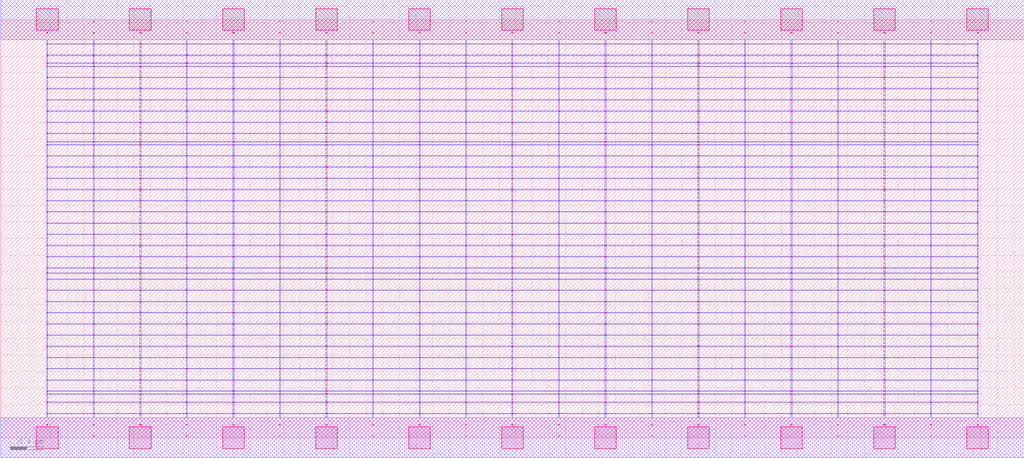
<source format=lef>
MACRO AOAAOOAI21132_DEBUG
 CLASS CORE ;
 FOREIGN AOAAOOAI21132_DEBUG 0 0 ;
 SIZE 12.32 BY 5.04 ;
 ORIGIN 0 0 ;
 SYMMETRY X Y R90 ;
 SITE unit ;

 OBS
    LAYER polycont ;
     RECT 6.15100000 2.58300000 6.16400000 2.59100000 ;
     RECT 6.15100000 2.71800000 6.16400000 2.72600000 ;
     RECT 6.15100000 2.85300000 6.16400000 2.86100000 ;
     RECT 6.15100000 2.98800000 6.16400000 2.99600000 ;
     RECT 8.39100000 2.58300000 8.40900000 2.59100000 ;
     RECT 8.95600000 2.58300000 8.96400000 2.59100000 ;
     RECT 9.51100000 2.58300000 9.52900000 2.59100000 ;
     RECT 10.07600000 2.58300000 10.08400000 2.59100000 ;
     RECT 10.63100000 2.58300000 10.64900000 2.59100000 ;
     RECT 11.19600000 2.58300000 11.20400000 2.59100000 ;
     RECT 11.75600000 2.58300000 11.76900000 2.59100000 ;
     RECT 6.71600000 2.58300000 6.72400000 2.59100000 ;
     RECT 6.71600000 2.71800000 6.72400000 2.72600000 ;
     RECT 7.27100000 2.71800000 7.28900000 2.72600000 ;
     RECT 7.83600000 2.71800000 7.84400000 2.72600000 ;
     RECT 8.39100000 2.71800000 8.40900000 2.72600000 ;
     RECT 8.95600000 2.71800000 8.96400000 2.72600000 ;
     RECT 9.51100000 2.71800000 9.52900000 2.72600000 ;
     RECT 10.07600000 2.71800000 10.08400000 2.72600000 ;
     RECT 10.63100000 2.71800000 10.64900000 2.72600000 ;
     RECT 11.19600000 2.71800000 11.20400000 2.72600000 ;
     RECT 11.75600000 2.71800000 11.76900000 2.72600000 ;
     RECT 7.27100000 2.58300000 7.28900000 2.59100000 ;
     RECT 6.71600000 2.85300000 6.72400000 2.86100000 ;
     RECT 7.27100000 2.85300000 7.28900000 2.86100000 ;
     RECT 7.83600000 2.85300000 7.84400000 2.86100000 ;
     RECT 8.39100000 2.85300000 8.40900000 2.86100000 ;
     RECT 8.95600000 2.85300000 8.96400000 2.86100000 ;
     RECT 9.51100000 2.85300000 9.52900000 2.86100000 ;
     RECT 10.07600000 2.85300000 10.08400000 2.86100000 ;
     RECT 10.63100000 2.85300000 10.64900000 2.86100000 ;
     RECT 11.19600000 2.85300000 11.20400000 2.86100000 ;
     RECT 11.75600000 2.85300000 11.76900000 2.86100000 ;
     RECT 7.83600000 2.58300000 7.84400000 2.59100000 ;
     RECT 6.71600000 2.98800000 6.72400000 2.99600000 ;
     RECT 7.27100000 2.98800000 7.28900000 2.99600000 ;
     RECT 7.83600000 2.98800000 7.84400000 2.99600000 ;
     RECT 8.39100000 2.98800000 8.40900000 2.99600000 ;
     RECT 8.95600000 2.98800000 8.96400000 2.99600000 ;
     RECT 9.51100000 2.98800000 9.52900000 2.99600000 ;
     RECT 10.07600000 2.98800000 10.08400000 2.99600000 ;
     RECT 10.63100000 2.98800000 10.64900000 2.99600000 ;
     RECT 11.19600000 2.98800000 11.20400000 2.99600000 ;
     RECT 11.75600000 2.98800000 11.76900000 2.99600000 ;
     RECT 1.67100000 2.85300000 1.68900000 2.86100000 ;
     RECT 2.23600000 2.85300000 2.24400000 2.86100000 ;
     RECT 2.79100000 2.85300000 2.80900000 2.86100000 ;
     RECT 3.35600000 2.85300000 3.36400000 2.86100000 ;
     RECT 3.91100000 2.85300000 3.92900000 2.86100000 ;
     RECT 4.47600000 2.85300000 4.48400000 2.86100000 ;
     RECT 5.03600000 2.85300000 5.04900000 2.86100000 ;
     RECT 5.59600000 2.85300000 5.60400000 2.86100000 ;
     RECT 1.11600000 2.71800000 1.12400000 2.72600000 ;
     RECT 1.67100000 2.71800000 1.68900000 2.72600000 ;
     RECT 2.23600000 2.71800000 2.24400000 2.72600000 ;
     RECT 2.79100000 2.71800000 2.80900000 2.72600000 ;
     RECT 3.35600000 2.71800000 3.36400000 2.72600000 ;
     RECT 3.91100000 2.71800000 3.92900000 2.72600000 ;
     RECT 4.47600000 2.71800000 4.48400000 2.72600000 ;
     RECT 5.03600000 2.71800000 5.04900000 2.72600000 ;
     RECT 5.59600000 2.71800000 5.60400000 2.72600000 ;
     RECT 1.11600000 2.58300000 1.12400000 2.59100000 ;
     RECT 1.67100000 2.58300000 1.68900000 2.59100000 ;
     RECT 0.55100000 2.98800000 0.56400000 2.99600000 ;
     RECT 1.11600000 2.98800000 1.12400000 2.99600000 ;
     RECT 1.67100000 2.98800000 1.68900000 2.99600000 ;
     RECT 2.23600000 2.98800000 2.24400000 2.99600000 ;
     RECT 2.79100000 2.98800000 2.80900000 2.99600000 ;
     RECT 3.35600000 2.98800000 3.36400000 2.99600000 ;
     RECT 3.91100000 2.98800000 3.92900000 2.99600000 ;
     RECT 4.47600000 2.98800000 4.48400000 2.99600000 ;
     RECT 5.03600000 2.98800000 5.04900000 2.99600000 ;
     RECT 5.59600000 2.98800000 5.60400000 2.99600000 ;
     RECT 2.23600000 2.58300000 2.24400000 2.59100000 ;
     RECT 2.79100000 2.58300000 2.80900000 2.59100000 ;
     RECT 3.35600000 2.58300000 3.36400000 2.59100000 ;
     RECT 3.91100000 2.58300000 3.92900000 2.59100000 ;
     RECT 4.47600000 2.58300000 4.48400000 2.59100000 ;
     RECT 5.03600000 2.58300000 5.04900000 2.59100000 ;
     RECT 5.59600000 2.58300000 5.60400000 2.59100000 ;
     RECT 0.55100000 2.58300000 0.56400000 2.59100000 ;
     RECT 0.55100000 2.71800000 0.56400000 2.72600000 ;
     RECT 0.55100000 2.85300000 0.56400000 2.86100000 ;
     RECT 1.11600000 2.85300000 1.12400000 2.86100000 ;
     RECT 5.59600000 3.12300000 5.60400000 3.13100000 ;
     RECT 5.59600000 3.25800000 5.60400000 3.26600000 ;
     RECT 5.59600000 3.39300000 5.60400000 3.40100000 ;
     RECT 5.59600000 3.52800000 5.60400000 3.53600000 ;
     RECT 5.59600000 3.56100000 5.60400000 3.56900000 ;
     RECT 5.59600000 3.66300000 5.60400000 3.67100000 ;
     RECT 5.59600000 3.79800000 5.60400000 3.80600000 ;
     RECT 5.59600000 3.93300000 5.60400000 3.94100000 ;
     RECT 5.59600000 4.06800000 5.60400000 4.07600000 ;
     RECT 5.59600000 4.20300000 5.60400000 4.21100000 ;
     RECT 5.59600000 4.33800000 5.60400000 4.34600000 ;
     RECT 5.59600000 4.47300000 5.60400000 4.48100000 ;
     RECT 5.59600000 4.51100000 5.60400000 4.51900000 ;
     RECT 5.59600000 4.60800000 5.60400000 4.61600000 ;
     RECT 5.59600000 4.74300000 5.60400000 4.75100000 ;
     RECT 5.59600000 4.87800000 5.60400000 4.88600000 ;
     RECT 4.47600000 0.15300000 4.48400000 0.16100000 ;
     RECT 4.47600000 0.28800000 4.48400000 0.29600000 ;
     RECT 4.47600000 0.42300000 4.48400000 0.43100000 ;
     RECT 4.47600000 0.52100000 4.48400000 0.52900000 ;
     RECT 4.47600000 0.55800000 4.48400000 0.56600000 ;
     RECT 4.47600000 0.69300000 4.48400000 0.70100000 ;
     RECT 4.47600000 0.82800000 4.48400000 0.83600000 ;
     RECT 4.47600000 0.96300000 4.48400000 0.97100000 ;
     RECT 4.47600000 1.09800000 4.48400000 1.10600000 ;
     RECT 4.47600000 1.23300000 4.48400000 1.24100000 ;
     RECT 4.47600000 1.36800000 4.48400000 1.37600000 ;
     RECT 4.47600000 1.50300000 4.48400000 1.51100000 ;
     RECT 4.47600000 1.63800000 4.48400000 1.64600000 ;
     RECT 4.47600000 1.77300000 4.48400000 1.78100000 ;
     RECT 4.47600000 1.90800000 4.48400000 1.91600000 ;
     RECT 4.47600000 1.98100000 4.48400000 1.98900000 ;
     RECT 4.47600000 2.04300000 4.48400000 2.05100000 ;
     RECT 4.47600000 2.17800000 4.48400000 2.18600000 ;
     RECT 4.47600000 2.31300000 4.48400000 2.32100000 ;
     RECT 4.47600000 2.44800000 4.48400000 2.45600000 ;

    LAYER pdiffc ;
     RECT 0.55100000 3.39300000 0.55900000 3.40100000 ;
     RECT 5.04100000 3.39300000 5.04900000 3.40100000 ;
     RECT 6.15100000 3.39300000 6.15900000 3.40100000 ;
     RECT 11.76100000 3.39300000 11.76900000 3.40100000 ;
     RECT 0.55100000 3.52800000 0.55900000 3.53600000 ;
     RECT 5.04100000 3.52800000 5.04900000 3.53600000 ;
     RECT 6.15100000 3.52800000 6.15900000 3.53600000 ;
     RECT 11.76100000 3.52800000 11.76900000 3.53600000 ;
     RECT 0.55100000 3.56100000 0.55900000 3.56900000 ;
     RECT 5.04100000 3.56100000 5.04900000 3.56900000 ;
     RECT 6.15100000 3.56100000 6.15900000 3.56900000 ;
     RECT 11.76100000 3.56100000 11.76900000 3.56900000 ;
     RECT 0.55100000 3.66300000 0.55900000 3.67100000 ;
     RECT 5.04100000 3.66300000 5.04900000 3.67100000 ;
     RECT 6.15100000 3.66300000 6.15900000 3.67100000 ;
     RECT 11.76100000 3.66300000 11.76900000 3.67100000 ;
     RECT 0.55100000 3.79800000 0.55900000 3.80600000 ;
     RECT 5.04100000 3.79800000 5.04900000 3.80600000 ;
     RECT 6.15100000 3.79800000 6.15900000 3.80600000 ;
     RECT 11.76100000 3.79800000 11.76900000 3.80600000 ;
     RECT 0.55100000 3.93300000 0.55900000 3.94100000 ;
     RECT 5.04100000 3.93300000 5.04900000 3.94100000 ;
     RECT 6.15100000 3.93300000 6.15900000 3.94100000 ;
     RECT 11.76100000 3.93300000 11.76900000 3.94100000 ;
     RECT 0.55100000 4.06800000 0.55900000 4.07600000 ;
     RECT 5.04100000 4.06800000 5.04900000 4.07600000 ;
     RECT 6.15100000 4.06800000 6.15900000 4.07600000 ;
     RECT 11.76100000 4.06800000 11.76900000 4.07600000 ;
     RECT 0.55100000 4.20300000 0.55900000 4.21100000 ;
     RECT 5.04100000 4.20300000 5.04900000 4.21100000 ;
     RECT 6.15100000 4.20300000 6.15900000 4.21100000 ;
     RECT 11.76100000 4.20300000 11.76900000 4.21100000 ;
     RECT 0.55100000 4.33800000 0.55900000 4.34600000 ;
     RECT 5.04100000 4.33800000 5.04900000 4.34600000 ;
     RECT 6.15100000 4.33800000 6.15900000 4.34600000 ;
     RECT 11.76100000 4.33800000 11.76900000 4.34600000 ;
     RECT 0.55100000 4.47300000 0.55900000 4.48100000 ;
     RECT 5.04100000 4.47300000 5.04900000 4.48100000 ;
     RECT 6.15100000 4.47300000 6.15900000 4.48100000 ;
     RECT 11.76100000 4.47300000 11.76900000 4.48100000 ;
     RECT 0.55100000 4.51100000 0.55900000 4.51900000 ;
     RECT 5.04100000 4.51100000 5.04900000 4.51900000 ;
     RECT 6.15100000 4.51100000 6.15900000 4.51900000 ;
     RECT 11.76100000 4.51100000 11.76900000 4.51900000 ;
     RECT 0.55100000 4.60800000 0.55900000 4.61600000 ;
     RECT 5.04100000 4.60800000 5.04900000 4.61600000 ;
     RECT 6.15100000 4.60800000 6.15900000 4.61600000 ;
     RECT 11.76100000 4.60800000 11.76900000 4.61600000 ;

    LAYER ndiffc ;
     RECT 6.15100000 0.42300000 6.16400000 0.43100000 ;
     RECT 6.15100000 0.52100000 6.16400000 0.52900000 ;
     RECT 6.15100000 0.55800000 6.16400000 0.56600000 ;
     RECT 6.15100000 0.69300000 6.16400000 0.70100000 ;
     RECT 6.15100000 0.82800000 6.16400000 0.83600000 ;
     RECT 6.15100000 0.96300000 6.16400000 0.97100000 ;
     RECT 6.15100000 1.09800000 6.16400000 1.10600000 ;
     RECT 6.15100000 1.23300000 6.16400000 1.24100000 ;
     RECT 6.15100000 1.36800000 6.16400000 1.37600000 ;
     RECT 6.15100000 1.50300000 6.16400000 1.51100000 ;
     RECT 6.15100000 1.63800000 6.16400000 1.64600000 ;
     RECT 6.15100000 1.77300000 6.16400000 1.78100000 ;
     RECT 6.15100000 1.90800000 6.16400000 1.91600000 ;
     RECT 6.15100000 1.98100000 6.16400000 1.98900000 ;
     RECT 6.15100000 2.04300000 6.16400000 2.05100000 ;
     RECT 9.51100000 0.55800000 9.52900000 0.56600000 ;
     RECT 10.63100000 0.55800000 10.64900000 0.56600000 ;
     RECT 11.75600000 0.55800000 11.76900000 0.56600000 ;
     RECT 9.51100000 0.42300000 9.52900000 0.43100000 ;
     RECT 7.27100000 0.69300000 7.28900000 0.70100000 ;
     RECT 8.39100000 0.69300000 8.40900000 0.70100000 ;
     RECT 9.51100000 0.69300000 9.52900000 0.70100000 ;
     RECT 10.63100000 0.69300000 10.64900000 0.70100000 ;
     RECT 11.75600000 0.69300000 11.76900000 0.70100000 ;
     RECT 10.63100000 0.42300000 10.64900000 0.43100000 ;
     RECT 7.27100000 0.82800000 7.28900000 0.83600000 ;
     RECT 8.39100000 0.82800000 8.40900000 0.83600000 ;
     RECT 9.51100000 0.82800000 9.52900000 0.83600000 ;
     RECT 10.63100000 0.82800000 10.64900000 0.83600000 ;
     RECT 11.75600000 0.82800000 11.76900000 0.83600000 ;
     RECT 11.75600000 0.42300000 11.76900000 0.43100000 ;
     RECT 7.27100000 0.96300000 7.28900000 0.97100000 ;
     RECT 8.39100000 0.96300000 8.40900000 0.97100000 ;
     RECT 9.51100000 0.96300000 9.52900000 0.97100000 ;
     RECT 10.63100000 0.96300000 10.64900000 0.97100000 ;
     RECT 11.75600000 0.96300000 11.76900000 0.97100000 ;
     RECT 7.27100000 0.42300000 7.28900000 0.43100000 ;
     RECT 7.27100000 1.09800000 7.28900000 1.10600000 ;
     RECT 8.39100000 1.09800000 8.40900000 1.10600000 ;
     RECT 9.51100000 1.09800000 9.52900000 1.10600000 ;
     RECT 10.63100000 1.09800000 10.64900000 1.10600000 ;
     RECT 11.75600000 1.09800000 11.76900000 1.10600000 ;
     RECT 7.27100000 0.52100000 7.28900000 0.52900000 ;
     RECT 7.27100000 1.23300000 7.28900000 1.24100000 ;
     RECT 8.39100000 1.23300000 8.40900000 1.24100000 ;
     RECT 9.51100000 1.23300000 9.52900000 1.24100000 ;
     RECT 10.63100000 1.23300000 10.64900000 1.24100000 ;
     RECT 11.75600000 1.23300000 11.76900000 1.24100000 ;
     RECT 8.39100000 0.52100000 8.40900000 0.52900000 ;
     RECT 7.27100000 1.36800000 7.28900000 1.37600000 ;
     RECT 8.39100000 1.36800000 8.40900000 1.37600000 ;
     RECT 9.51100000 1.36800000 9.52900000 1.37600000 ;
     RECT 10.63100000 1.36800000 10.64900000 1.37600000 ;
     RECT 11.75600000 1.36800000 11.76900000 1.37600000 ;
     RECT 9.51100000 0.52100000 9.52900000 0.52900000 ;
     RECT 7.27100000 1.50300000 7.28900000 1.51100000 ;
     RECT 8.39100000 1.50300000 8.40900000 1.51100000 ;
     RECT 9.51100000 1.50300000 9.52900000 1.51100000 ;
     RECT 10.63100000 1.50300000 10.64900000 1.51100000 ;
     RECT 11.75600000 1.50300000 11.76900000 1.51100000 ;
     RECT 10.63100000 0.52100000 10.64900000 0.52900000 ;
     RECT 7.27100000 1.63800000 7.28900000 1.64600000 ;
     RECT 8.39100000 1.63800000 8.40900000 1.64600000 ;
     RECT 9.51100000 1.63800000 9.52900000 1.64600000 ;
     RECT 10.63100000 1.63800000 10.64900000 1.64600000 ;
     RECT 11.75600000 1.63800000 11.76900000 1.64600000 ;
     RECT 11.75600000 0.52100000 11.76900000 0.52900000 ;
     RECT 7.27100000 1.77300000 7.28900000 1.78100000 ;
     RECT 8.39100000 1.77300000 8.40900000 1.78100000 ;
     RECT 9.51100000 1.77300000 9.52900000 1.78100000 ;
     RECT 10.63100000 1.77300000 10.64900000 1.78100000 ;
     RECT 11.75600000 1.77300000 11.76900000 1.78100000 ;
     RECT 8.39100000 0.42300000 8.40900000 0.43100000 ;
     RECT 7.27100000 1.90800000 7.28900000 1.91600000 ;
     RECT 8.39100000 1.90800000 8.40900000 1.91600000 ;
     RECT 9.51100000 1.90800000 9.52900000 1.91600000 ;
     RECT 10.63100000 1.90800000 10.64900000 1.91600000 ;
     RECT 11.75600000 1.90800000 11.76900000 1.91600000 ;
     RECT 7.27100000 0.55800000 7.28900000 0.56600000 ;
     RECT 7.27100000 1.98100000 7.28900000 1.98900000 ;
     RECT 8.39100000 1.98100000 8.40900000 1.98900000 ;
     RECT 9.51100000 1.98100000 9.52900000 1.98900000 ;
     RECT 10.63100000 1.98100000 10.64900000 1.98900000 ;
     RECT 11.75600000 1.98100000 11.76900000 1.98900000 ;
     RECT 8.39100000 0.55800000 8.40900000 0.56600000 ;
     RECT 7.27100000 2.04300000 7.28900000 2.05100000 ;
     RECT 8.39100000 2.04300000 8.40900000 2.05100000 ;
     RECT 9.51100000 2.04300000 9.52900000 2.05100000 ;
     RECT 10.63100000 2.04300000 10.64900000 2.05100000 ;
     RECT 11.75600000 2.04300000 11.76900000 2.05100000 ;
     RECT 2.79100000 1.36800000 2.80900000 1.37600000 ;
     RECT 3.91100000 1.36800000 3.92900000 1.37600000 ;
     RECT 5.03600000 1.36800000 5.04900000 1.37600000 ;
     RECT 5.03600000 0.82800000 5.04900000 0.83600000 ;
     RECT 2.79100000 0.55800000 2.80900000 0.56600000 ;
     RECT 3.91100000 0.55800000 3.92900000 0.56600000 ;
     RECT 5.03600000 0.55800000 5.04900000 0.56600000 ;
     RECT 1.67100000 0.52100000 1.68900000 0.52900000 ;
     RECT 2.79100000 0.52100000 2.80900000 0.52900000 ;
     RECT 0.55100000 1.50300000 0.56400000 1.51100000 ;
     RECT 1.67100000 1.50300000 1.68900000 1.51100000 ;
     RECT 2.79100000 1.50300000 2.80900000 1.51100000 ;
     RECT 3.91100000 1.50300000 3.92900000 1.51100000 ;
     RECT 5.03600000 1.50300000 5.04900000 1.51100000 ;
     RECT 3.91100000 0.52100000 3.92900000 0.52900000 ;
     RECT 0.55100000 0.96300000 0.56400000 0.97100000 ;
     RECT 1.67100000 0.96300000 1.68900000 0.97100000 ;
     RECT 2.79100000 0.96300000 2.80900000 0.97100000 ;
     RECT 3.91100000 0.96300000 3.92900000 0.97100000 ;
     RECT 5.03600000 0.96300000 5.04900000 0.97100000 ;
     RECT 0.55100000 1.63800000 0.56400000 1.64600000 ;
     RECT 1.67100000 1.63800000 1.68900000 1.64600000 ;
     RECT 2.79100000 1.63800000 2.80900000 1.64600000 ;
     RECT 3.91100000 1.63800000 3.92900000 1.64600000 ;
     RECT 5.03600000 1.63800000 5.04900000 1.64600000 ;
     RECT 5.03600000 0.52100000 5.04900000 0.52900000 ;
     RECT 1.67100000 0.42300000 1.68900000 0.43100000 ;
     RECT 2.79100000 0.42300000 2.80900000 0.43100000 ;
     RECT 0.55100000 0.69300000 0.56400000 0.70100000 ;
     RECT 1.67100000 0.69300000 1.68900000 0.70100000 ;
     RECT 2.79100000 0.69300000 2.80900000 0.70100000 ;
     RECT 0.55100000 1.77300000 0.56400000 1.78100000 ;
     RECT 1.67100000 1.77300000 1.68900000 1.78100000 ;
     RECT 2.79100000 1.77300000 2.80900000 1.78100000 ;
     RECT 3.91100000 1.77300000 3.92900000 1.78100000 ;
     RECT 5.03600000 1.77300000 5.04900000 1.78100000 ;
     RECT 0.55100000 1.09800000 0.56400000 1.10600000 ;
     RECT 1.67100000 1.09800000 1.68900000 1.10600000 ;
     RECT 2.79100000 1.09800000 2.80900000 1.10600000 ;
     RECT 3.91100000 1.09800000 3.92900000 1.10600000 ;
     RECT 5.03600000 1.09800000 5.04900000 1.10600000 ;
     RECT 3.91100000 0.69300000 3.92900000 0.70100000 ;
     RECT 0.55100000 1.90800000 0.56400000 1.91600000 ;
     RECT 1.67100000 1.90800000 1.68900000 1.91600000 ;
     RECT 2.79100000 1.90800000 2.80900000 1.91600000 ;
     RECT 3.91100000 1.90800000 3.92900000 1.91600000 ;
     RECT 5.03600000 1.90800000 5.04900000 1.91600000 ;
     RECT 5.03600000 0.69300000 5.04900000 0.70100000 ;
     RECT 3.91100000 0.42300000 3.92900000 0.43100000 ;
     RECT 5.03600000 0.42300000 5.04900000 0.43100000 ;
     RECT 0.55100000 0.42300000 0.56400000 0.43100000 ;
     RECT 0.55100000 0.52100000 0.56400000 0.52900000 ;
     RECT 0.55100000 1.23300000 0.56400000 1.24100000 ;
     RECT 0.55100000 1.98100000 0.56400000 1.98900000 ;
     RECT 1.67100000 1.98100000 1.68900000 1.98900000 ;
     RECT 2.79100000 1.98100000 2.80900000 1.98900000 ;
     RECT 3.91100000 1.98100000 3.92900000 1.98900000 ;
     RECT 5.03600000 1.98100000 5.04900000 1.98900000 ;
     RECT 1.67100000 1.23300000 1.68900000 1.24100000 ;
     RECT 2.79100000 1.23300000 2.80900000 1.24100000 ;
     RECT 3.91100000 1.23300000 3.92900000 1.24100000 ;
     RECT 5.03600000 1.23300000 5.04900000 1.24100000 ;
     RECT 0.55100000 0.55800000 0.56400000 0.56600000 ;
     RECT 1.67100000 0.55800000 1.68900000 0.56600000 ;
     RECT 0.55100000 2.04300000 0.56400000 2.05100000 ;
     RECT 1.67100000 2.04300000 1.68900000 2.05100000 ;
     RECT 2.79100000 2.04300000 2.80900000 2.05100000 ;
     RECT 3.91100000 2.04300000 3.92900000 2.05100000 ;
     RECT 5.03600000 2.04300000 5.04900000 2.05100000 ;
     RECT 0.55100000 0.82800000 0.56400000 0.83600000 ;
     RECT 1.67100000 0.82800000 1.68900000 0.83600000 ;
     RECT 2.79100000 0.82800000 2.80900000 0.83600000 ;
     RECT 3.91100000 0.82800000 3.92900000 0.83600000 ;
     RECT 0.55100000 1.36800000 0.56400000 1.37600000 ;
     RECT 1.67100000 1.36800000 1.68900000 1.37600000 ;

    LAYER met1 ;
     RECT 0.00000000 -0.24000000 12.32000000 0.24000000 ;
     RECT 6.15100000 0.24000000 6.16400000 0.28800000 ;
     RECT 0.55100000 0.28800000 11.76900000 0.29600000 ;
     RECT 6.15100000 0.29600000 6.16400000 0.42300000 ;
     RECT 0.55100000 0.42300000 11.76900000 0.43100000 ;
     RECT 6.15100000 0.43100000 6.16400000 0.52100000 ;
     RECT 0.55100000 0.52100000 11.76900000 0.52900000 ;
     RECT 6.15100000 0.52900000 6.16400000 0.55800000 ;
     RECT 0.55100000 0.55800000 11.76900000 0.56600000 ;
     RECT 6.15100000 0.56600000 6.16400000 0.69300000 ;
     RECT 0.55100000 0.69300000 11.76900000 0.70100000 ;
     RECT 6.15100000 0.70100000 6.16400000 0.82800000 ;
     RECT 0.55100000 0.82800000 11.76900000 0.83600000 ;
     RECT 6.15100000 0.83600000 6.16400000 0.96300000 ;
     RECT 0.55100000 0.96300000 11.76900000 0.97100000 ;
     RECT 6.15100000 0.97100000 6.16400000 1.09800000 ;
     RECT 0.55100000 1.09800000 11.76900000 1.10600000 ;
     RECT 6.15100000 1.10600000 6.16400000 1.23300000 ;
     RECT 0.55100000 1.23300000 11.76900000 1.24100000 ;
     RECT 6.15100000 1.24100000 6.16400000 1.36800000 ;
     RECT 0.55100000 1.36800000 11.76900000 1.37600000 ;
     RECT 6.15100000 1.37600000 6.16400000 1.50300000 ;
     RECT 0.55100000 1.50300000 11.76900000 1.51100000 ;
     RECT 6.15100000 1.51100000 6.16400000 1.63800000 ;
     RECT 0.55100000 1.63800000 11.76900000 1.64600000 ;
     RECT 6.15100000 1.64600000 6.16400000 1.77300000 ;
     RECT 0.55100000 1.77300000 11.76900000 1.78100000 ;
     RECT 6.15100000 1.78100000 6.16400000 1.90800000 ;
     RECT 0.55100000 1.90800000 11.76900000 1.91600000 ;
     RECT 6.15100000 1.91600000 6.16400000 1.98100000 ;
     RECT 0.55100000 1.98100000 11.76900000 1.98900000 ;
     RECT 6.15100000 1.98900000 6.16400000 2.04300000 ;
     RECT 0.55100000 2.04300000 11.76900000 2.05100000 ;
     RECT 6.15100000 2.05100000 6.16400000 2.17800000 ;
     RECT 0.55100000 2.17800000 11.76900000 2.18600000 ;
     RECT 6.15100000 2.18600000 6.16400000 2.31300000 ;
     RECT 0.55100000 2.31300000 11.76900000 2.32100000 ;
     RECT 6.15100000 2.32100000 6.16400000 2.44800000 ;
     RECT 0.55100000 2.44800000 11.76900000 2.45600000 ;
     RECT 0.55100000 2.45600000 0.56400000 2.58300000 ;
     RECT 1.11600000 2.45600000 1.12400000 2.58300000 ;
     RECT 1.67100000 2.45600000 1.68900000 2.58300000 ;
     RECT 2.23600000 2.45600000 2.24400000 2.58300000 ;
     RECT 2.79100000 2.45600000 2.80900000 2.58300000 ;
     RECT 3.35600000 2.45600000 3.36400000 2.58300000 ;
     RECT 3.91100000 2.45600000 3.92900000 2.58300000 ;
     RECT 4.47600000 2.45600000 4.48400000 2.58300000 ;
     RECT 5.03600000 2.45600000 5.04900000 2.58300000 ;
     RECT 5.59600000 2.45600000 5.60400000 2.58300000 ;
     RECT 6.15100000 2.45600000 6.16400000 2.58300000 ;
     RECT 6.71600000 2.45600000 6.72400000 2.58300000 ;
     RECT 7.27100000 2.45600000 7.28900000 2.58300000 ;
     RECT 7.83600000 2.45600000 7.84400000 2.58300000 ;
     RECT 8.39100000 2.45600000 8.40900000 2.58300000 ;
     RECT 8.95600000 2.45600000 8.96400000 2.58300000 ;
     RECT 9.51100000 2.45600000 9.52900000 2.58300000 ;
     RECT 10.07600000 2.45600000 10.08400000 2.58300000 ;
     RECT 10.63100000 2.45600000 10.64900000 2.58300000 ;
     RECT 11.19600000 2.45600000 11.20400000 2.58300000 ;
     RECT 11.75600000 2.45600000 11.76900000 2.58300000 ;
     RECT 0.55100000 2.58300000 11.76900000 2.59100000 ;
     RECT 6.15100000 2.59100000 6.16400000 2.71800000 ;
     RECT 0.55100000 2.71800000 11.76900000 2.72600000 ;
     RECT 6.15100000 2.72600000 6.16400000 2.85300000 ;
     RECT 0.55100000 2.85300000 11.76900000 2.86100000 ;
     RECT 6.15100000 2.86100000 6.16400000 2.98800000 ;
     RECT 0.55100000 2.98800000 11.76900000 2.99600000 ;
     RECT 6.15100000 2.99600000 6.16400000 3.12300000 ;
     RECT 0.55100000 3.12300000 11.76900000 3.13100000 ;
     RECT 6.15100000 3.13100000 6.16400000 3.25800000 ;
     RECT 0.55100000 3.25800000 11.76900000 3.26600000 ;
     RECT 6.15100000 3.26600000 6.16400000 3.39300000 ;
     RECT 0.55100000 3.39300000 11.76900000 3.40100000 ;
     RECT 6.15100000 3.40100000 6.16400000 3.52800000 ;
     RECT 0.55100000 3.52800000 11.76900000 3.53600000 ;
     RECT 6.15100000 3.53600000 6.16400000 3.56100000 ;
     RECT 0.55100000 3.56100000 11.76900000 3.56900000 ;
     RECT 6.15100000 3.56900000 6.16400000 3.66300000 ;
     RECT 0.55100000 3.66300000 11.76900000 3.67100000 ;
     RECT 6.15100000 3.67100000 6.16400000 3.79800000 ;
     RECT 0.55100000 3.79800000 11.76900000 3.80600000 ;
     RECT 6.15100000 3.80600000 6.16400000 3.93300000 ;
     RECT 0.55100000 3.93300000 11.76900000 3.94100000 ;
     RECT 6.15100000 3.94100000 6.16400000 4.06800000 ;
     RECT 0.55100000 4.06800000 11.76900000 4.07600000 ;
     RECT 6.15100000 4.07600000 6.16400000 4.20300000 ;
     RECT 0.55100000 4.20300000 11.76900000 4.21100000 ;
     RECT 6.15100000 4.21100000 6.16400000 4.33800000 ;
     RECT 0.55100000 4.33800000 11.76900000 4.34600000 ;
     RECT 6.15100000 4.34600000 6.16400000 4.47300000 ;
     RECT 0.55100000 4.47300000 11.76900000 4.48100000 ;
     RECT 6.15100000 4.48100000 6.16400000 4.51100000 ;
     RECT 0.55100000 4.51100000 11.76900000 4.51900000 ;
     RECT 6.15100000 4.51900000 6.16400000 4.60800000 ;
     RECT 0.55100000 4.60800000 11.76900000 4.61600000 ;
     RECT 6.15100000 4.61600000 6.16400000 4.74300000 ;
     RECT 0.55100000 4.74300000 11.76900000 4.75100000 ;
     RECT 6.15100000 4.75100000 6.16400000 4.80000000 ;
     RECT 0.00000000 4.80000000 12.32000000 5.28000000 ;
     RECT 6.71600000 3.80600000 6.72400000 3.93300000 ;
     RECT 7.27100000 3.80600000 7.28900000 3.93300000 ;
     RECT 7.83600000 3.80600000 7.84400000 3.93300000 ;
     RECT 8.39100000 3.80600000 8.40900000 3.93300000 ;
     RECT 8.95600000 3.80600000 8.96400000 3.93300000 ;
     RECT 9.51100000 3.80600000 9.52900000 3.93300000 ;
     RECT 10.07600000 3.80600000 10.08400000 3.93300000 ;
     RECT 10.63100000 3.80600000 10.64900000 3.93300000 ;
     RECT 11.19600000 3.80600000 11.20400000 3.93300000 ;
     RECT 11.75600000 3.80600000 11.76900000 3.93300000 ;
     RECT 9.51100000 3.94100000 9.52900000 4.06800000 ;
     RECT 10.07600000 3.94100000 10.08400000 4.06800000 ;
     RECT 10.63100000 3.94100000 10.64900000 4.06800000 ;
     RECT 11.19600000 3.94100000 11.20400000 4.06800000 ;
     RECT 11.75600000 3.94100000 11.76900000 4.06800000 ;
     RECT 9.51100000 4.07600000 9.52900000 4.20300000 ;
     RECT 10.07600000 4.07600000 10.08400000 4.20300000 ;
     RECT 10.63100000 4.07600000 10.64900000 4.20300000 ;
     RECT 11.19600000 4.07600000 11.20400000 4.20300000 ;
     RECT 11.75600000 4.07600000 11.76900000 4.20300000 ;
     RECT 9.51100000 4.21100000 9.52900000 4.33800000 ;
     RECT 10.07600000 4.21100000 10.08400000 4.33800000 ;
     RECT 10.63100000 4.21100000 10.64900000 4.33800000 ;
     RECT 11.19600000 4.21100000 11.20400000 4.33800000 ;
     RECT 11.75600000 4.21100000 11.76900000 4.33800000 ;
     RECT 9.51100000 4.34600000 9.52900000 4.47300000 ;
     RECT 10.07600000 4.34600000 10.08400000 4.47300000 ;
     RECT 10.63100000 4.34600000 10.64900000 4.47300000 ;
     RECT 11.19600000 4.34600000 11.20400000 4.47300000 ;
     RECT 11.75600000 4.34600000 11.76900000 4.47300000 ;
     RECT 9.51100000 4.48100000 9.52900000 4.51100000 ;
     RECT 10.07600000 4.48100000 10.08400000 4.51100000 ;
     RECT 10.63100000 4.48100000 10.64900000 4.51100000 ;
     RECT 11.19600000 4.48100000 11.20400000 4.51100000 ;
     RECT 11.75600000 4.48100000 11.76900000 4.51100000 ;
     RECT 9.51100000 4.51900000 9.52900000 4.60800000 ;
     RECT 10.07600000 4.51900000 10.08400000 4.60800000 ;
     RECT 10.63100000 4.51900000 10.64900000 4.60800000 ;
     RECT 11.19600000 4.51900000 11.20400000 4.60800000 ;
     RECT 11.75600000 4.51900000 11.76900000 4.60800000 ;
     RECT 9.51100000 4.61600000 9.52900000 4.74300000 ;
     RECT 10.07600000 4.61600000 10.08400000 4.74300000 ;
     RECT 10.63100000 4.61600000 10.64900000 4.74300000 ;
     RECT 11.19600000 4.61600000 11.20400000 4.74300000 ;
     RECT 11.75600000 4.61600000 11.76900000 4.74300000 ;
     RECT 9.51100000 4.75100000 9.52900000 4.80000000 ;
     RECT 10.07600000 4.75100000 10.08400000 4.80000000 ;
     RECT 10.63100000 4.75100000 10.64900000 4.80000000 ;
     RECT 11.19600000 4.75100000 11.20400000 4.80000000 ;
     RECT 11.75600000 4.75100000 11.76900000 4.80000000 ;
     RECT 6.71600000 4.48100000 6.72400000 4.51100000 ;
     RECT 7.27100000 4.48100000 7.28900000 4.51100000 ;
     RECT 7.83600000 4.48100000 7.84400000 4.51100000 ;
     RECT 8.39100000 4.48100000 8.40900000 4.51100000 ;
     RECT 8.95600000 4.48100000 8.96400000 4.51100000 ;
     RECT 6.71600000 4.21100000 6.72400000 4.33800000 ;
     RECT 7.27100000 4.21100000 7.28900000 4.33800000 ;
     RECT 7.83600000 4.21100000 7.84400000 4.33800000 ;
     RECT 8.39100000 4.21100000 8.40900000 4.33800000 ;
     RECT 8.95600000 4.21100000 8.96400000 4.33800000 ;
     RECT 6.71600000 4.51900000 6.72400000 4.60800000 ;
     RECT 7.27100000 4.51900000 7.28900000 4.60800000 ;
     RECT 7.83600000 4.51900000 7.84400000 4.60800000 ;
     RECT 8.39100000 4.51900000 8.40900000 4.60800000 ;
     RECT 8.95600000 4.51900000 8.96400000 4.60800000 ;
     RECT 6.71600000 4.07600000 6.72400000 4.20300000 ;
     RECT 7.27100000 4.07600000 7.28900000 4.20300000 ;
     RECT 7.83600000 4.07600000 7.84400000 4.20300000 ;
     RECT 8.39100000 4.07600000 8.40900000 4.20300000 ;
     RECT 8.95600000 4.07600000 8.96400000 4.20300000 ;
     RECT 6.71600000 4.61600000 6.72400000 4.74300000 ;
     RECT 7.27100000 4.61600000 7.28900000 4.74300000 ;
     RECT 7.83600000 4.61600000 7.84400000 4.74300000 ;
     RECT 8.39100000 4.61600000 8.40900000 4.74300000 ;
     RECT 8.95600000 4.61600000 8.96400000 4.74300000 ;
     RECT 6.71600000 4.34600000 6.72400000 4.47300000 ;
     RECT 7.27100000 4.34600000 7.28900000 4.47300000 ;
     RECT 7.83600000 4.34600000 7.84400000 4.47300000 ;
     RECT 8.39100000 4.34600000 8.40900000 4.47300000 ;
     RECT 8.95600000 4.34600000 8.96400000 4.47300000 ;
     RECT 6.71600000 4.75100000 6.72400000 4.80000000 ;
     RECT 7.27100000 4.75100000 7.28900000 4.80000000 ;
     RECT 7.83600000 4.75100000 7.84400000 4.80000000 ;
     RECT 8.39100000 4.75100000 8.40900000 4.80000000 ;
     RECT 8.95600000 4.75100000 8.96400000 4.80000000 ;
     RECT 6.71600000 3.94100000 6.72400000 4.06800000 ;
     RECT 7.27100000 3.94100000 7.28900000 4.06800000 ;
     RECT 7.83600000 3.94100000 7.84400000 4.06800000 ;
     RECT 8.39100000 3.94100000 8.40900000 4.06800000 ;
     RECT 8.95600000 3.94100000 8.96400000 4.06800000 ;
     RECT 8.39100000 2.99600000 8.40900000 3.12300000 ;
     RECT 8.95600000 2.99600000 8.96400000 3.12300000 ;
     RECT 6.71600000 3.13100000 6.72400000 3.25800000 ;
     RECT 7.27100000 3.13100000 7.28900000 3.25800000 ;
     RECT 7.83600000 3.13100000 7.84400000 3.25800000 ;
     RECT 8.39100000 3.13100000 8.40900000 3.25800000 ;
     RECT 8.95600000 3.13100000 8.96400000 3.25800000 ;
     RECT 8.95600000 2.86100000 8.96400000 2.98800000 ;
     RECT 6.71600000 3.26600000 6.72400000 3.39300000 ;
     RECT 7.27100000 3.26600000 7.28900000 3.39300000 ;
     RECT 7.83600000 3.26600000 7.84400000 3.39300000 ;
     RECT 8.39100000 3.26600000 8.40900000 3.39300000 ;
     RECT 8.95600000 3.26600000 8.96400000 3.39300000 ;
     RECT 6.71600000 2.59100000 6.72400000 2.71800000 ;
     RECT 7.27100000 2.59100000 7.28900000 2.71800000 ;
     RECT 6.71600000 3.40100000 6.72400000 3.52800000 ;
     RECT 7.27100000 3.40100000 7.28900000 3.52800000 ;
     RECT 7.83600000 3.40100000 7.84400000 3.52800000 ;
     RECT 8.39100000 3.40100000 8.40900000 3.52800000 ;
     RECT 7.83600000 2.59100000 7.84400000 2.71800000 ;
     RECT 8.39100000 2.59100000 8.40900000 2.71800000 ;
     RECT 8.95600000 3.40100000 8.96400000 3.52800000 ;
     RECT 6.71600000 2.72600000 6.72400000 2.85300000 ;
     RECT 7.27100000 2.72600000 7.28900000 2.85300000 ;
     RECT 6.71600000 3.53600000 6.72400000 3.56100000 ;
     RECT 7.27100000 3.53600000 7.28900000 3.56100000 ;
     RECT 7.83600000 3.53600000 7.84400000 3.56100000 ;
     RECT 8.39100000 3.53600000 8.40900000 3.56100000 ;
     RECT 8.95600000 3.53600000 8.96400000 3.56100000 ;
     RECT 7.83600000 2.72600000 7.84400000 2.85300000 ;
     RECT 8.39100000 2.72600000 8.40900000 2.85300000 ;
     RECT 6.71600000 2.86100000 6.72400000 2.98800000 ;
     RECT 7.27100000 2.86100000 7.28900000 2.98800000 ;
     RECT 6.71600000 3.56900000 6.72400000 3.66300000 ;
     RECT 7.27100000 3.56900000 7.28900000 3.66300000 ;
     RECT 7.83600000 3.56900000 7.84400000 3.66300000 ;
     RECT 8.39100000 3.56900000 8.40900000 3.66300000 ;
     RECT 8.95600000 3.56900000 8.96400000 3.66300000 ;
     RECT 8.95600000 2.59100000 8.96400000 2.71800000 ;
     RECT 8.95600000 2.72600000 8.96400000 2.85300000 ;
     RECT 6.71600000 3.67100000 6.72400000 3.79800000 ;
     RECT 7.27100000 3.67100000 7.28900000 3.79800000 ;
     RECT 7.83600000 3.67100000 7.84400000 3.79800000 ;
     RECT 8.39100000 3.67100000 8.40900000 3.79800000 ;
     RECT 7.83600000 2.86100000 7.84400000 2.98800000 ;
     RECT 8.39100000 2.86100000 8.40900000 2.98800000 ;
     RECT 8.95600000 3.67100000 8.96400000 3.79800000 ;
     RECT 7.27100000 2.99600000 7.28900000 3.12300000 ;
     RECT 7.83600000 2.99600000 7.84400000 3.12300000 ;
     RECT 6.71600000 2.99600000 6.72400000 3.12300000 ;
     RECT 9.51100000 3.53600000 9.52900000 3.56100000 ;
     RECT 10.07600000 3.53600000 10.08400000 3.56100000 ;
     RECT 9.51100000 2.86100000 9.52900000 2.98800000 ;
     RECT 10.63100000 3.53600000 10.64900000 3.56100000 ;
     RECT 11.19600000 3.53600000 11.20400000 3.56100000 ;
     RECT 11.75600000 3.53600000 11.76900000 3.56100000 ;
     RECT 9.51100000 3.26600000 9.52900000 3.39300000 ;
     RECT 10.07600000 3.26600000 10.08400000 3.39300000 ;
     RECT 10.63100000 3.26600000 10.64900000 3.39300000 ;
     RECT 11.19600000 3.26600000 11.20400000 3.39300000 ;
     RECT 11.75600000 3.26600000 11.76900000 3.39300000 ;
     RECT 11.19600000 2.99600000 11.20400000 3.12300000 ;
     RECT 11.75600000 2.99600000 11.76900000 3.12300000 ;
     RECT 10.07600000 2.86100000 10.08400000 2.98800000 ;
     RECT 10.63100000 2.86100000 10.64900000 2.98800000 ;
     RECT 9.51100000 3.56900000 9.52900000 3.66300000 ;
     RECT 10.07600000 3.56900000 10.08400000 3.66300000 ;
     RECT 10.63100000 3.56900000 10.64900000 3.66300000 ;
     RECT 11.19600000 3.56900000 11.20400000 3.66300000 ;
     RECT 11.75600000 3.56900000 11.76900000 3.66300000 ;
     RECT 9.51100000 3.13100000 9.52900000 3.25800000 ;
     RECT 9.51100000 2.72600000 9.52900000 2.85300000 ;
     RECT 10.07600000 3.13100000 10.08400000 3.25800000 ;
     RECT 10.63100000 3.13100000 10.64900000 3.25800000 ;
     RECT 11.19600000 3.13100000 11.20400000 3.25800000 ;
     RECT 11.19600000 2.86100000 11.20400000 2.98800000 ;
     RECT 11.75600000 2.86100000 11.76900000 2.98800000 ;
     RECT 11.75600000 3.13100000 11.76900000 3.25800000 ;
     RECT 9.51100000 3.40100000 9.52900000 3.52800000 ;
     RECT 9.51100000 3.67100000 9.52900000 3.79800000 ;
     RECT 10.07600000 3.67100000 10.08400000 3.79800000 ;
     RECT 10.63100000 3.67100000 10.64900000 3.79800000 ;
     RECT 11.19600000 3.67100000 11.20400000 3.79800000 ;
     RECT 11.75600000 3.67100000 11.76900000 3.79800000 ;
     RECT 10.07600000 2.72600000 10.08400000 2.85300000 ;
     RECT 10.63100000 2.72600000 10.64900000 2.85300000 ;
     RECT 10.07600000 3.40100000 10.08400000 3.52800000 ;
     RECT 10.63100000 3.40100000 10.64900000 3.52800000 ;
     RECT 9.51100000 2.59100000 9.52900000 2.71800000 ;
     RECT 11.19600000 3.40100000 11.20400000 3.52800000 ;
     RECT 11.75600000 3.40100000 11.76900000 3.52800000 ;
     RECT 11.19600000 2.59100000 11.20400000 2.71800000 ;
     RECT 11.75600000 2.59100000 11.76900000 2.71800000 ;
     RECT 10.07600000 2.59100000 10.08400000 2.71800000 ;
     RECT 10.63100000 2.59100000 10.64900000 2.71800000 ;
     RECT 9.51100000 2.99600000 9.52900000 3.12300000 ;
     RECT 10.07600000 2.99600000 10.08400000 3.12300000 ;
     RECT 11.19600000 2.72600000 11.20400000 2.85300000 ;
     RECT 11.75600000 2.72600000 11.76900000 2.85300000 ;
     RECT 10.63100000 2.99600000 10.64900000 3.12300000 ;
     RECT 5.03600000 3.80600000 5.04900000 3.93300000 ;
     RECT 5.59600000 3.80600000 5.60400000 3.93300000 ;
     RECT 0.55100000 3.80600000 0.56400000 3.93300000 ;
     RECT 1.11600000 3.80600000 1.12400000 3.93300000 ;
     RECT 1.67100000 3.80600000 1.68900000 3.93300000 ;
     RECT 2.23600000 3.80600000 2.24400000 3.93300000 ;
     RECT 2.79100000 3.80600000 2.80900000 3.93300000 ;
     RECT 3.35600000 3.80600000 3.36400000 3.93300000 ;
     RECT 3.91100000 3.80600000 3.92900000 3.93300000 ;
     RECT 4.47600000 3.80600000 4.48400000 3.93300000 ;
     RECT 5.03600000 4.07600000 5.04900000 4.20300000 ;
     RECT 5.59600000 4.07600000 5.60400000 4.20300000 ;
     RECT 3.35600000 4.21100000 3.36400000 4.33800000 ;
     RECT 3.91100000 4.21100000 3.92900000 4.33800000 ;
     RECT 4.47600000 4.21100000 4.48400000 4.33800000 ;
     RECT 5.03600000 4.21100000 5.04900000 4.33800000 ;
     RECT 5.59600000 4.21100000 5.60400000 4.33800000 ;
     RECT 3.35600000 4.34600000 3.36400000 4.47300000 ;
     RECT 3.91100000 4.34600000 3.92900000 4.47300000 ;
     RECT 4.47600000 4.34600000 4.48400000 4.47300000 ;
     RECT 5.03600000 4.34600000 5.04900000 4.47300000 ;
     RECT 5.59600000 4.34600000 5.60400000 4.47300000 ;
     RECT 3.35600000 4.48100000 3.36400000 4.51100000 ;
     RECT 3.91100000 4.48100000 3.92900000 4.51100000 ;
     RECT 4.47600000 4.48100000 4.48400000 4.51100000 ;
     RECT 5.03600000 4.48100000 5.04900000 4.51100000 ;
     RECT 5.59600000 4.48100000 5.60400000 4.51100000 ;
     RECT 3.35600000 4.51900000 3.36400000 4.60800000 ;
     RECT 3.91100000 4.51900000 3.92900000 4.60800000 ;
     RECT 4.47600000 4.51900000 4.48400000 4.60800000 ;
     RECT 5.03600000 4.51900000 5.04900000 4.60800000 ;
     RECT 5.59600000 4.51900000 5.60400000 4.60800000 ;
     RECT 3.35600000 4.61600000 3.36400000 4.74300000 ;
     RECT 3.91100000 4.61600000 3.92900000 4.74300000 ;
     RECT 4.47600000 4.61600000 4.48400000 4.74300000 ;
     RECT 5.03600000 4.61600000 5.04900000 4.74300000 ;
     RECT 5.59600000 4.61600000 5.60400000 4.74300000 ;
     RECT 3.35600000 4.75100000 3.36400000 4.80000000 ;
     RECT 3.91100000 4.75100000 3.92900000 4.80000000 ;
     RECT 4.47600000 4.75100000 4.48400000 4.80000000 ;
     RECT 5.03600000 4.75100000 5.04900000 4.80000000 ;
     RECT 5.59600000 4.75100000 5.60400000 4.80000000 ;
     RECT 3.35600000 3.94100000 3.36400000 4.06800000 ;
     RECT 3.91100000 3.94100000 3.92900000 4.06800000 ;
     RECT 4.47600000 3.94100000 4.48400000 4.06800000 ;
     RECT 5.03600000 3.94100000 5.04900000 4.06800000 ;
     RECT 5.59600000 3.94100000 5.60400000 4.06800000 ;
     RECT 3.35600000 4.07600000 3.36400000 4.20300000 ;
     RECT 3.91100000 4.07600000 3.92900000 4.20300000 ;
     RECT 4.47600000 4.07600000 4.48400000 4.20300000 ;
     RECT 2.23600000 4.21100000 2.24400000 4.33800000 ;
     RECT 2.79100000 4.21100000 2.80900000 4.33800000 ;
     RECT 0.55100000 4.51900000 0.56400000 4.60800000 ;
     RECT 1.11600000 4.51900000 1.12400000 4.60800000 ;
     RECT 1.67100000 4.51900000 1.68900000 4.60800000 ;
     RECT 2.23600000 4.51900000 2.24400000 4.60800000 ;
     RECT 2.79100000 4.51900000 2.80900000 4.60800000 ;
     RECT 0.55100000 4.07600000 0.56400000 4.20300000 ;
     RECT 1.11600000 4.07600000 1.12400000 4.20300000 ;
     RECT 1.67100000 4.07600000 1.68900000 4.20300000 ;
     RECT 2.23600000 4.07600000 2.24400000 4.20300000 ;
     RECT 2.79100000 4.07600000 2.80900000 4.20300000 ;
     RECT 0.55100000 4.61600000 0.56400000 4.74300000 ;
     RECT 1.11600000 4.61600000 1.12400000 4.74300000 ;
     RECT 1.67100000 4.61600000 1.68900000 4.74300000 ;
     RECT 2.23600000 4.61600000 2.24400000 4.74300000 ;
     RECT 2.79100000 4.61600000 2.80900000 4.74300000 ;
     RECT 0.55100000 4.34600000 0.56400000 4.47300000 ;
     RECT 1.11600000 4.34600000 1.12400000 4.47300000 ;
     RECT 1.67100000 4.34600000 1.68900000 4.47300000 ;
     RECT 2.23600000 4.34600000 2.24400000 4.47300000 ;
     RECT 2.79100000 4.34600000 2.80900000 4.47300000 ;
     RECT 0.55100000 4.75100000 0.56400000 4.80000000 ;
     RECT 1.11600000 4.75100000 1.12400000 4.80000000 ;
     RECT 1.67100000 4.75100000 1.68900000 4.80000000 ;
     RECT 2.23600000 4.75100000 2.24400000 4.80000000 ;
     RECT 2.79100000 4.75100000 2.80900000 4.80000000 ;
     RECT 0.55100000 3.94100000 0.56400000 4.06800000 ;
     RECT 1.11600000 3.94100000 1.12400000 4.06800000 ;
     RECT 1.67100000 3.94100000 1.68900000 4.06800000 ;
     RECT 2.23600000 3.94100000 2.24400000 4.06800000 ;
     RECT 2.79100000 3.94100000 2.80900000 4.06800000 ;
     RECT 0.55100000 4.48100000 0.56400000 4.51100000 ;
     RECT 1.11600000 4.48100000 1.12400000 4.51100000 ;
     RECT 1.67100000 4.48100000 1.68900000 4.51100000 ;
     RECT 2.23600000 4.48100000 2.24400000 4.51100000 ;
     RECT 2.79100000 4.48100000 2.80900000 4.51100000 ;
     RECT 0.55100000 4.21100000 0.56400000 4.33800000 ;
     RECT 1.11600000 4.21100000 1.12400000 4.33800000 ;
     RECT 1.67100000 4.21100000 1.68900000 4.33800000 ;
     RECT 2.79100000 3.53600000 2.80900000 3.56100000 ;
     RECT 0.55100000 2.86100000 0.56400000 2.98800000 ;
     RECT 1.11600000 2.86100000 1.12400000 2.98800000 ;
     RECT 1.67100000 2.86100000 1.68900000 2.98800000 ;
     RECT 2.23600000 2.86100000 2.24400000 2.98800000 ;
     RECT 2.23600000 2.59100000 2.24400000 2.71800000 ;
     RECT 0.55100000 3.40100000 0.56400000 3.52800000 ;
     RECT 1.11600000 3.40100000 1.12400000 3.52800000 ;
     RECT 0.55100000 2.59100000 0.56400000 2.71800000 ;
     RECT 1.67100000 2.72600000 1.68900000 2.85300000 ;
     RECT 2.23600000 2.72600000 2.24400000 2.85300000 ;
     RECT 2.79100000 2.72600000 2.80900000 2.85300000 ;
     RECT 0.55100000 3.67100000 0.56400000 3.79800000 ;
     RECT 1.11600000 3.67100000 1.12400000 3.79800000 ;
     RECT 1.67100000 3.67100000 1.68900000 3.79800000 ;
     RECT 2.23600000 3.67100000 2.24400000 3.79800000 ;
     RECT 2.79100000 3.67100000 2.80900000 3.79800000 ;
     RECT 1.11600000 2.59100000 1.12400000 2.71800000 ;
     RECT 0.55100000 2.72600000 0.56400000 2.85300000 ;
     RECT 1.11600000 2.72600000 1.12400000 2.85300000 ;
     RECT 0.55100000 3.53600000 0.56400000 3.56100000 ;
     RECT 1.11600000 3.53600000 1.12400000 3.56100000 ;
     RECT 1.67100000 3.40100000 1.68900000 3.52800000 ;
     RECT 0.55100000 3.13100000 0.56400000 3.25800000 ;
     RECT 1.11600000 3.13100000 1.12400000 3.25800000 ;
     RECT 1.67100000 3.13100000 1.68900000 3.25800000 ;
     RECT 2.23600000 3.13100000 2.24400000 3.25800000 ;
     RECT 0.55100000 3.26600000 0.56400000 3.39300000 ;
     RECT 1.11600000 3.26600000 1.12400000 3.39300000 ;
     RECT 1.67100000 3.26600000 1.68900000 3.39300000 ;
     RECT 2.23600000 3.26600000 2.24400000 3.39300000 ;
     RECT 2.79100000 3.26600000 2.80900000 3.39300000 ;
     RECT 2.79100000 3.13100000 2.80900000 3.25800000 ;
     RECT 0.55100000 3.56900000 0.56400000 3.66300000 ;
     RECT 1.11600000 3.56900000 1.12400000 3.66300000 ;
     RECT 1.67100000 3.56900000 1.68900000 3.66300000 ;
     RECT 2.23600000 3.56900000 2.24400000 3.66300000 ;
     RECT 2.23600000 3.40100000 2.24400000 3.52800000 ;
     RECT 2.79100000 3.40100000 2.80900000 3.52800000 ;
     RECT 2.79100000 2.59100000 2.80900000 2.71800000 ;
     RECT 0.55100000 2.99600000 0.56400000 3.12300000 ;
     RECT 1.11600000 2.99600000 1.12400000 3.12300000 ;
     RECT 1.67100000 2.99600000 1.68900000 3.12300000 ;
     RECT 2.23600000 2.99600000 2.24400000 3.12300000 ;
     RECT 2.79100000 2.99600000 2.80900000 3.12300000 ;
     RECT 1.67100000 2.59100000 1.68900000 2.71800000 ;
     RECT 1.67100000 3.53600000 1.68900000 3.56100000 ;
     RECT 2.79100000 3.56900000 2.80900000 3.66300000 ;
     RECT 2.79100000 2.86100000 2.80900000 2.98800000 ;
     RECT 2.23600000 3.53600000 2.24400000 3.56100000 ;
     RECT 5.59600000 2.72600000 5.60400000 2.85300000 ;
     RECT 5.03600000 2.72600000 5.04900000 2.85300000 ;
     RECT 3.35600000 3.40100000 3.36400000 3.52800000 ;
     RECT 3.91100000 3.40100000 3.92900000 3.52800000 ;
     RECT 4.47600000 3.40100000 4.48400000 3.52800000 ;
     RECT 3.35600000 3.67100000 3.36400000 3.79800000 ;
     RECT 5.03600000 3.40100000 5.04900000 3.52800000 ;
     RECT 5.59600000 3.40100000 5.60400000 3.52800000 ;
     RECT 3.91100000 2.99600000 3.92900000 3.12300000 ;
     RECT 5.03600000 2.99600000 5.04900000 3.12300000 ;
     RECT 5.59600000 2.99600000 5.60400000 3.12300000 ;
     RECT 3.91100000 2.59100000 3.92900000 2.71800000 ;
     RECT 3.35600000 3.56900000 3.36400000 3.66300000 ;
     RECT 3.91100000 3.56900000 3.92900000 3.66300000 ;
     RECT 4.47600000 3.56900000 4.48400000 3.66300000 ;
     RECT 5.03600000 3.56900000 5.04900000 3.66300000 ;
     RECT 3.91100000 3.67100000 3.92900000 3.79800000 ;
     RECT 4.47600000 3.67100000 4.48400000 3.79800000 ;
     RECT 5.03600000 3.67100000 5.04900000 3.79800000 ;
     RECT 5.59600000 3.67100000 5.60400000 3.79800000 ;
     RECT 3.91100000 2.72600000 3.92900000 2.85300000 ;
     RECT 4.47600000 2.72600000 4.48400000 2.85300000 ;
     RECT 5.59600000 3.56900000 5.60400000 3.66300000 ;
     RECT 5.03600000 3.13100000 5.04900000 3.25800000 ;
     RECT 5.59600000 3.13100000 5.60400000 3.25800000 ;
     RECT 4.47600000 2.59100000 4.48400000 2.71800000 ;
     RECT 3.35600000 2.86100000 3.36400000 2.98800000 ;
     RECT 3.35600000 3.26600000 3.36400000 3.39300000 ;
     RECT 3.91100000 2.86100000 3.92900000 2.98800000 ;
     RECT 4.47600000 2.86100000 4.48400000 2.98800000 ;
     RECT 5.03600000 2.59100000 5.04900000 2.71800000 ;
     RECT 5.59600000 2.59100000 5.60400000 2.71800000 ;
     RECT 4.47600000 2.99600000 4.48400000 3.12300000 ;
     RECT 3.35600000 2.99600000 3.36400000 3.12300000 ;
     RECT 3.35600000 3.53600000 3.36400000 3.56100000 ;
     RECT 3.91100000 3.53600000 3.92900000 3.56100000 ;
     RECT 3.35600000 3.13100000 3.36400000 3.25800000 ;
     RECT 3.91100000 3.13100000 3.92900000 3.25800000 ;
     RECT 3.91100000 3.26600000 3.92900000 3.39300000 ;
     RECT 4.47600000 3.26600000 4.48400000 3.39300000 ;
     RECT 5.03600000 3.26600000 5.04900000 3.39300000 ;
     RECT 5.59600000 3.26600000 5.60400000 3.39300000 ;
     RECT 4.47600000 3.13100000 4.48400000 3.25800000 ;
     RECT 4.47600000 3.53600000 4.48400000 3.56100000 ;
     RECT 5.03600000 2.86100000 5.04900000 2.98800000 ;
     RECT 5.59600000 2.86100000 5.60400000 2.98800000 ;
     RECT 5.03600000 3.53600000 5.04900000 3.56100000 ;
     RECT 5.59600000 3.53600000 5.60400000 3.56100000 ;
     RECT 3.35600000 2.59100000 3.36400000 2.71800000 ;
     RECT 3.35600000 2.72600000 3.36400000 2.85300000 ;
     RECT 1.67100000 1.10600000 1.68900000 1.23300000 ;
     RECT 2.23600000 1.10600000 2.24400000 1.23300000 ;
     RECT 2.79100000 1.10600000 2.80900000 1.23300000 ;
     RECT 3.35600000 1.10600000 3.36400000 1.23300000 ;
     RECT 3.91100000 1.10600000 3.92900000 1.23300000 ;
     RECT 4.47600000 1.10600000 4.48400000 1.23300000 ;
     RECT 5.03600000 1.10600000 5.04900000 1.23300000 ;
     RECT 5.59600000 1.10600000 5.60400000 1.23300000 ;
     RECT 0.55100000 1.10600000 0.56400000 1.23300000 ;
     RECT 1.11600000 1.10600000 1.12400000 1.23300000 ;
     RECT 4.47600000 1.24100000 4.48400000 1.36800000 ;
     RECT 5.03600000 1.24100000 5.04900000 1.36800000 ;
     RECT 5.59600000 1.24100000 5.60400000 1.36800000 ;
     RECT 3.35600000 1.37600000 3.36400000 1.50300000 ;
     RECT 3.91100000 1.37600000 3.92900000 1.50300000 ;
     RECT 4.47600000 1.37600000 4.48400000 1.50300000 ;
     RECT 5.03600000 1.37600000 5.04900000 1.50300000 ;
     RECT 5.59600000 1.37600000 5.60400000 1.50300000 ;
     RECT 3.35600000 1.51100000 3.36400000 1.63800000 ;
     RECT 3.91100000 1.51100000 3.92900000 1.63800000 ;
     RECT 4.47600000 1.51100000 4.48400000 1.63800000 ;
     RECT 5.03600000 1.51100000 5.04900000 1.63800000 ;
     RECT 5.59600000 1.51100000 5.60400000 1.63800000 ;
     RECT 3.35600000 1.64600000 3.36400000 1.77300000 ;
     RECT 3.91100000 1.64600000 3.92900000 1.77300000 ;
     RECT 4.47600000 1.64600000 4.48400000 1.77300000 ;
     RECT 5.03600000 1.64600000 5.04900000 1.77300000 ;
     RECT 5.59600000 1.64600000 5.60400000 1.77300000 ;
     RECT 3.35600000 1.78100000 3.36400000 1.90800000 ;
     RECT 3.91100000 1.78100000 3.92900000 1.90800000 ;
     RECT 4.47600000 1.78100000 4.48400000 1.90800000 ;
     RECT 5.03600000 1.78100000 5.04900000 1.90800000 ;
     RECT 5.59600000 1.78100000 5.60400000 1.90800000 ;
     RECT 3.35600000 1.91600000 3.36400000 1.98100000 ;
     RECT 3.91100000 1.91600000 3.92900000 1.98100000 ;
     RECT 4.47600000 1.91600000 4.48400000 1.98100000 ;
     RECT 5.03600000 1.91600000 5.04900000 1.98100000 ;
     RECT 5.59600000 1.91600000 5.60400000 1.98100000 ;
     RECT 3.35600000 1.98900000 3.36400000 2.04300000 ;
     RECT 3.91100000 1.98900000 3.92900000 2.04300000 ;
     RECT 4.47600000 1.98900000 4.48400000 2.04300000 ;
     RECT 5.03600000 1.98900000 5.04900000 2.04300000 ;
     RECT 5.59600000 1.98900000 5.60400000 2.04300000 ;
     RECT 3.35600000 2.05100000 3.36400000 2.17800000 ;
     RECT 3.91100000 2.05100000 3.92900000 2.17800000 ;
     RECT 4.47600000 2.05100000 4.48400000 2.17800000 ;
     RECT 5.03600000 2.05100000 5.04900000 2.17800000 ;
     RECT 5.59600000 2.05100000 5.60400000 2.17800000 ;
     RECT 3.35600000 2.18600000 3.36400000 2.31300000 ;
     RECT 3.91100000 2.18600000 3.92900000 2.31300000 ;
     RECT 4.47600000 2.18600000 4.48400000 2.31300000 ;
     RECT 5.03600000 2.18600000 5.04900000 2.31300000 ;
     RECT 5.59600000 2.18600000 5.60400000 2.31300000 ;
     RECT 3.35600000 2.32100000 3.36400000 2.44800000 ;
     RECT 3.91100000 2.32100000 3.92900000 2.44800000 ;
     RECT 4.47600000 2.32100000 4.48400000 2.44800000 ;
     RECT 5.03600000 2.32100000 5.04900000 2.44800000 ;
     RECT 5.59600000 2.32100000 5.60400000 2.44800000 ;
     RECT 3.35600000 1.24100000 3.36400000 1.36800000 ;
     RECT 3.91100000 1.24100000 3.92900000 1.36800000 ;
     RECT 1.67100000 1.91600000 1.68900000 1.98100000 ;
     RECT 2.23600000 1.91600000 2.24400000 1.98100000 ;
     RECT 2.79100000 1.91600000 2.80900000 1.98100000 ;
     RECT 0.55100000 1.37600000 0.56400000 1.50300000 ;
     RECT 1.11600000 1.37600000 1.12400000 1.50300000 ;
     RECT 1.67100000 1.37600000 1.68900000 1.50300000 ;
     RECT 2.23600000 1.37600000 2.24400000 1.50300000 ;
     RECT 2.79100000 1.37600000 2.80900000 1.50300000 ;
     RECT 0.55100000 1.98900000 0.56400000 2.04300000 ;
     RECT 1.11600000 1.98900000 1.12400000 2.04300000 ;
     RECT 1.67100000 1.98900000 1.68900000 2.04300000 ;
     RECT 2.23600000 1.98900000 2.24400000 2.04300000 ;
     RECT 2.79100000 1.98900000 2.80900000 2.04300000 ;
     RECT 0.55100000 1.64600000 0.56400000 1.77300000 ;
     RECT 1.11600000 1.64600000 1.12400000 1.77300000 ;
     RECT 1.67100000 1.64600000 1.68900000 1.77300000 ;
     RECT 2.23600000 1.64600000 2.24400000 1.77300000 ;
     RECT 2.79100000 1.64600000 2.80900000 1.77300000 ;
     RECT 0.55100000 2.05100000 0.56400000 2.17800000 ;
     RECT 1.11600000 2.05100000 1.12400000 2.17800000 ;
     RECT 1.67100000 2.05100000 1.68900000 2.17800000 ;
     RECT 2.23600000 2.05100000 2.24400000 2.17800000 ;
     RECT 2.79100000 2.05100000 2.80900000 2.17800000 ;
     RECT 0.55100000 1.24100000 0.56400000 1.36800000 ;
     RECT 1.11600000 1.24100000 1.12400000 1.36800000 ;
     RECT 1.67100000 1.24100000 1.68900000 1.36800000 ;
     RECT 2.23600000 1.24100000 2.24400000 1.36800000 ;
     RECT 2.79100000 1.24100000 2.80900000 1.36800000 ;
     RECT 0.55100000 2.18600000 0.56400000 2.31300000 ;
     RECT 1.11600000 2.18600000 1.12400000 2.31300000 ;
     RECT 1.67100000 2.18600000 1.68900000 2.31300000 ;
     RECT 2.23600000 2.18600000 2.24400000 2.31300000 ;
     RECT 2.79100000 2.18600000 2.80900000 2.31300000 ;
     RECT 0.55100000 1.78100000 0.56400000 1.90800000 ;
     RECT 1.11600000 1.78100000 1.12400000 1.90800000 ;
     RECT 1.67100000 1.78100000 1.68900000 1.90800000 ;
     RECT 2.23600000 1.78100000 2.24400000 1.90800000 ;
     RECT 2.79100000 1.78100000 2.80900000 1.90800000 ;
     RECT 0.55100000 2.32100000 0.56400000 2.44800000 ;
     RECT 1.11600000 2.32100000 1.12400000 2.44800000 ;
     RECT 1.67100000 2.32100000 1.68900000 2.44800000 ;
     RECT 2.23600000 2.32100000 2.24400000 2.44800000 ;
     RECT 2.79100000 2.32100000 2.80900000 2.44800000 ;
     RECT 0.55100000 1.51100000 0.56400000 1.63800000 ;
     RECT 1.11600000 1.51100000 1.12400000 1.63800000 ;
     RECT 1.67100000 1.51100000 1.68900000 1.63800000 ;
     RECT 2.23600000 1.51100000 2.24400000 1.63800000 ;
     RECT 2.79100000 1.51100000 2.80900000 1.63800000 ;
     RECT 0.55100000 1.91600000 0.56400000 1.98100000 ;
     RECT 1.11600000 1.91600000 1.12400000 1.98100000 ;
     RECT 1.11600000 0.43100000 1.12400000 0.52100000 ;
     RECT 1.67100000 0.43100000 1.68900000 0.52100000 ;
     RECT 2.23600000 0.43100000 2.24400000 0.52100000 ;
     RECT 1.67100000 0.24000000 1.68900000 0.28800000 ;
     RECT 2.23600000 0.24000000 2.24400000 0.28800000 ;
     RECT 2.79100000 0.24000000 2.80900000 0.28800000 ;
     RECT 2.79100000 0.29600000 2.80900000 0.42300000 ;
     RECT 0.55100000 0.52900000 0.56400000 0.55800000 ;
     RECT 1.11600000 0.52900000 1.12400000 0.55800000 ;
     RECT 1.67100000 0.52900000 1.68900000 0.55800000 ;
     RECT 2.23600000 0.52900000 2.24400000 0.55800000 ;
     RECT 2.79100000 0.52900000 2.80900000 0.55800000 ;
     RECT 0.55100000 0.56600000 0.56400000 0.69300000 ;
     RECT 1.11600000 0.56600000 1.12400000 0.69300000 ;
     RECT 1.67100000 0.56600000 1.68900000 0.69300000 ;
     RECT 2.23600000 0.56600000 2.24400000 0.69300000 ;
     RECT 2.79100000 0.56600000 2.80900000 0.69300000 ;
     RECT 0.55100000 0.70100000 0.56400000 0.82800000 ;
     RECT 1.11600000 0.70100000 1.12400000 0.82800000 ;
     RECT 1.67100000 0.70100000 1.68900000 0.82800000 ;
     RECT 2.23600000 0.70100000 2.24400000 0.82800000 ;
     RECT 2.79100000 0.70100000 2.80900000 0.82800000 ;
     RECT 0.55100000 0.24000000 0.56400000 0.28800000 ;
     RECT 1.11600000 0.24000000 1.12400000 0.28800000 ;
     RECT 0.55100000 0.83600000 0.56400000 0.96300000 ;
     RECT 1.11600000 0.83600000 1.12400000 0.96300000 ;
     RECT 1.67100000 0.83600000 1.68900000 0.96300000 ;
     RECT 2.23600000 0.83600000 2.24400000 0.96300000 ;
     RECT 2.79100000 0.83600000 2.80900000 0.96300000 ;
     RECT 0.55100000 0.29600000 0.56400000 0.42300000 ;
     RECT 1.11600000 0.29600000 1.12400000 0.42300000 ;
     RECT 0.55100000 0.97100000 0.56400000 1.09800000 ;
     RECT 1.11600000 0.97100000 1.12400000 1.09800000 ;
     RECT 1.67100000 0.97100000 1.68900000 1.09800000 ;
     RECT 2.23600000 0.97100000 2.24400000 1.09800000 ;
     RECT 2.79100000 0.97100000 2.80900000 1.09800000 ;
     RECT 1.67100000 0.29600000 1.68900000 0.42300000 ;
     RECT 2.23600000 0.29600000 2.24400000 0.42300000 ;
     RECT 2.79100000 0.43100000 2.80900000 0.52100000 ;
     RECT 0.55100000 0.43100000 0.56400000 0.52100000 ;
     RECT 5.03600000 0.24000000 5.04900000 0.28800000 ;
     RECT 5.59600000 0.24000000 5.60400000 0.28800000 ;
     RECT 3.35600000 0.29600000 3.36400000 0.42300000 ;
     RECT 3.35600000 0.24000000 3.36400000 0.28800000 ;
     RECT 5.03600000 0.29600000 5.04900000 0.42300000 ;
     RECT 5.59600000 0.29600000 5.60400000 0.42300000 ;
     RECT 3.91100000 0.29600000 3.92900000 0.42300000 ;
     RECT 3.35600000 0.70100000 3.36400000 0.82800000 ;
     RECT 3.91100000 0.70100000 3.92900000 0.82800000 ;
     RECT 4.47600000 0.70100000 4.48400000 0.82800000 ;
     RECT 5.03600000 0.70100000 5.04900000 0.82800000 ;
     RECT 5.59600000 0.70100000 5.60400000 0.82800000 ;
     RECT 3.91100000 0.43100000 3.92900000 0.52100000 ;
     RECT 3.35600000 0.52900000 3.36400000 0.55800000 ;
     RECT 3.91100000 0.52900000 3.92900000 0.55800000 ;
     RECT 4.47600000 0.52900000 4.48400000 0.55800000 ;
     RECT 5.03600000 0.52900000 5.04900000 0.55800000 ;
     RECT 5.59600000 0.52900000 5.60400000 0.55800000 ;
     RECT 3.91100000 0.24000000 3.92900000 0.28800000 ;
     RECT 3.35600000 0.83600000 3.36400000 0.96300000 ;
     RECT 3.91100000 0.83600000 3.92900000 0.96300000 ;
     RECT 4.47600000 0.83600000 4.48400000 0.96300000 ;
     RECT 5.03600000 0.83600000 5.04900000 0.96300000 ;
     RECT 5.59600000 0.83600000 5.60400000 0.96300000 ;
     RECT 4.47600000 0.24000000 4.48400000 0.28800000 ;
     RECT 4.47600000 0.43100000 4.48400000 0.52100000 ;
     RECT 4.47600000 0.29600000 4.48400000 0.42300000 ;
     RECT 3.35600000 0.43100000 3.36400000 0.52100000 ;
     RECT 5.03600000 0.43100000 5.04900000 0.52100000 ;
     RECT 5.59600000 0.43100000 5.60400000 0.52100000 ;
     RECT 3.35600000 0.56600000 3.36400000 0.69300000 ;
     RECT 3.35600000 0.97100000 3.36400000 1.09800000 ;
     RECT 3.91100000 0.97100000 3.92900000 1.09800000 ;
     RECT 4.47600000 0.97100000 4.48400000 1.09800000 ;
     RECT 5.03600000 0.97100000 5.04900000 1.09800000 ;
     RECT 5.59600000 0.97100000 5.60400000 1.09800000 ;
     RECT 3.91100000 0.56600000 3.92900000 0.69300000 ;
     RECT 4.47600000 0.56600000 4.48400000 0.69300000 ;
     RECT 5.03600000 0.56600000 5.04900000 0.69300000 ;
     RECT 5.59600000 0.56600000 5.60400000 0.69300000 ;
     RECT 6.71600000 1.10600000 6.72400000 1.23300000 ;
     RECT 7.27100000 1.10600000 7.28900000 1.23300000 ;
     RECT 7.83600000 1.10600000 7.84400000 1.23300000 ;
     RECT 8.39100000 1.10600000 8.40900000 1.23300000 ;
     RECT 8.95600000 1.10600000 8.96400000 1.23300000 ;
     RECT 9.51100000 1.10600000 9.52900000 1.23300000 ;
     RECT 10.07600000 1.10600000 10.08400000 1.23300000 ;
     RECT 10.63100000 1.10600000 10.64900000 1.23300000 ;
     RECT 11.19600000 1.10600000 11.20400000 1.23300000 ;
     RECT 11.75600000 1.10600000 11.76900000 1.23300000 ;
     RECT 9.51100000 1.78100000 9.52900000 1.90800000 ;
     RECT 10.07600000 1.78100000 10.08400000 1.90800000 ;
     RECT 10.63100000 1.78100000 10.64900000 1.90800000 ;
     RECT 11.19600000 1.78100000 11.20400000 1.90800000 ;
     RECT 9.51100000 1.98900000 9.52900000 2.04300000 ;
     RECT 10.07600000 1.98900000 10.08400000 2.04300000 ;
     RECT 10.63100000 1.98900000 10.64900000 2.04300000 ;
     RECT 11.19600000 1.98900000 11.20400000 2.04300000 ;
     RECT 11.75600000 1.98900000 11.76900000 2.04300000 ;
     RECT 11.75600000 1.78100000 11.76900000 1.90800000 ;
     RECT 9.51100000 1.91600000 9.52900000 1.98100000 ;
     RECT 10.07600000 1.91600000 10.08400000 1.98100000 ;
     RECT 10.63100000 1.91600000 10.64900000 1.98100000 ;
     RECT 11.19600000 1.91600000 11.20400000 1.98100000 ;
     RECT 11.75600000 1.91600000 11.76900000 1.98100000 ;
     RECT 9.51100000 2.05100000 9.52900000 2.17800000 ;
     RECT 10.07600000 2.05100000 10.08400000 2.17800000 ;
     RECT 10.63100000 2.05100000 10.64900000 2.17800000 ;
     RECT 11.19600000 2.05100000 11.20400000 2.17800000 ;
     RECT 11.75600000 2.05100000 11.76900000 2.17800000 ;
     RECT 9.51100000 1.24100000 9.52900000 1.36800000 ;
     RECT 9.51100000 2.18600000 9.52900000 2.31300000 ;
     RECT 10.07600000 2.18600000 10.08400000 2.31300000 ;
     RECT 10.63100000 2.18600000 10.64900000 2.31300000 ;
     RECT 11.19600000 2.18600000 11.20400000 2.31300000 ;
     RECT 11.75600000 2.18600000 11.76900000 2.31300000 ;
     RECT 10.07600000 1.24100000 10.08400000 1.36800000 ;
     RECT 10.63100000 1.24100000 10.64900000 1.36800000 ;
     RECT 11.19600000 1.24100000 11.20400000 1.36800000 ;
     RECT 11.75600000 1.24100000 11.76900000 1.36800000 ;
     RECT 9.51100000 2.32100000 9.52900000 2.44800000 ;
     RECT 10.07600000 2.32100000 10.08400000 2.44800000 ;
     RECT 10.63100000 2.32100000 10.64900000 2.44800000 ;
     RECT 11.19600000 2.32100000 11.20400000 2.44800000 ;
     RECT 11.75600000 2.32100000 11.76900000 2.44800000 ;
     RECT 9.51100000 1.37600000 9.52900000 1.50300000 ;
     RECT 10.07600000 1.37600000 10.08400000 1.50300000 ;
     RECT 10.63100000 1.37600000 10.64900000 1.50300000 ;
     RECT 11.19600000 1.37600000 11.20400000 1.50300000 ;
     RECT 11.75600000 1.37600000 11.76900000 1.50300000 ;
     RECT 9.51100000 1.51100000 9.52900000 1.63800000 ;
     RECT 10.07600000 1.51100000 10.08400000 1.63800000 ;
     RECT 10.63100000 1.51100000 10.64900000 1.63800000 ;
     RECT 11.19600000 1.51100000 11.20400000 1.63800000 ;
     RECT 11.75600000 1.51100000 11.76900000 1.63800000 ;
     RECT 9.51100000 1.64600000 9.52900000 1.77300000 ;
     RECT 10.07600000 1.64600000 10.08400000 1.77300000 ;
     RECT 10.63100000 1.64600000 10.64900000 1.77300000 ;
     RECT 11.19600000 1.64600000 11.20400000 1.77300000 ;
     RECT 11.75600000 1.64600000 11.76900000 1.77300000 ;
     RECT 8.95600000 2.18600000 8.96400000 2.31300000 ;
     RECT 7.27100000 1.78100000 7.28900000 1.90800000 ;
     RECT 7.83600000 1.78100000 7.84400000 1.90800000 ;
     RECT 8.39100000 1.78100000 8.40900000 1.90800000 ;
     RECT 8.95600000 1.78100000 8.96400000 1.90800000 ;
     RECT 6.71600000 1.91600000 6.72400000 1.98100000 ;
     RECT 7.27100000 1.91600000 7.28900000 1.98100000 ;
     RECT 7.83600000 1.91600000 7.84400000 1.98100000 ;
     RECT 8.39100000 1.91600000 8.40900000 1.98100000 ;
     RECT 6.71600000 1.98900000 6.72400000 2.04300000 ;
     RECT 6.71600000 2.32100000 6.72400000 2.44800000 ;
     RECT 7.27100000 2.32100000 7.28900000 2.44800000 ;
     RECT 7.83600000 2.32100000 7.84400000 2.44800000 ;
     RECT 8.39100000 2.32100000 8.40900000 2.44800000 ;
     RECT 8.95600000 2.32100000 8.96400000 2.44800000 ;
     RECT 6.71600000 2.05100000 6.72400000 2.17800000 ;
     RECT 7.27100000 2.05100000 7.28900000 2.17800000 ;
     RECT 7.83600000 2.05100000 7.84400000 2.17800000 ;
     RECT 8.39100000 2.05100000 8.40900000 2.17800000 ;
     RECT 8.95600000 2.05100000 8.96400000 2.17800000 ;
     RECT 6.71600000 1.37600000 6.72400000 1.50300000 ;
     RECT 7.27100000 1.37600000 7.28900000 1.50300000 ;
     RECT 7.83600000 1.37600000 7.84400000 1.50300000 ;
     RECT 8.39100000 1.37600000 8.40900000 1.50300000 ;
     RECT 8.95600000 1.37600000 8.96400000 1.50300000 ;
     RECT 7.27100000 1.98900000 7.28900000 2.04300000 ;
     RECT 7.83600000 1.98900000 7.84400000 2.04300000 ;
     RECT 8.39100000 1.98900000 8.40900000 2.04300000 ;
     RECT 8.95600000 1.98900000 8.96400000 2.04300000 ;
     RECT 8.95600000 1.91600000 8.96400000 1.98100000 ;
     RECT 6.71600000 1.51100000 6.72400000 1.63800000 ;
     RECT 7.27100000 1.51100000 7.28900000 1.63800000 ;
     RECT 7.83600000 1.51100000 7.84400000 1.63800000 ;
     RECT 8.39100000 1.51100000 8.40900000 1.63800000 ;
     RECT 8.95600000 1.51100000 8.96400000 1.63800000 ;
     RECT 6.71600000 1.24100000 6.72400000 1.36800000 ;
     RECT 7.27100000 1.24100000 7.28900000 1.36800000 ;
     RECT 7.83600000 1.24100000 7.84400000 1.36800000 ;
     RECT 8.39100000 1.24100000 8.40900000 1.36800000 ;
     RECT 8.95600000 1.24100000 8.96400000 1.36800000 ;
     RECT 6.71600000 1.64600000 6.72400000 1.77300000 ;
     RECT 7.27100000 1.64600000 7.28900000 1.77300000 ;
     RECT 7.83600000 1.64600000 7.84400000 1.77300000 ;
     RECT 8.39100000 1.64600000 8.40900000 1.77300000 ;
     RECT 8.95600000 1.64600000 8.96400000 1.77300000 ;
     RECT 6.71600000 1.78100000 6.72400000 1.90800000 ;
     RECT 6.71600000 2.18600000 6.72400000 2.31300000 ;
     RECT 7.27100000 2.18600000 7.28900000 2.31300000 ;
     RECT 7.83600000 2.18600000 7.84400000 2.31300000 ;
     RECT 8.39100000 2.18600000 8.40900000 2.31300000 ;
     RECT 7.27100000 0.97100000 7.28900000 1.09800000 ;
     RECT 6.71600000 0.24000000 6.72400000 0.28800000 ;
     RECT 7.27100000 0.24000000 7.28900000 0.28800000 ;
     RECT 6.71600000 0.29600000 6.72400000 0.42300000 ;
     RECT 7.27100000 0.29600000 7.28900000 0.42300000 ;
     RECT 7.83600000 0.97100000 7.84400000 1.09800000 ;
     RECT 8.39100000 0.97100000 8.40900000 1.09800000 ;
     RECT 7.83600000 0.24000000 7.84400000 0.28800000 ;
     RECT 8.39100000 0.24000000 8.40900000 0.28800000 ;
     RECT 8.95600000 0.24000000 8.96400000 0.28800000 ;
     RECT 6.71600000 0.52900000 6.72400000 0.55800000 ;
     RECT 7.27100000 0.52900000 7.28900000 0.55800000 ;
     RECT 7.83600000 0.52900000 7.84400000 0.55800000 ;
     RECT 8.39100000 0.52900000 8.40900000 0.55800000 ;
     RECT 8.95600000 0.52900000 8.96400000 0.55800000 ;
     RECT 8.95600000 0.97100000 8.96400000 1.09800000 ;
     RECT 7.83600000 0.29600000 7.84400000 0.42300000 ;
     RECT 6.71600000 0.70100000 6.72400000 0.82800000 ;
     RECT 7.27100000 0.70100000 7.28900000 0.82800000 ;
     RECT 7.83600000 0.70100000 7.84400000 0.82800000 ;
     RECT 8.39100000 0.70100000 8.40900000 0.82800000 ;
     RECT 8.95600000 0.70100000 8.96400000 0.82800000 ;
     RECT 8.39100000 0.29600000 8.40900000 0.42300000 ;
     RECT 8.95600000 0.29600000 8.96400000 0.42300000 ;
     RECT 6.71600000 0.43100000 6.72400000 0.52100000 ;
     RECT 6.71600000 0.83600000 6.72400000 0.96300000 ;
     RECT 7.27100000 0.83600000 7.28900000 0.96300000 ;
     RECT 7.83600000 0.83600000 7.84400000 0.96300000 ;
     RECT 8.39100000 0.83600000 8.40900000 0.96300000 ;
     RECT 8.95600000 0.83600000 8.96400000 0.96300000 ;
     RECT 6.71600000 0.56600000 6.72400000 0.69300000 ;
     RECT 7.27100000 0.56600000 7.28900000 0.69300000 ;
     RECT 7.83600000 0.56600000 7.84400000 0.69300000 ;
     RECT 8.39100000 0.56600000 8.40900000 0.69300000 ;
     RECT 8.95600000 0.56600000 8.96400000 0.69300000 ;
     RECT 7.27100000 0.43100000 7.28900000 0.52100000 ;
     RECT 7.83600000 0.43100000 7.84400000 0.52100000 ;
     RECT 8.95600000 0.43100000 8.96400000 0.52100000 ;
     RECT 8.39100000 0.43100000 8.40900000 0.52100000 ;
     RECT 6.71600000 0.97100000 6.72400000 1.09800000 ;
     RECT 11.75600000 0.97100000 11.76900000 1.09800000 ;
     RECT 11.19600000 0.24000000 11.20400000 0.28800000 ;
     RECT 11.75600000 0.24000000 11.76900000 0.28800000 ;
     RECT 10.63100000 0.24000000 10.64900000 0.28800000 ;
     RECT 9.51100000 0.52900000 9.52900000 0.55800000 ;
     RECT 9.51100000 0.56600000 9.52900000 0.69300000 ;
     RECT 11.19600000 0.43100000 11.20400000 0.52100000 ;
     RECT 11.75600000 0.43100000 11.76900000 0.52100000 ;
     RECT 11.19600000 0.56600000 11.20400000 0.69300000 ;
     RECT 10.07600000 0.70100000 10.08400000 0.82800000 ;
     RECT 10.63100000 0.70100000 10.64900000 0.82800000 ;
     RECT 11.19600000 0.70100000 11.20400000 0.82800000 ;
     RECT 11.75600000 0.70100000 11.76900000 0.82800000 ;
     RECT 11.75600000 0.56600000 11.76900000 0.69300000 ;
     RECT 10.07600000 0.56600000 10.08400000 0.69300000 ;
     RECT 9.51100000 0.29600000 9.52900000 0.42300000 ;
     RECT 9.51100000 0.43100000 9.52900000 0.52100000 ;
     RECT 10.07600000 0.29600000 10.08400000 0.42300000 ;
     RECT 10.63100000 0.29600000 10.64900000 0.42300000 ;
     RECT 10.07600000 0.43100000 10.08400000 0.52100000 ;
     RECT 9.51100000 0.83600000 9.52900000 0.96300000 ;
     RECT 10.07600000 0.83600000 10.08400000 0.96300000 ;
     RECT 10.63100000 0.83600000 10.64900000 0.96300000 ;
     RECT 11.19600000 0.83600000 11.20400000 0.96300000 ;
     RECT 11.75600000 0.83600000 11.76900000 0.96300000 ;
     RECT 10.07600000 0.52900000 10.08400000 0.55800000 ;
     RECT 10.63100000 0.52900000 10.64900000 0.55800000 ;
     RECT 10.63100000 0.43100000 10.64900000 0.52100000 ;
     RECT 10.63100000 0.56600000 10.64900000 0.69300000 ;
     RECT 9.51100000 0.97100000 9.52900000 1.09800000 ;
     RECT 11.19600000 0.29600000 11.20400000 0.42300000 ;
     RECT 11.75600000 0.29600000 11.76900000 0.42300000 ;
     RECT 10.07600000 0.97100000 10.08400000 1.09800000 ;
     RECT 9.51100000 0.70100000 9.52900000 0.82800000 ;
     RECT 10.63100000 0.97100000 10.64900000 1.09800000 ;
     RECT 9.51100000 0.24000000 9.52900000 0.28800000 ;
     RECT 11.19600000 0.97100000 11.20400000 1.09800000 ;
     RECT 11.19600000 0.52900000 11.20400000 0.55800000 ;
     RECT 11.75600000 0.52900000 11.76900000 0.55800000 ;
     RECT 10.07600000 0.24000000 10.08400000 0.28800000 ;

    LAYER via1 ;
     RECT 6.03000000 -0.13000000 6.29000000 0.13000000 ;
     RECT 6.15100000 0.15300000 6.16400000 0.16100000 ;
     RECT 6.15100000 0.28800000 6.16400000 0.29600000 ;
     RECT 6.15100000 0.42300000 6.16400000 0.43100000 ;
     RECT 6.15100000 0.52100000 6.16400000 0.52900000 ;
     RECT 6.15100000 0.55800000 6.16400000 0.56600000 ;
     RECT 6.15100000 0.69300000 6.16400000 0.70100000 ;
     RECT 6.15100000 0.82800000 6.16400000 0.83600000 ;
     RECT 6.15100000 0.96300000 6.16400000 0.97100000 ;
     RECT 6.15100000 1.09800000 6.16400000 1.10600000 ;
     RECT 6.15100000 1.23300000 6.16400000 1.24100000 ;
     RECT 6.15100000 1.36800000 6.16400000 1.37600000 ;
     RECT 6.15100000 1.50300000 6.16400000 1.51100000 ;
     RECT 6.15100000 1.63800000 6.16400000 1.64600000 ;
     RECT 6.15100000 1.77300000 6.16400000 1.78100000 ;
     RECT 6.15100000 1.90800000 6.16400000 1.91600000 ;
     RECT 6.15100000 1.98100000 6.16400000 1.98900000 ;
     RECT 6.15100000 2.04300000 6.16400000 2.05100000 ;
     RECT 6.15100000 2.17800000 6.16400000 2.18600000 ;
     RECT 6.15100000 2.31300000 6.16400000 2.32100000 ;
     RECT 6.15100000 2.44800000 6.16400000 2.45600000 ;
     RECT 6.15100000 2.58300000 6.16400000 2.59100000 ;
     RECT 6.15100000 2.71800000 6.16400000 2.72600000 ;
     RECT 6.15100000 2.85300000 6.16400000 2.86100000 ;
     RECT 6.15100000 2.98800000 6.16400000 2.99600000 ;
     RECT 6.15100000 3.12300000 6.16400000 3.13100000 ;
     RECT 6.15100000 3.25800000 6.16400000 3.26600000 ;
     RECT 6.15100000 3.39300000 6.16400000 3.40100000 ;
     RECT 6.15100000 3.52800000 6.16400000 3.53600000 ;
     RECT 6.15100000 3.56100000 6.16400000 3.56900000 ;
     RECT 6.15100000 3.66300000 6.16400000 3.67100000 ;
     RECT 6.15100000 3.79800000 6.16400000 3.80600000 ;
     RECT 6.15100000 3.93300000 6.16400000 3.94100000 ;
     RECT 6.15100000 4.06800000 6.16400000 4.07600000 ;
     RECT 6.15100000 4.20300000 6.16400000 4.21100000 ;
     RECT 6.15100000 4.33800000 6.16400000 4.34600000 ;
     RECT 6.15100000 4.47300000 6.16400000 4.48100000 ;
     RECT 6.15100000 4.51100000 6.16400000 4.51900000 ;
     RECT 6.15100000 4.60800000 6.16400000 4.61600000 ;
     RECT 6.15100000 4.74300000 6.16400000 4.75100000 ;
     RECT 6.15100000 4.87800000 6.16400000 4.88600000 ;
     RECT 6.03000000 4.91000000 6.29000000 5.17000000 ;
     RECT 9.51100000 3.93300000 9.52900000 3.94100000 ;
     RECT 10.07600000 3.93300000 10.08400000 3.94100000 ;
     RECT 10.63100000 3.93300000 10.64900000 3.94100000 ;
     RECT 11.19600000 3.93300000 11.20400000 3.94100000 ;
     RECT 11.75600000 3.93300000 11.76900000 3.94100000 ;
     RECT 9.51100000 4.06800000 9.52900000 4.07600000 ;
     RECT 10.07600000 4.06800000 10.08400000 4.07600000 ;
     RECT 10.63100000 4.06800000 10.64900000 4.07600000 ;
     RECT 11.19600000 4.06800000 11.20400000 4.07600000 ;
     RECT 11.75600000 4.06800000 11.76900000 4.07600000 ;
     RECT 9.51100000 4.20300000 9.52900000 4.21100000 ;
     RECT 10.07600000 4.20300000 10.08400000 4.21100000 ;
     RECT 10.63100000 4.20300000 10.64900000 4.21100000 ;
     RECT 11.19600000 4.20300000 11.20400000 4.21100000 ;
     RECT 11.75600000 4.20300000 11.76900000 4.21100000 ;
     RECT 9.51100000 4.33800000 9.52900000 4.34600000 ;
     RECT 10.07600000 4.33800000 10.08400000 4.34600000 ;
     RECT 10.63100000 4.33800000 10.64900000 4.34600000 ;
     RECT 11.19600000 4.33800000 11.20400000 4.34600000 ;
     RECT 11.75600000 4.33800000 11.76900000 4.34600000 ;
     RECT 9.51100000 4.47300000 9.52900000 4.48100000 ;
     RECT 10.07600000 4.47300000 10.08400000 4.48100000 ;
     RECT 10.63100000 4.47300000 10.64900000 4.48100000 ;
     RECT 11.19600000 4.47300000 11.20400000 4.48100000 ;
     RECT 11.75600000 4.47300000 11.76900000 4.48100000 ;
     RECT 9.51100000 4.51100000 9.52900000 4.51900000 ;
     RECT 10.07600000 4.51100000 10.08400000 4.51900000 ;
     RECT 10.63100000 4.51100000 10.64900000 4.51900000 ;
     RECT 11.19600000 4.51100000 11.20400000 4.51900000 ;
     RECT 11.75600000 4.51100000 11.76900000 4.51900000 ;
     RECT 9.51100000 4.60800000 9.52900000 4.61600000 ;
     RECT 10.07600000 4.60800000 10.08400000 4.61600000 ;
     RECT 10.63100000 4.60800000 10.64900000 4.61600000 ;
     RECT 11.19600000 4.60800000 11.20400000 4.61600000 ;
     RECT 11.75600000 4.60800000 11.76900000 4.61600000 ;
     RECT 9.51100000 4.74300000 9.52900000 4.75100000 ;
     RECT 10.07600000 4.74300000 10.08400000 4.75100000 ;
     RECT 10.63100000 4.74300000 10.64900000 4.75100000 ;
     RECT 11.19600000 4.74300000 11.20400000 4.75100000 ;
     RECT 11.75600000 4.74300000 11.76900000 4.75100000 ;
     RECT 9.51100000 4.87800000 9.52900000 4.88600000 ;
     RECT 10.07600000 4.87800000 10.08400000 4.88600000 ;
     RECT 10.63100000 4.87800000 10.64900000 4.88600000 ;
     RECT 11.19600000 4.87800000 11.20400000 4.88600000 ;
     RECT 11.75600000 4.87800000 11.76900000 4.88600000 ;
     RECT 10.07600000 5.01300000 10.08400000 5.02100000 ;
     RECT 11.19600000 5.01300000 11.20400000 5.02100000 ;
     RECT 9.39000000 4.91000000 9.65000000 5.17000000 ;
     RECT 10.51000000 4.91000000 10.77000000 5.17000000 ;
     RECT 11.63000000 4.91000000 11.89000000 5.17000000 ;
     RECT 6.71600000 4.51100000 6.72400000 4.51900000 ;
     RECT 7.27100000 4.51100000 7.28900000 4.51900000 ;
     RECT 7.83600000 4.51100000 7.84400000 4.51900000 ;
     RECT 8.39100000 4.51100000 8.40900000 4.51900000 ;
     RECT 8.95600000 4.51100000 8.96400000 4.51900000 ;
     RECT 6.71600000 4.06800000 6.72400000 4.07600000 ;
     RECT 7.27100000 4.06800000 7.28900000 4.07600000 ;
     RECT 7.83600000 4.06800000 7.84400000 4.07600000 ;
     RECT 8.39100000 4.06800000 8.40900000 4.07600000 ;
     RECT 8.95600000 4.06800000 8.96400000 4.07600000 ;
     RECT 6.71600000 4.60800000 6.72400000 4.61600000 ;
     RECT 7.27100000 4.60800000 7.28900000 4.61600000 ;
     RECT 7.83600000 4.60800000 7.84400000 4.61600000 ;
     RECT 8.39100000 4.60800000 8.40900000 4.61600000 ;
     RECT 8.95600000 4.60800000 8.96400000 4.61600000 ;
     RECT 6.71600000 4.33800000 6.72400000 4.34600000 ;
     RECT 7.27100000 4.33800000 7.28900000 4.34600000 ;
     RECT 7.83600000 4.33800000 7.84400000 4.34600000 ;
     RECT 8.39100000 4.33800000 8.40900000 4.34600000 ;
     RECT 8.95600000 4.33800000 8.96400000 4.34600000 ;
     RECT 6.71600000 4.74300000 6.72400000 4.75100000 ;
     RECT 7.27100000 4.74300000 7.28900000 4.75100000 ;
     RECT 7.83600000 4.74300000 7.84400000 4.75100000 ;
     RECT 8.39100000 4.74300000 8.40900000 4.75100000 ;
     RECT 8.95600000 4.74300000 8.96400000 4.75100000 ;
     RECT 6.71600000 3.93300000 6.72400000 3.94100000 ;
     RECT 7.27100000 3.93300000 7.28900000 3.94100000 ;
     RECT 7.83600000 3.93300000 7.84400000 3.94100000 ;
     RECT 8.39100000 3.93300000 8.40900000 3.94100000 ;
     RECT 8.95600000 3.93300000 8.96400000 3.94100000 ;
     RECT 6.71600000 4.87800000 6.72400000 4.88600000 ;
     RECT 7.27100000 4.87800000 7.28900000 4.88600000 ;
     RECT 7.83600000 4.87800000 7.84400000 4.88600000 ;
     RECT 8.39100000 4.87800000 8.40900000 4.88600000 ;
     RECT 8.95600000 4.87800000 8.96400000 4.88600000 ;
     RECT 6.71600000 4.47300000 6.72400000 4.48100000 ;
     RECT 7.27100000 4.47300000 7.28900000 4.48100000 ;
     RECT 7.83600000 4.47300000 7.84400000 4.48100000 ;
     RECT 8.39100000 4.47300000 8.40900000 4.48100000 ;
     RECT 8.95600000 4.47300000 8.96400000 4.48100000 ;
     RECT 6.71600000 5.01300000 6.72400000 5.02100000 ;
     RECT 7.83600000 5.01300000 7.84400000 5.02100000 ;
     RECT 8.95600000 5.01300000 8.96400000 5.02100000 ;
     RECT 6.71600000 4.20300000 6.72400000 4.21100000 ;
     RECT 7.27100000 4.20300000 7.28900000 4.21100000 ;
     RECT 7.15000000 4.91000000 7.41000000 5.17000000 ;
     RECT 8.27000000 4.91000000 8.53000000 5.17000000 ;
     RECT 7.83600000 4.20300000 7.84400000 4.21100000 ;
     RECT 8.39100000 4.20300000 8.40900000 4.21100000 ;
     RECT 8.95600000 4.20300000 8.96400000 4.21100000 ;
     RECT 7.83600000 3.79800000 7.84400000 3.80600000 ;
     RECT 8.39100000 3.79800000 8.40900000 3.80600000 ;
     RECT 8.95600000 3.79800000 8.96400000 3.80600000 ;
     RECT 6.71600000 2.58300000 6.72400000 2.59100000 ;
     RECT 8.95600000 2.71800000 8.96400000 2.72600000 ;
     RECT 7.27100000 2.58300000 7.28900000 2.59100000 ;
     RECT 6.71600000 2.85300000 6.72400000 2.86100000 ;
     RECT 7.27100000 2.85300000 7.28900000 2.86100000 ;
     RECT 7.83600000 2.85300000 7.84400000 2.86100000 ;
     RECT 8.39100000 2.85300000 8.40900000 2.86100000 ;
     RECT 8.95600000 2.85300000 8.96400000 2.86100000 ;
     RECT 7.83600000 2.58300000 7.84400000 2.59100000 ;
     RECT 6.71600000 2.98800000 6.72400000 2.99600000 ;
     RECT 7.27100000 2.98800000 7.28900000 2.99600000 ;
     RECT 7.83600000 2.98800000 7.84400000 2.99600000 ;
     RECT 6.71600000 2.71800000 6.72400000 2.72600000 ;
     RECT 8.39100000 2.98800000 8.40900000 2.99600000 ;
     RECT 8.95600000 2.98800000 8.96400000 2.99600000 ;
     RECT 8.39100000 2.58300000 8.40900000 2.59100000 ;
     RECT 6.71600000 3.12300000 6.72400000 3.13100000 ;
     RECT 7.27100000 3.12300000 7.28900000 3.13100000 ;
     RECT 7.83600000 3.12300000 7.84400000 3.13100000 ;
     RECT 8.39100000 3.12300000 8.40900000 3.13100000 ;
     RECT 8.95600000 3.12300000 8.96400000 3.13100000 ;
     RECT 8.95600000 2.58300000 8.96400000 2.59100000 ;
     RECT 6.71600000 3.25800000 6.72400000 3.26600000 ;
     RECT 7.27100000 2.71800000 7.28900000 2.72600000 ;
     RECT 7.27100000 3.25800000 7.28900000 3.26600000 ;
     RECT 7.83600000 3.25800000 7.84400000 3.26600000 ;
     RECT 8.39100000 3.25800000 8.40900000 3.26600000 ;
     RECT 8.95600000 3.25800000 8.96400000 3.26600000 ;
     RECT 6.71600000 3.39300000 6.72400000 3.40100000 ;
     RECT 7.27100000 3.39300000 7.28900000 3.40100000 ;
     RECT 7.83600000 3.39300000 7.84400000 3.40100000 ;
     RECT 8.39100000 3.39300000 8.40900000 3.40100000 ;
     RECT 8.95600000 3.39300000 8.96400000 3.40100000 ;
     RECT 6.71600000 3.52800000 6.72400000 3.53600000 ;
     RECT 7.83600000 2.71800000 7.84400000 2.72600000 ;
     RECT 7.27100000 3.52800000 7.28900000 3.53600000 ;
     RECT 7.83600000 3.52800000 7.84400000 3.53600000 ;
     RECT 8.39100000 3.52800000 8.40900000 3.53600000 ;
     RECT 8.95600000 3.52800000 8.96400000 3.53600000 ;
     RECT 6.71600000 3.56100000 6.72400000 3.56900000 ;
     RECT 7.27100000 3.56100000 7.28900000 3.56900000 ;
     RECT 7.83600000 3.56100000 7.84400000 3.56900000 ;
     RECT 8.39100000 3.56100000 8.40900000 3.56900000 ;
     RECT 8.95600000 3.56100000 8.96400000 3.56900000 ;
     RECT 6.71600000 3.66300000 6.72400000 3.67100000 ;
     RECT 8.39100000 2.71800000 8.40900000 2.72600000 ;
     RECT 7.27100000 3.66300000 7.28900000 3.67100000 ;
     RECT 7.83600000 3.66300000 7.84400000 3.67100000 ;
     RECT 8.39100000 3.66300000 8.40900000 3.67100000 ;
     RECT 8.95600000 3.66300000 8.96400000 3.67100000 ;
     RECT 6.71600000 3.79800000 6.72400000 3.80600000 ;
     RECT 7.27100000 3.79800000 7.28900000 3.80600000 ;
     RECT 10.63100000 3.39300000 10.64900000 3.40100000 ;
     RECT 11.19600000 3.39300000 11.20400000 3.40100000 ;
     RECT 11.75600000 3.39300000 11.76900000 3.40100000 ;
     RECT 10.07600000 2.58300000 10.08400000 2.59100000 ;
     RECT 9.51100000 3.12300000 9.52900000 3.13100000 ;
     RECT 10.07600000 3.12300000 10.08400000 3.13100000 ;
     RECT 10.63100000 3.12300000 10.64900000 3.13100000 ;
     RECT 11.19600000 3.12300000 11.20400000 3.13100000 ;
     RECT 11.75600000 3.12300000 11.76900000 3.13100000 ;
     RECT 9.51100000 3.52800000 9.52900000 3.53600000 ;
     RECT 10.07600000 3.52800000 10.08400000 3.53600000 ;
     RECT 9.51100000 2.71800000 9.52900000 2.72600000 ;
     RECT 10.63100000 3.52800000 10.64900000 3.53600000 ;
     RECT 11.19600000 3.52800000 11.20400000 3.53600000 ;
     RECT 11.75600000 3.52800000 11.76900000 3.53600000 ;
     RECT 10.63100000 2.58300000 10.64900000 2.59100000 ;
     RECT 9.51100000 2.98800000 9.52900000 2.99600000 ;
     RECT 10.07600000 2.98800000 10.08400000 2.99600000 ;
     RECT 10.63100000 2.98800000 10.64900000 2.99600000 ;
     RECT 11.19600000 2.98800000 11.20400000 2.99600000 ;
     RECT 11.75600000 2.98800000 11.76900000 2.99600000 ;
     RECT 9.51100000 3.56100000 9.52900000 3.56900000 ;
     RECT 10.07600000 2.71800000 10.08400000 2.72600000 ;
     RECT 10.07600000 3.56100000 10.08400000 3.56900000 ;
     RECT 10.63100000 3.56100000 10.64900000 3.56900000 ;
     RECT 11.19600000 3.56100000 11.20400000 3.56900000 ;
     RECT 11.75600000 3.56100000 11.76900000 3.56900000 ;
     RECT 11.19600000 2.58300000 11.20400000 2.59100000 ;
     RECT 11.75600000 2.71800000 11.76900000 2.72600000 ;
     RECT 9.51100000 3.25800000 9.52900000 3.26600000 ;
     RECT 10.07600000 3.25800000 10.08400000 3.26600000 ;
     RECT 10.63100000 3.25800000 10.64900000 3.26600000 ;
     RECT 11.19600000 3.25800000 11.20400000 3.26600000 ;
     RECT 10.63100000 2.71800000 10.64900000 2.72600000 ;
     RECT 9.51100000 3.66300000 9.52900000 3.67100000 ;
     RECT 10.07600000 3.66300000 10.08400000 3.67100000 ;
     RECT 10.63100000 3.66300000 10.64900000 3.67100000 ;
     RECT 11.19600000 3.66300000 11.20400000 3.67100000 ;
     RECT 11.75600000 3.66300000 11.76900000 3.67100000 ;
     RECT 11.75600000 2.58300000 11.76900000 2.59100000 ;
     RECT 11.75600000 3.25800000 11.76900000 3.26600000 ;
     RECT 9.51100000 2.58300000 9.52900000 2.59100000 ;
     RECT 9.51100000 2.85300000 9.52900000 2.86100000 ;
     RECT 10.07600000 2.85300000 10.08400000 2.86100000 ;
     RECT 10.63100000 2.85300000 10.64900000 2.86100000 ;
     RECT 9.51100000 3.79800000 9.52900000 3.80600000 ;
     RECT 10.07600000 3.79800000 10.08400000 3.80600000 ;
     RECT 10.63100000 3.79800000 10.64900000 3.80600000 ;
     RECT 11.19600000 3.79800000 11.20400000 3.80600000 ;
     RECT 11.19600000 2.71800000 11.20400000 2.72600000 ;
     RECT 11.75600000 3.79800000 11.76900000 3.80600000 ;
     RECT 11.19600000 2.85300000 11.20400000 2.86100000 ;
     RECT 11.75600000 2.85300000 11.76900000 2.86100000 ;
     RECT 9.51100000 3.39300000 9.52900000 3.40100000 ;
     RECT 10.07600000 3.39300000 10.08400000 3.40100000 ;
     RECT 3.35600000 3.93300000 3.36400000 3.94100000 ;
     RECT 3.91100000 3.93300000 3.92900000 3.94100000 ;
     RECT 4.47600000 3.93300000 4.48400000 3.94100000 ;
     RECT 5.03600000 3.93300000 5.04900000 3.94100000 ;
     RECT 5.59600000 3.93300000 5.60400000 3.94100000 ;
     RECT 3.35600000 4.06800000 3.36400000 4.07600000 ;
     RECT 3.91100000 4.06800000 3.92900000 4.07600000 ;
     RECT 4.47600000 4.06800000 4.48400000 4.07600000 ;
     RECT 5.03600000 4.06800000 5.04900000 4.07600000 ;
     RECT 5.59600000 4.06800000 5.60400000 4.07600000 ;
     RECT 3.35600000 4.20300000 3.36400000 4.21100000 ;
     RECT 3.91100000 4.20300000 3.92900000 4.21100000 ;
     RECT 4.47600000 4.20300000 4.48400000 4.21100000 ;
     RECT 5.03600000 4.20300000 5.04900000 4.21100000 ;
     RECT 5.59600000 4.20300000 5.60400000 4.21100000 ;
     RECT 3.35600000 4.33800000 3.36400000 4.34600000 ;
     RECT 3.91100000 4.33800000 3.92900000 4.34600000 ;
     RECT 4.47600000 4.33800000 4.48400000 4.34600000 ;
     RECT 5.03600000 4.33800000 5.04900000 4.34600000 ;
     RECT 5.59600000 4.33800000 5.60400000 4.34600000 ;
     RECT 3.35600000 4.47300000 3.36400000 4.48100000 ;
     RECT 3.91100000 4.47300000 3.92900000 4.48100000 ;
     RECT 4.47600000 4.47300000 4.48400000 4.48100000 ;
     RECT 5.03600000 4.47300000 5.04900000 4.48100000 ;
     RECT 5.59600000 4.47300000 5.60400000 4.48100000 ;
     RECT 3.35600000 4.51100000 3.36400000 4.51900000 ;
     RECT 3.91100000 4.51100000 3.92900000 4.51900000 ;
     RECT 4.47600000 4.51100000 4.48400000 4.51900000 ;
     RECT 5.03600000 4.51100000 5.04900000 4.51900000 ;
     RECT 5.59600000 4.51100000 5.60400000 4.51900000 ;
     RECT 3.35600000 4.60800000 3.36400000 4.61600000 ;
     RECT 3.91100000 4.60800000 3.92900000 4.61600000 ;
     RECT 4.47600000 4.60800000 4.48400000 4.61600000 ;
     RECT 5.03600000 4.60800000 5.04900000 4.61600000 ;
     RECT 5.59600000 4.60800000 5.60400000 4.61600000 ;
     RECT 3.35600000 4.74300000 3.36400000 4.75100000 ;
     RECT 3.91100000 4.74300000 3.92900000 4.75100000 ;
     RECT 4.47600000 4.74300000 4.48400000 4.75100000 ;
     RECT 5.03600000 4.74300000 5.04900000 4.75100000 ;
     RECT 5.59600000 4.74300000 5.60400000 4.75100000 ;
     RECT 3.35600000 4.87800000 3.36400000 4.88600000 ;
     RECT 3.91100000 4.87800000 3.92900000 4.88600000 ;
     RECT 4.47600000 4.87800000 4.48400000 4.88600000 ;
     RECT 5.03600000 4.87800000 5.04900000 4.88600000 ;
     RECT 5.59600000 4.87800000 5.60400000 4.88600000 ;
     RECT 3.35600000 5.01300000 3.36400000 5.02100000 ;
     RECT 4.47600000 5.01300000 4.48400000 5.02100000 ;
     RECT 5.59600000 5.01300000 5.60400000 5.02100000 ;
     RECT 3.79000000 4.91000000 4.05000000 5.17000000 ;
     RECT 4.91000000 4.91000000 5.17000000 5.17000000 ;
     RECT 0.55100000 4.51100000 0.56400000 4.51900000 ;
     RECT 1.11600000 4.51100000 1.12400000 4.51900000 ;
     RECT 1.67100000 4.51100000 1.68900000 4.51900000 ;
     RECT 2.23600000 4.51100000 2.24400000 4.51900000 ;
     RECT 2.79100000 4.51100000 2.80900000 4.51900000 ;
     RECT 0.55100000 4.06800000 0.56400000 4.07600000 ;
     RECT 1.11600000 4.06800000 1.12400000 4.07600000 ;
     RECT 1.67100000 4.06800000 1.68900000 4.07600000 ;
     RECT 2.23600000 4.06800000 2.24400000 4.07600000 ;
     RECT 2.79100000 4.06800000 2.80900000 4.07600000 ;
     RECT 0.55100000 4.60800000 0.56400000 4.61600000 ;
     RECT 1.11600000 4.60800000 1.12400000 4.61600000 ;
     RECT 1.67100000 4.60800000 1.68900000 4.61600000 ;
     RECT 2.23600000 4.60800000 2.24400000 4.61600000 ;
     RECT 2.79100000 4.60800000 2.80900000 4.61600000 ;
     RECT 0.55100000 4.33800000 0.56400000 4.34600000 ;
     RECT 1.11600000 4.33800000 1.12400000 4.34600000 ;
     RECT 1.67100000 4.33800000 1.68900000 4.34600000 ;
     RECT 2.23600000 4.33800000 2.24400000 4.34600000 ;
     RECT 2.79100000 4.33800000 2.80900000 4.34600000 ;
     RECT 0.55100000 4.74300000 0.56400000 4.75100000 ;
     RECT 1.11600000 4.74300000 1.12400000 4.75100000 ;
     RECT 1.67100000 4.74300000 1.68900000 4.75100000 ;
     RECT 2.23600000 4.74300000 2.24400000 4.75100000 ;
     RECT 2.79100000 4.74300000 2.80900000 4.75100000 ;
     RECT 0.55100000 3.93300000 0.56400000 3.94100000 ;
     RECT 1.11600000 3.93300000 1.12400000 3.94100000 ;
     RECT 1.67100000 3.93300000 1.68900000 3.94100000 ;
     RECT 2.23600000 3.93300000 2.24400000 3.94100000 ;
     RECT 2.79100000 3.93300000 2.80900000 3.94100000 ;
     RECT 0.55100000 4.87800000 0.56400000 4.88600000 ;
     RECT 1.11600000 4.87800000 1.12400000 4.88600000 ;
     RECT 1.67100000 4.87800000 1.68900000 4.88600000 ;
     RECT 2.23600000 4.87800000 2.24400000 4.88600000 ;
     RECT 2.79100000 4.87800000 2.80900000 4.88600000 ;
     RECT 0.55100000 4.47300000 0.56400000 4.48100000 ;
     RECT 1.11600000 4.47300000 1.12400000 4.48100000 ;
     RECT 1.67100000 4.47300000 1.68900000 4.48100000 ;
     RECT 2.23600000 4.47300000 2.24400000 4.48100000 ;
     RECT 2.79100000 4.47300000 2.80900000 4.48100000 ;
     RECT 1.11600000 5.01300000 1.12400000 5.02100000 ;
     RECT 2.23600000 5.01300000 2.24400000 5.02100000 ;
     RECT 0.55100000 4.20300000 0.56400000 4.21100000 ;
     RECT 1.11600000 4.20300000 1.12400000 4.21100000 ;
     RECT 1.67100000 4.20300000 1.68900000 4.21100000 ;
     RECT 0.43000000 4.91000000 0.69000000 5.17000000 ;
     RECT 1.55000000 4.91000000 1.81000000 5.17000000 ;
     RECT 2.67000000 4.91000000 2.93000000 5.17000000 ;
     RECT 2.23600000 4.20300000 2.24400000 4.21100000 ;
     RECT 2.79100000 4.20300000 2.80900000 4.21100000 ;
     RECT 2.23600000 3.39300000 2.24400000 3.40100000 ;
     RECT 2.79100000 3.39300000 2.80900000 3.40100000 ;
     RECT 2.23600000 2.58300000 2.24400000 2.59100000 ;
     RECT 2.79100000 2.58300000 2.80900000 2.59100000 ;
     RECT 0.55100000 3.52800000 0.56400000 3.53600000 ;
     RECT 1.11600000 3.52800000 1.12400000 3.53600000 ;
     RECT 0.55100000 3.66300000 0.56400000 3.67100000 ;
     RECT 1.11600000 3.66300000 1.12400000 3.67100000 ;
     RECT 1.67100000 3.66300000 1.68900000 3.67100000 ;
     RECT 2.23600000 3.66300000 2.24400000 3.67100000 ;
     RECT 2.79100000 3.66300000 2.80900000 3.67100000 ;
     RECT 1.67100000 3.52800000 1.68900000 3.53600000 ;
     RECT 2.23600000 3.52800000 2.24400000 3.53600000 ;
     RECT 2.79100000 3.52800000 2.80900000 3.53600000 ;
     RECT 2.23600000 2.98800000 2.24400000 2.99600000 ;
     RECT 1.11600000 3.12300000 1.12400000 3.13100000 ;
     RECT 1.67100000 3.12300000 1.68900000 3.13100000 ;
     RECT 2.23600000 3.12300000 2.24400000 3.13100000 ;
     RECT 0.55100000 3.56100000 0.56400000 3.56900000 ;
     RECT 1.11600000 3.56100000 1.12400000 3.56900000 ;
     RECT 1.67100000 3.56100000 1.68900000 3.56900000 ;
     RECT 1.11600000 2.71800000 1.12400000 2.72600000 ;
     RECT 1.67100000 2.71800000 1.68900000 2.72600000 ;
     RECT 2.23600000 2.71800000 2.24400000 2.72600000 ;
     RECT 0.55100000 3.25800000 0.56400000 3.26600000 ;
     RECT 1.11600000 3.25800000 1.12400000 3.26600000 ;
     RECT 1.67100000 3.25800000 1.68900000 3.26600000 ;
     RECT 2.23600000 3.25800000 2.24400000 3.26600000 ;
     RECT 2.23600000 3.56100000 2.24400000 3.56900000 ;
     RECT 2.79100000 3.56100000 2.80900000 3.56900000 ;
     RECT 2.79100000 2.98800000 2.80900000 2.99600000 ;
     RECT 1.11600000 2.58300000 1.12400000 2.59100000 ;
     RECT 1.67100000 2.58300000 1.68900000 2.59100000 ;
     RECT 0.55100000 2.98800000 0.56400000 2.99600000 ;
     RECT 1.11600000 2.98800000 1.12400000 2.99600000 ;
     RECT 1.67100000 2.98800000 1.68900000 2.99600000 ;
     RECT 0.55100000 3.39300000 0.56400000 3.40100000 ;
     RECT 1.11600000 3.39300000 1.12400000 3.40100000 ;
     RECT 2.79100000 3.25800000 2.80900000 3.26600000 ;
     RECT 0.55100000 3.79800000 0.56400000 3.80600000 ;
     RECT 1.11600000 3.79800000 1.12400000 3.80600000 ;
     RECT 1.67100000 3.79800000 1.68900000 3.80600000 ;
     RECT 2.23600000 3.79800000 2.24400000 3.80600000 ;
     RECT 2.79100000 3.79800000 2.80900000 3.80600000 ;
     RECT 1.67100000 3.39300000 1.68900000 3.40100000 ;
     RECT 0.55100000 2.58300000 0.56400000 2.59100000 ;
     RECT 2.79100000 3.12300000 2.80900000 3.13100000 ;
     RECT 1.67100000 2.85300000 1.68900000 2.86100000 ;
     RECT 2.23600000 2.85300000 2.24400000 2.86100000 ;
     RECT 2.79100000 2.85300000 2.80900000 2.86100000 ;
     RECT 0.55100000 2.71800000 0.56400000 2.72600000 ;
     RECT 0.55100000 2.85300000 0.56400000 2.86100000 ;
     RECT 1.11600000 2.85300000 1.12400000 2.86100000 ;
     RECT 0.55100000 3.12300000 0.56400000 3.13100000 ;
     RECT 2.79100000 2.71800000 2.80900000 2.72600000 ;
     RECT 3.91100000 3.12300000 3.92900000 3.13100000 ;
     RECT 4.47600000 3.12300000 4.48400000 3.13100000 ;
     RECT 5.59600000 3.66300000 5.60400000 3.67100000 ;
     RECT 4.47600000 2.85300000 4.48400000 2.86100000 ;
     RECT 5.03600000 2.85300000 5.04900000 2.86100000 ;
     RECT 5.59600000 2.85300000 5.60400000 2.86100000 ;
     RECT 5.03600000 3.12300000 5.04900000 3.13100000 ;
     RECT 5.59600000 3.12300000 5.60400000 3.13100000 ;
     RECT 4.47600000 3.52800000 4.48400000 3.53600000 ;
     RECT 5.03600000 3.52800000 5.04900000 3.53600000 ;
     RECT 5.59600000 3.52800000 5.60400000 3.53600000 ;
     RECT 4.47600000 2.58300000 4.48400000 2.59100000 ;
     RECT 5.03600000 2.58300000 5.04900000 2.59100000 ;
     RECT 5.59600000 2.58300000 5.60400000 2.59100000 ;
     RECT 3.35600000 2.98800000 3.36400000 2.99600000 ;
     RECT 3.91100000 2.98800000 3.92900000 2.99600000 ;
     RECT 3.35600000 3.52800000 3.36400000 3.53600000 ;
     RECT 3.35600000 3.56100000 3.36400000 3.56900000 ;
     RECT 3.91100000 3.56100000 3.92900000 3.56900000 ;
     RECT 4.47600000 3.56100000 4.48400000 3.56900000 ;
     RECT 3.91100000 3.52800000 3.92900000 3.53600000 ;
     RECT 3.35600000 2.85300000 3.36400000 2.86100000 ;
     RECT 3.91100000 2.85300000 3.92900000 2.86100000 ;
     RECT 4.47600000 2.98800000 4.48400000 2.99600000 ;
     RECT 5.03600000 2.98800000 5.04900000 2.99600000 ;
     RECT 5.59600000 2.98800000 5.60400000 2.99600000 ;
     RECT 4.47600000 3.39300000 4.48400000 3.40100000 ;
     RECT 5.03600000 3.39300000 5.04900000 3.40100000 ;
     RECT 3.35600000 3.66300000 3.36400000 3.67100000 ;
     RECT 3.35600000 3.79800000 3.36400000 3.80600000 ;
     RECT 3.91100000 3.79800000 3.92900000 3.80600000 ;
     RECT 4.47600000 3.79800000 4.48400000 3.80600000 ;
     RECT 5.03600000 3.79800000 5.04900000 3.80600000 ;
     RECT 5.59600000 3.79800000 5.60400000 3.80600000 ;
     RECT 3.91100000 3.66300000 3.92900000 3.67100000 ;
     RECT 4.47600000 3.66300000 4.48400000 3.67100000 ;
     RECT 5.03600000 3.66300000 5.04900000 3.67100000 ;
     RECT 3.35600000 2.58300000 3.36400000 2.59100000 ;
     RECT 3.91100000 2.58300000 3.92900000 2.59100000 ;
     RECT 3.35600000 3.25800000 3.36400000 3.26600000 ;
     RECT 3.91100000 3.25800000 3.92900000 3.26600000 ;
     RECT 4.47600000 3.25800000 4.48400000 3.26600000 ;
     RECT 5.03600000 3.25800000 5.04900000 3.26600000 ;
     RECT 5.59600000 3.25800000 5.60400000 3.26600000 ;
     RECT 5.59600000 3.39300000 5.60400000 3.40100000 ;
     RECT 3.35600000 3.39300000 3.36400000 3.40100000 ;
     RECT 5.03600000 3.56100000 5.04900000 3.56900000 ;
     RECT 5.59600000 3.56100000 5.60400000 3.56900000 ;
     RECT 3.91100000 3.39300000 3.92900000 3.40100000 ;
     RECT 3.35600000 3.12300000 3.36400000 3.13100000 ;
     RECT 3.35600000 2.71800000 3.36400000 2.72600000 ;
     RECT 3.91100000 2.71800000 3.92900000 2.72600000 ;
     RECT 4.47600000 2.71800000 4.48400000 2.72600000 ;
     RECT 5.03600000 2.71800000 5.04900000 2.72600000 ;
     RECT 5.59600000 2.71800000 5.60400000 2.72600000 ;
     RECT 3.35600000 1.23300000 3.36400000 1.24100000 ;
     RECT 3.91100000 1.23300000 3.92900000 1.24100000 ;
     RECT 4.47600000 1.23300000 4.48400000 1.24100000 ;
     RECT 5.03600000 1.23300000 5.04900000 1.24100000 ;
     RECT 5.59600000 1.23300000 5.60400000 1.24100000 ;
     RECT 3.35600000 1.36800000 3.36400000 1.37600000 ;
     RECT 3.91100000 1.36800000 3.92900000 1.37600000 ;
     RECT 4.47600000 1.36800000 4.48400000 1.37600000 ;
     RECT 5.03600000 1.36800000 5.04900000 1.37600000 ;
     RECT 5.59600000 1.36800000 5.60400000 1.37600000 ;
     RECT 3.35600000 1.50300000 3.36400000 1.51100000 ;
     RECT 3.91100000 1.50300000 3.92900000 1.51100000 ;
     RECT 4.47600000 1.50300000 4.48400000 1.51100000 ;
     RECT 5.03600000 1.50300000 5.04900000 1.51100000 ;
     RECT 5.59600000 1.50300000 5.60400000 1.51100000 ;
     RECT 3.35600000 1.63800000 3.36400000 1.64600000 ;
     RECT 3.91100000 1.63800000 3.92900000 1.64600000 ;
     RECT 4.47600000 1.63800000 4.48400000 1.64600000 ;
     RECT 5.03600000 1.63800000 5.04900000 1.64600000 ;
     RECT 5.59600000 1.63800000 5.60400000 1.64600000 ;
     RECT 3.35600000 1.77300000 3.36400000 1.78100000 ;
     RECT 3.91100000 1.77300000 3.92900000 1.78100000 ;
     RECT 4.47600000 1.77300000 4.48400000 1.78100000 ;
     RECT 5.03600000 1.77300000 5.04900000 1.78100000 ;
     RECT 5.59600000 1.77300000 5.60400000 1.78100000 ;
     RECT 3.35600000 1.90800000 3.36400000 1.91600000 ;
     RECT 3.91100000 1.90800000 3.92900000 1.91600000 ;
     RECT 4.47600000 1.90800000 4.48400000 1.91600000 ;
     RECT 5.03600000 1.90800000 5.04900000 1.91600000 ;
     RECT 5.59600000 1.90800000 5.60400000 1.91600000 ;
     RECT 3.35600000 1.98100000 3.36400000 1.98900000 ;
     RECT 3.91100000 1.98100000 3.92900000 1.98900000 ;
     RECT 4.47600000 1.98100000 4.48400000 1.98900000 ;
     RECT 5.03600000 1.98100000 5.04900000 1.98900000 ;
     RECT 5.59600000 1.98100000 5.60400000 1.98900000 ;
     RECT 3.35600000 2.04300000 3.36400000 2.05100000 ;
     RECT 3.91100000 2.04300000 3.92900000 2.05100000 ;
     RECT 4.47600000 2.04300000 4.48400000 2.05100000 ;
     RECT 5.03600000 2.04300000 5.04900000 2.05100000 ;
     RECT 5.59600000 2.04300000 5.60400000 2.05100000 ;
     RECT 3.35600000 2.17800000 3.36400000 2.18600000 ;
     RECT 3.91100000 2.17800000 3.92900000 2.18600000 ;
     RECT 4.47600000 2.17800000 4.48400000 2.18600000 ;
     RECT 5.03600000 2.17800000 5.04900000 2.18600000 ;
     RECT 5.59600000 2.17800000 5.60400000 2.18600000 ;
     RECT 3.35600000 2.31300000 3.36400000 2.32100000 ;
     RECT 3.91100000 2.31300000 3.92900000 2.32100000 ;
     RECT 4.47600000 2.31300000 4.48400000 2.32100000 ;
     RECT 5.03600000 2.31300000 5.04900000 2.32100000 ;
     RECT 5.59600000 2.31300000 5.60400000 2.32100000 ;
     RECT 3.35600000 2.44800000 3.36400000 2.45600000 ;
     RECT 3.91100000 2.44800000 3.92900000 2.45600000 ;
     RECT 4.47600000 2.44800000 4.48400000 2.45600000 ;
     RECT 5.03600000 2.44800000 5.04900000 2.45600000 ;
     RECT 5.59600000 2.44800000 5.60400000 2.45600000 ;
     RECT 0.55100000 1.36800000 0.56400000 1.37600000 ;
     RECT 1.11600000 1.36800000 1.12400000 1.37600000 ;
     RECT 1.67100000 1.36800000 1.68900000 1.37600000 ;
     RECT 2.23600000 1.36800000 2.24400000 1.37600000 ;
     RECT 2.79100000 1.36800000 2.80900000 1.37600000 ;
     RECT 0.55100000 1.98100000 0.56400000 1.98900000 ;
     RECT 1.11600000 1.98100000 1.12400000 1.98900000 ;
     RECT 1.67100000 1.98100000 1.68900000 1.98900000 ;
     RECT 2.23600000 1.98100000 2.24400000 1.98900000 ;
     RECT 2.79100000 1.98100000 2.80900000 1.98900000 ;
     RECT 0.55100000 1.63800000 0.56400000 1.64600000 ;
     RECT 1.11600000 1.63800000 1.12400000 1.64600000 ;
     RECT 1.67100000 1.63800000 1.68900000 1.64600000 ;
     RECT 2.23600000 1.63800000 2.24400000 1.64600000 ;
     RECT 2.79100000 1.63800000 2.80900000 1.64600000 ;
     RECT 0.55100000 2.04300000 0.56400000 2.05100000 ;
     RECT 1.11600000 2.04300000 1.12400000 2.05100000 ;
     RECT 1.67100000 2.04300000 1.68900000 2.05100000 ;
     RECT 2.23600000 2.04300000 2.24400000 2.05100000 ;
     RECT 2.79100000 2.04300000 2.80900000 2.05100000 ;
     RECT 0.55100000 1.23300000 0.56400000 1.24100000 ;
     RECT 1.11600000 1.23300000 1.12400000 1.24100000 ;
     RECT 1.67100000 1.23300000 1.68900000 1.24100000 ;
     RECT 2.23600000 1.23300000 2.24400000 1.24100000 ;
     RECT 2.79100000 1.23300000 2.80900000 1.24100000 ;
     RECT 0.55100000 2.17800000 0.56400000 2.18600000 ;
     RECT 1.11600000 2.17800000 1.12400000 2.18600000 ;
     RECT 1.67100000 2.17800000 1.68900000 2.18600000 ;
     RECT 2.23600000 2.17800000 2.24400000 2.18600000 ;
     RECT 2.79100000 2.17800000 2.80900000 2.18600000 ;
     RECT 0.55100000 1.77300000 0.56400000 1.78100000 ;
     RECT 1.11600000 1.77300000 1.12400000 1.78100000 ;
     RECT 1.67100000 1.77300000 1.68900000 1.78100000 ;
     RECT 2.23600000 1.77300000 2.24400000 1.78100000 ;
     RECT 2.79100000 1.77300000 2.80900000 1.78100000 ;
     RECT 0.55100000 2.31300000 0.56400000 2.32100000 ;
     RECT 1.11600000 2.31300000 1.12400000 2.32100000 ;
     RECT 1.67100000 2.31300000 1.68900000 2.32100000 ;
     RECT 2.23600000 2.31300000 2.24400000 2.32100000 ;
     RECT 2.79100000 2.31300000 2.80900000 2.32100000 ;
     RECT 0.55100000 1.50300000 0.56400000 1.51100000 ;
     RECT 1.11600000 1.50300000 1.12400000 1.51100000 ;
     RECT 1.67100000 1.50300000 1.68900000 1.51100000 ;
     RECT 2.23600000 1.50300000 2.24400000 1.51100000 ;
     RECT 2.79100000 1.50300000 2.80900000 1.51100000 ;
     RECT 0.55100000 2.44800000 0.56400000 2.45600000 ;
     RECT 1.11600000 2.44800000 1.12400000 2.45600000 ;
     RECT 1.67100000 2.44800000 1.68900000 2.45600000 ;
     RECT 2.23600000 2.44800000 2.24400000 2.45600000 ;
     RECT 2.79100000 2.44800000 2.80900000 2.45600000 ;
     RECT 0.55100000 1.90800000 0.56400000 1.91600000 ;
     RECT 1.11600000 1.90800000 1.12400000 1.91600000 ;
     RECT 1.67100000 1.90800000 1.68900000 1.91600000 ;
     RECT 2.23600000 1.90800000 2.24400000 1.91600000 ;
     RECT 2.79100000 1.90800000 2.80900000 1.91600000 ;
     RECT 1.67100000 0.52100000 1.68900000 0.52900000 ;
     RECT 2.23600000 0.52100000 2.24400000 0.52900000 ;
     RECT 2.79100000 0.52100000 2.80900000 0.52900000 ;
     RECT 0.55100000 0.55800000 0.56400000 0.56600000 ;
     RECT 1.11600000 0.55800000 1.12400000 0.56600000 ;
     RECT 1.67100000 0.15300000 1.68900000 0.16100000 ;
     RECT 1.67100000 0.55800000 1.68900000 0.56600000 ;
     RECT 2.23600000 0.55800000 2.24400000 0.56600000 ;
     RECT 2.79100000 0.55800000 2.80900000 0.56600000 ;
     RECT 1.11600000 0.01800000 1.12400000 0.02600000 ;
     RECT 0.43000000 -0.13000000 0.69000000 0.13000000 ;
     RECT 0.55100000 0.69300000 0.56400000 0.70100000 ;
     RECT 1.11600000 0.69300000 1.12400000 0.70100000 ;
     RECT 1.67100000 0.69300000 1.68900000 0.70100000 ;
     RECT 2.23600000 0.69300000 2.24400000 0.70100000 ;
     RECT 2.79100000 0.69300000 2.80900000 0.70100000 ;
     RECT 2.23600000 0.15300000 2.24400000 0.16100000 ;
     RECT 1.55000000 -0.13000000 1.81000000 0.13000000 ;
     RECT 0.55100000 0.82800000 0.56400000 0.83600000 ;
     RECT 1.11600000 0.82800000 1.12400000 0.83600000 ;
     RECT 1.67100000 0.82800000 1.68900000 0.83600000 ;
     RECT 0.55100000 0.15300000 0.56400000 0.16100000 ;
     RECT 2.23600000 0.82800000 2.24400000 0.83600000 ;
     RECT 2.79100000 0.82800000 2.80900000 0.83600000 ;
     RECT 2.67000000 -0.13000000 2.93000000 0.13000000 ;
     RECT 0.55100000 0.96300000 0.56400000 0.97100000 ;
     RECT 1.11600000 0.96300000 1.12400000 0.97100000 ;
     RECT 2.79100000 0.15300000 2.80900000 0.16100000 ;
     RECT 1.67100000 0.96300000 1.68900000 0.97100000 ;
     RECT 2.23600000 0.96300000 2.24400000 0.97100000 ;
     RECT 2.79100000 0.96300000 2.80900000 0.97100000 ;
     RECT 0.55100000 1.09800000 0.56400000 1.10600000 ;
     RECT 1.11600000 1.09800000 1.12400000 1.10600000 ;
     RECT 1.11600000 0.15300000 1.12400000 0.16100000 ;
     RECT 1.67100000 1.09800000 1.68900000 1.10600000 ;
     RECT 2.23600000 1.09800000 2.24400000 1.10600000 ;
     RECT 2.79100000 1.09800000 2.80900000 1.10600000 ;
     RECT 0.55100000 0.52100000 0.56400000 0.52900000 ;
     RECT 1.11600000 0.52100000 1.12400000 0.52900000 ;
     RECT 2.23600000 0.01800000 2.24400000 0.02600000 ;
     RECT 0.55100000 0.28800000 0.56400000 0.29600000 ;
     RECT 1.11600000 0.28800000 1.12400000 0.29600000 ;
     RECT 1.67100000 0.28800000 1.68900000 0.29600000 ;
     RECT 2.23600000 0.28800000 2.24400000 0.29600000 ;
     RECT 2.79100000 0.28800000 2.80900000 0.29600000 ;
     RECT 0.55100000 0.42300000 0.56400000 0.43100000 ;
     RECT 1.11600000 0.42300000 1.12400000 0.43100000 ;
     RECT 1.67100000 0.42300000 1.68900000 0.43100000 ;
     RECT 2.23600000 0.42300000 2.24400000 0.43100000 ;
     RECT 2.79100000 0.42300000 2.80900000 0.43100000 ;
     RECT 4.47600000 0.96300000 4.48400000 0.97100000 ;
     RECT 5.03600000 0.96300000 5.04900000 0.97100000 ;
     RECT 5.59600000 0.96300000 5.60400000 0.97100000 ;
     RECT 3.79000000 -0.13000000 4.05000000 0.13000000 ;
     RECT 3.35600000 0.52100000 3.36400000 0.52900000 ;
     RECT 3.35600000 0.69300000 3.36400000 0.70100000 ;
     RECT 4.47600000 0.15300000 4.48400000 0.16100000 ;
     RECT 3.91100000 0.69300000 3.92900000 0.70100000 ;
     RECT 4.47600000 0.69300000 4.48400000 0.70100000 ;
     RECT 5.03600000 0.69300000 5.04900000 0.70100000 ;
     RECT 3.35600000 1.09800000 3.36400000 1.10600000 ;
     RECT 3.91100000 1.09800000 3.92900000 1.10600000 ;
     RECT 4.47600000 1.09800000 4.48400000 1.10600000 ;
     RECT 5.03600000 1.09800000 5.04900000 1.10600000 ;
     RECT 5.59600000 1.09800000 5.60400000 1.10600000 ;
     RECT 4.91000000 -0.13000000 5.17000000 0.13000000 ;
     RECT 5.59600000 0.69300000 5.60400000 0.70100000 ;
     RECT 5.03600000 0.15300000 5.04900000 0.16100000 ;
     RECT 3.91100000 0.52100000 3.92900000 0.52900000 ;
     RECT 4.47600000 0.52100000 4.48400000 0.52900000 ;
     RECT 3.35600000 0.55800000 3.36400000 0.56600000 ;
     RECT 3.91100000 0.55800000 3.92900000 0.56600000 ;
     RECT 4.47600000 0.55800000 4.48400000 0.56600000 ;
     RECT 3.35600000 0.15300000 3.36400000 0.16100000 ;
     RECT 5.03600000 0.55800000 5.04900000 0.56600000 ;
     RECT 3.35600000 0.82800000 3.36400000 0.83600000 ;
     RECT 3.91100000 0.82800000 3.92900000 0.83600000 ;
     RECT 4.47600000 0.82800000 4.48400000 0.83600000 ;
     RECT 5.59600000 0.15300000 5.60400000 0.16100000 ;
     RECT 5.03600000 0.82800000 5.04900000 0.83600000 ;
     RECT 5.59600000 0.82800000 5.60400000 0.83600000 ;
     RECT 5.59600000 0.55800000 5.60400000 0.56600000 ;
     RECT 5.03600000 0.52100000 5.04900000 0.52900000 ;
     RECT 5.59600000 0.52100000 5.60400000 0.52900000 ;
     RECT 5.59600000 0.01800000 5.60400000 0.02600000 ;
     RECT 3.35600000 0.28800000 3.36400000 0.29600000 ;
     RECT 3.91100000 0.28800000 3.92900000 0.29600000 ;
     RECT 4.47600000 0.28800000 4.48400000 0.29600000 ;
     RECT 5.03600000 0.28800000 5.04900000 0.29600000 ;
     RECT 5.59600000 0.28800000 5.60400000 0.29600000 ;
     RECT 3.35600000 0.01800000 3.36400000 0.02600000 ;
     RECT 3.91100000 0.15300000 3.92900000 0.16100000 ;
     RECT 4.47600000 0.01800000 4.48400000 0.02600000 ;
     RECT 5.59600000 0.42300000 5.60400000 0.43100000 ;
     RECT 3.35600000 0.96300000 3.36400000 0.97100000 ;
     RECT 3.91100000 0.96300000 3.92900000 0.97100000 ;
     RECT 3.35600000 0.42300000 3.36400000 0.43100000 ;
     RECT 3.91100000 0.42300000 3.92900000 0.43100000 ;
     RECT 4.47600000 0.42300000 4.48400000 0.43100000 ;
     RECT 5.03600000 0.42300000 5.04900000 0.43100000 ;
     RECT 9.51100000 1.50300000 9.52900000 1.51100000 ;
     RECT 10.07600000 1.50300000 10.08400000 1.51100000 ;
     RECT 10.63100000 1.50300000 10.64900000 1.51100000 ;
     RECT 11.19600000 1.50300000 11.20400000 1.51100000 ;
     RECT 11.75600000 1.50300000 11.76900000 1.51100000 ;
     RECT 9.51100000 1.63800000 9.52900000 1.64600000 ;
     RECT 10.07600000 1.63800000 10.08400000 1.64600000 ;
     RECT 10.63100000 1.63800000 10.64900000 1.64600000 ;
     RECT 11.19600000 1.63800000 11.20400000 1.64600000 ;
     RECT 11.75600000 1.63800000 11.76900000 1.64600000 ;
     RECT 9.51100000 1.77300000 9.52900000 1.78100000 ;
     RECT 10.07600000 1.77300000 10.08400000 1.78100000 ;
     RECT 10.63100000 1.77300000 10.64900000 1.78100000 ;
     RECT 11.19600000 1.77300000 11.20400000 1.78100000 ;
     RECT 11.75600000 1.77300000 11.76900000 1.78100000 ;
     RECT 9.51100000 1.90800000 9.52900000 1.91600000 ;
     RECT 10.07600000 1.90800000 10.08400000 1.91600000 ;
     RECT 10.63100000 1.90800000 10.64900000 1.91600000 ;
     RECT 11.19600000 1.90800000 11.20400000 1.91600000 ;
     RECT 11.75600000 1.90800000 11.76900000 1.91600000 ;
     RECT 9.51100000 1.98100000 9.52900000 1.98900000 ;
     RECT 10.07600000 1.98100000 10.08400000 1.98900000 ;
     RECT 10.63100000 1.98100000 10.64900000 1.98900000 ;
     RECT 11.19600000 1.98100000 11.20400000 1.98900000 ;
     RECT 11.75600000 1.98100000 11.76900000 1.98900000 ;
     RECT 9.51100000 2.04300000 9.52900000 2.05100000 ;
     RECT 10.07600000 2.04300000 10.08400000 2.05100000 ;
     RECT 10.63100000 2.04300000 10.64900000 2.05100000 ;
     RECT 11.19600000 2.04300000 11.20400000 2.05100000 ;
     RECT 11.75600000 2.04300000 11.76900000 2.05100000 ;
     RECT 9.51100000 2.17800000 9.52900000 2.18600000 ;
     RECT 10.07600000 2.17800000 10.08400000 2.18600000 ;
     RECT 10.63100000 2.17800000 10.64900000 2.18600000 ;
     RECT 11.19600000 2.17800000 11.20400000 2.18600000 ;
     RECT 11.75600000 2.17800000 11.76900000 2.18600000 ;
     RECT 9.51100000 2.31300000 9.52900000 2.32100000 ;
     RECT 10.07600000 2.31300000 10.08400000 2.32100000 ;
     RECT 10.63100000 2.31300000 10.64900000 2.32100000 ;
     RECT 11.19600000 2.31300000 11.20400000 2.32100000 ;
     RECT 11.75600000 2.31300000 11.76900000 2.32100000 ;
     RECT 9.51100000 1.23300000 9.52900000 1.24100000 ;
     RECT 10.07600000 1.23300000 10.08400000 1.24100000 ;
     RECT 10.63100000 1.23300000 10.64900000 1.24100000 ;
     RECT 11.19600000 1.23300000 11.20400000 1.24100000 ;
     RECT 11.75600000 1.23300000 11.76900000 1.24100000 ;
     RECT 9.51100000 2.44800000 9.52900000 2.45600000 ;
     RECT 10.07600000 2.44800000 10.08400000 2.45600000 ;
     RECT 10.63100000 2.44800000 10.64900000 2.45600000 ;
     RECT 11.19600000 2.44800000 11.20400000 2.45600000 ;
     RECT 11.75600000 2.44800000 11.76900000 2.45600000 ;
     RECT 9.51100000 1.36800000 9.52900000 1.37600000 ;
     RECT 10.07600000 1.36800000 10.08400000 1.37600000 ;
     RECT 10.63100000 1.36800000 10.64900000 1.37600000 ;
     RECT 11.19600000 1.36800000 11.20400000 1.37600000 ;
     RECT 11.75600000 1.36800000 11.76900000 1.37600000 ;
     RECT 6.71600000 1.63800000 6.72400000 1.64600000 ;
     RECT 7.27100000 1.63800000 7.28900000 1.64600000 ;
     RECT 7.83600000 1.63800000 7.84400000 1.64600000 ;
     RECT 8.39100000 1.63800000 8.40900000 1.64600000 ;
     RECT 8.95600000 1.63800000 8.96400000 1.64600000 ;
     RECT 6.71600000 2.17800000 6.72400000 2.18600000 ;
     RECT 7.27100000 2.17800000 7.28900000 2.18600000 ;
     RECT 7.83600000 2.17800000 7.84400000 2.18600000 ;
     RECT 8.39100000 2.17800000 8.40900000 2.18600000 ;
     RECT 8.95600000 2.17800000 8.96400000 2.18600000 ;
     RECT 6.71600000 1.90800000 6.72400000 1.91600000 ;
     RECT 7.27100000 1.90800000 7.28900000 1.91600000 ;
     RECT 7.83600000 1.90800000 7.84400000 1.91600000 ;
     RECT 8.39100000 1.90800000 8.40900000 1.91600000 ;
     RECT 8.95600000 1.90800000 8.96400000 1.91600000 ;
     RECT 6.71600000 2.31300000 6.72400000 2.32100000 ;
     RECT 7.27100000 2.31300000 7.28900000 2.32100000 ;
     RECT 7.83600000 2.31300000 7.84400000 2.32100000 ;
     RECT 8.39100000 2.31300000 8.40900000 2.32100000 ;
     RECT 8.95600000 2.31300000 8.96400000 2.32100000 ;
     RECT 6.71600000 1.50300000 6.72400000 1.51100000 ;
     RECT 7.27100000 1.50300000 7.28900000 1.51100000 ;
     RECT 7.83600000 1.50300000 7.84400000 1.51100000 ;
     RECT 8.39100000 1.50300000 8.40900000 1.51100000 ;
     RECT 8.95600000 1.50300000 8.96400000 1.51100000 ;
     RECT 6.71600000 1.23300000 6.72400000 1.24100000 ;
     RECT 7.27100000 1.23300000 7.28900000 1.24100000 ;
     RECT 7.83600000 1.23300000 7.84400000 1.24100000 ;
     RECT 8.39100000 1.23300000 8.40900000 1.24100000 ;
     RECT 8.95600000 1.23300000 8.96400000 1.24100000 ;
     RECT 6.71600000 1.98100000 6.72400000 1.98900000 ;
     RECT 7.27100000 1.98100000 7.28900000 1.98900000 ;
     RECT 7.83600000 1.98100000 7.84400000 1.98900000 ;
     RECT 8.39100000 1.98100000 8.40900000 1.98900000 ;
     RECT 8.95600000 1.98100000 8.96400000 1.98900000 ;
     RECT 6.71600000 2.44800000 6.72400000 2.45600000 ;
     RECT 7.27100000 2.44800000 7.28900000 2.45600000 ;
     RECT 7.83600000 2.44800000 7.84400000 2.45600000 ;
     RECT 8.39100000 2.44800000 8.40900000 2.45600000 ;
     RECT 8.95600000 2.44800000 8.96400000 2.45600000 ;
     RECT 6.71600000 1.77300000 6.72400000 1.78100000 ;
     RECT 7.27100000 1.77300000 7.28900000 1.78100000 ;
     RECT 7.83600000 1.77300000 7.84400000 1.78100000 ;
     RECT 8.39100000 1.77300000 8.40900000 1.78100000 ;
     RECT 8.95600000 1.77300000 8.96400000 1.78100000 ;
     RECT 6.71600000 1.36800000 6.72400000 1.37600000 ;
     RECT 7.27100000 1.36800000 7.28900000 1.37600000 ;
     RECT 7.83600000 1.36800000 7.84400000 1.37600000 ;
     RECT 8.39100000 1.36800000 8.40900000 1.37600000 ;
     RECT 8.95600000 1.36800000 8.96400000 1.37600000 ;
     RECT 6.71600000 2.04300000 6.72400000 2.05100000 ;
     RECT 7.27100000 2.04300000 7.28900000 2.05100000 ;
     RECT 7.83600000 2.04300000 7.84400000 2.05100000 ;
     RECT 8.39100000 2.04300000 8.40900000 2.05100000 ;
     RECT 8.95600000 2.04300000 8.96400000 2.05100000 ;
     RECT 7.83600000 0.96300000 7.84400000 0.97100000 ;
     RECT 7.27100000 0.15300000 7.28900000 0.16100000 ;
     RECT 7.83600000 0.15300000 7.84400000 0.16100000 ;
     RECT 8.39100000 0.15300000 8.40900000 0.16100000 ;
     RECT 6.71600000 0.55800000 6.72400000 0.56600000 ;
     RECT 7.27100000 0.55800000 7.28900000 0.56600000 ;
     RECT 7.83600000 0.55800000 7.84400000 0.56600000 ;
     RECT 8.39100000 0.55800000 8.40900000 0.56600000 ;
     RECT 8.39100000 0.96300000 8.40900000 0.97100000 ;
     RECT 8.95600000 0.96300000 8.96400000 0.97100000 ;
     RECT 6.71600000 0.42300000 6.72400000 0.43100000 ;
     RECT 7.27100000 0.42300000 7.28900000 0.43100000 ;
     RECT 7.83600000 0.42300000 7.84400000 0.43100000 ;
     RECT 6.71600000 0.69300000 6.72400000 0.70100000 ;
     RECT 7.27100000 0.69300000 7.28900000 0.70100000 ;
     RECT 7.83600000 0.69300000 7.84400000 0.70100000 ;
     RECT 8.39100000 0.69300000 8.40900000 0.70100000 ;
     RECT 8.95600000 0.69300000 8.96400000 0.70100000 ;
     RECT 8.95600000 0.55800000 8.96400000 0.56600000 ;
     RECT 8.95600000 0.01800000 8.96400000 0.02600000 ;
     RECT 7.83600000 0.01800000 7.84400000 0.02600000 ;
     RECT 8.95600000 0.52100000 8.96400000 0.52900000 ;
     RECT 7.83600000 0.28800000 7.84400000 0.29600000 ;
     RECT 8.39100000 0.28800000 8.40900000 0.29600000 ;
     RECT 8.95600000 0.28800000 8.96400000 0.29600000 ;
     RECT 6.71600000 0.15300000 6.72400000 0.16100000 ;
     RECT 6.71600000 0.28800000 6.72400000 0.29600000 ;
     RECT 7.27100000 0.28800000 7.28900000 0.29600000 ;
     RECT 6.71600000 0.52100000 6.72400000 0.52900000 ;
     RECT 8.39100000 0.42300000 8.40900000 0.43100000 ;
     RECT 6.71600000 0.01800000 6.72400000 0.02600000 ;
     RECT 7.15000000 -0.13000000 7.41000000 0.13000000 ;
     RECT 8.27000000 -0.13000000 8.53000000 0.13000000 ;
     RECT 6.71600000 0.82800000 6.72400000 0.83600000 ;
     RECT 7.27100000 0.82800000 7.28900000 0.83600000 ;
     RECT 6.71600000 1.09800000 6.72400000 1.10600000 ;
     RECT 7.27100000 1.09800000 7.28900000 1.10600000 ;
     RECT 7.83600000 1.09800000 7.84400000 1.10600000 ;
     RECT 8.39100000 1.09800000 8.40900000 1.10600000 ;
     RECT 8.95600000 0.15300000 8.96400000 0.16100000 ;
     RECT 8.95600000 1.09800000 8.96400000 1.10600000 ;
     RECT 7.83600000 0.82800000 7.84400000 0.83600000 ;
     RECT 8.39100000 0.82800000 8.40900000 0.83600000 ;
     RECT 8.95600000 0.82800000 8.96400000 0.83600000 ;
     RECT 8.95600000 0.42300000 8.96400000 0.43100000 ;
     RECT 7.27100000 0.52100000 7.28900000 0.52900000 ;
     RECT 7.83600000 0.52100000 7.84400000 0.52900000 ;
     RECT 8.39100000 0.52100000 8.40900000 0.52900000 ;
     RECT 6.71600000 0.96300000 6.72400000 0.97100000 ;
     RECT 7.27100000 0.96300000 7.28900000 0.97100000 ;
     RECT 9.51100000 0.42300000 9.52900000 0.43100000 ;
     RECT 9.51100000 0.82800000 9.52900000 0.83600000 ;
     RECT 9.51100000 0.96300000 9.52900000 0.97100000 ;
     RECT 10.07600000 0.96300000 10.08400000 0.97100000 ;
     RECT 10.63100000 0.96300000 10.64900000 0.97100000 ;
     RECT 10.07600000 0.82800000 10.08400000 0.83600000 ;
     RECT 9.51100000 0.28800000 9.52900000 0.29600000 ;
     RECT 10.07600000 0.28800000 10.08400000 0.29600000 ;
     RECT 10.07600000 0.42300000 10.08400000 0.43100000 ;
     RECT 10.63100000 0.42300000 10.64900000 0.43100000 ;
     RECT 11.19600000 0.42300000 11.20400000 0.43100000 ;
     RECT 11.19600000 0.01800000 11.20400000 0.02600000 ;
     RECT 11.75600000 0.42300000 11.76900000 0.43100000 ;
     RECT 9.51100000 1.09800000 9.52900000 1.10600000 ;
     RECT 10.07600000 1.09800000 10.08400000 1.10600000 ;
     RECT 10.63100000 1.09800000 10.64900000 1.10600000 ;
     RECT 11.19600000 1.09800000 11.20400000 1.10600000 ;
     RECT 10.07600000 0.69300000 10.08400000 0.70100000 ;
     RECT 10.63100000 0.69300000 10.64900000 0.70100000 ;
     RECT 11.19600000 0.69300000 11.20400000 0.70100000 ;
     RECT 11.75600000 0.69300000 11.76900000 0.70100000 ;
     RECT 11.19600000 0.96300000 11.20400000 0.97100000 ;
     RECT 11.75600000 0.96300000 11.76900000 0.97100000 ;
     RECT 10.07600000 0.01800000 10.08400000 0.02600000 ;
     RECT 9.51100000 0.52100000 9.52900000 0.52900000 ;
     RECT 10.07600000 0.52100000 10.08400000 0.52900000 ;
     RECT 10.63100000 0.52100000 10.64900000 0.52900000 ;
     RECT 11.75600000 1.09800000 11.76900000 1.10600000 ;
     RECT 10.63100000 0.28800000 10.64900000 0.29600000 ;
     RECT 9.51100000 0.55800000 9.52900000 0.56600000 ;
     RECT 10.07600000 0.55800000 10.08400000 0.56600000 ;
     RECT 10.63100000 0.55800000 10.64900000 0.56600000 ;
     RECT 11.19600000 0.55800000 11.20400000 0.56600000 ;
     RECT 11.75600000 0.55800000 11.76900000 0.56600000 ;
     RECT 11.19600000 0.28800000 11.20400000 0.29600000 ;
     RECT 9.51100000 0.15300000 9.52900000 0.16100000 ;
     RECT 10.07600000 0.15300000 10.08400000 0.16100000 ;
     RECT 10.63100000 0.15300000 10.64900000 0.16100000 ;
     RECT 11.19600000 0.15300000 11.20400000 0.16100000 ;
     RECT 11.75600000 0.15300000 11.76900000 0.16100000 ;
     RECT 11.75600000 0.28800000 11.76900000 0.29600000 ;
     RECT 11.19600000 0.52100000 11.20400000 0.52900000 ;
     RECT 11.75600000 0.52100000 11.76900000 0.52900000 ;
     RECT 10.63100000 0.82800000 10.64900000 0.83600000 ;
     RECT 11.19600000 0.82800000 11.20400000 0.83600000 ;
     RECT 11.75600000 0.82800000 11.76900000 0.83600000 ;
     RECT 9.39000000 -0.13000000 9.65000000 0.13000000 ;
     RECT 10.51000000 -0.13000000 10.77000000 0.13000000 ;
     RECT 11.63000000 -0.13000000 11.89000000 0.13000000 ;
     RECT 9.51100000 0.69300000 9.52900000 0.70100000 ;

    LAYER met2 ;
     RECT 0.00000000 -0.24000000 12.32000000 0.24000000 ;
     RECT 6.15100000 0.24000000 6.16400000 0.28800000 ;
     RECT 0.55100000 0.28800000 11.76900000 0.29600000 ;
     RECT 6.15100000 0.29600000 6.16400000 0.42300000 ;
     RECT 0.55100000 0.42300000 11.76900000 0.43100000 ;
     RECT 6.15100000 0.43100000 6.16400000 0.52100000 ;
     RECT 0.55100000 0.52100000 11.76900000 0.52900000 ;
     RECT 6.15100000 0.52900000 6.16400000 0.55800000 ;
     RECT 0.55100000 0.55800000 11.76900000 0.56600000 ;
     RECT 6.15100000 0.56600000 6.16400000 0.69300000 ;
     RECT 0.55100000 0.69300000 11.76900000 0.70100000 ;
     RECT 6.15100000 0.70100000 6.16400000 0.82800000 ;
     RECT 0.55100000 0.82800000 11.76900000 0.83600000 ;
     RECT 6.15100000 0.83600000 6.16400000 0.96300000 ;
     RECT 0.55100000 0.96300000 11.76900000 0.97100000 ;
     RECT 6.15100000 0.97100000 6.16400000 1.09800000 ;
     RECT 0.55100000 1.09800000 11.76900000 1.10600000 ;
     RECT 6.15100000 1.10600000 6.16400000 1.23300000 ;
     RECT 0.55100000 1.23300000 11.76900000 1.24100000 ;
     RECT 6.15100000 1.24100000 6.16400000 1.36800000 ;
     RECT 0.55100000 1.36800000 11.76900000 1.37600000 ;
     RECT 6.15100000 1.37600000 6.16400000 1.50300000 ;
     RECT 0.55100000 1.50300000 11.76900000 1.51100000 ;
     RECT 6.15100000 1.51100000 6.16400000 1.63800000 ;
     RECT 0.55100000 1.63800000 11.76900000 1.64600000 ;
     RECT 6.15100000 1.64600000 6.16400000 1.77300000 ;
     RECT 0.55100000 1.77300000 11.76900000 1.78100000 ;
     RECT 6.15100000 1.78100000 6.16400000 1.90800000 ;
     RECT 0.55100000 1.90800000 11.76900000 1.91600000 ;
     RECT 6.15100000 1.91600000 6.16400000 1.98100000 ;
     RECT 0.55100000 1.98100000 11.76900000 1.98900000 ;
     RECT 6.15100000 1.98900000 6.16400000 2.04300000 ;
     RECT 0.55100000 2.04300000 11.76900000 2.05100000 ;
     RECT 6.15100000 2.05100000 6.16400000 2.17800000 ;
     RECT 0.55100000 2.17800000 11.76900000 2.18600000 ;
     RECT 6.15100000 2.18600000 6.16400000 2.31300000 ;
     RECT 0.55100000 2.31300000 11.76900000 2.32100000 ;
     RECT 6.15100000 2.32100000 6.16400000 2.44800000 ;
     RECT 0.55100000 2.44800000 11.76900000 2.45600000 ;
     RECT 0.55100000 2.45600000 0.56400000 2.58300000 ;
     RECT 1.11600000 2.45600000 1.12400000 2.58300000 ;
     RECT 1.67100000 2.45600000 1.68900000 2.58300000 ;
     RECT 2.23600000 2.45600000 2.24400000 2.58300000 ;
     RECT 2.79100000 2.45600000 2.80900000 2.58300000 ;
     RECT 3.35600000 2.45600000 3.36400000 2.58300000 ;
     RECT 3.91100000 2.45600000 3.92900000 2.58300000 ;
     RECT 4.47600000 2.45600000 4.48400000 2.58300000 ;
     RECT 5.03600000 2.45600000 5.04900000 2.58300000 ;
     RECT 5.59600000 2.45600000 5.60400000 2.58300000 ;
     RECT 6.15100000 2.45600000 6.16400000 2.58300000 ;
     RECT 6.71600000 2.45600000 6.72400000 2.58300000 ;
     RECT 7.27100000 2.45600000 7.28900000 2.58300000 ;
     RECT 7.83600000 2.45600000 7.84400000 2.58300000 ;
     RECT 8.39100000 2.45600000 8.40900000 2.58300000 ;
     RECT 8.95600000 2.45600000 8.96400000 2.58300000 ;
     RECT 9.51100000 2.45600000 9.52900000 2.58300000 ;
     RECT 10.07600000 2.45600000 10.08400000 2.58300000 ;
     RECT 10.63100000 2.45600000 10.64900000 2.58300000 ;
     RECT 11.19600000 2.45600000 11.20400000 2.58300000 ;
     RECT 11.75600000 2.45600000 11.76900000 2.58300000 ;
     RECT 0.55100000 2.58300000 11.76900000 2.59100000 ;
     RECT 6.15100000 2.59100000 6.16400000 2.71800000 ;
     RECT 0.55100000 2.71800000 11.76900000 2.72600000 ;
     RECT 6.15100000 2.72600000 6.16400000 2.85300000 ;
     RECT 0.55100000 2.85300000 11.76900000 2.86100000 ;
     RECT 6.15100000 2.86100000 6.16400000 2.98800000 ;
     RECT 0.55100000 2.98800000 11.76900000 2.99600000 ;
     RECT 6.15100000 2.99600000 6.16400000 3.12300000 ;
     RECT 0.55100000 3.12300000 11.76900000 3.13100000 ;
     RECT 6.15100000 3.13100000 6.16400000 3.25800000 ;
     RECT 0.55100000 3.25800000 11.76900000 3.26600000 ;
     RECT 6.15100000 3.26600000 6.16400000 3.39300000 ;
     RECT 0.55100000 3.39300000 11.76900000 3.40100000 ;
     RECT 6.15100000 3.40100000 6.16400000 3.52800000 ;
     RECT 0.55100000 3.52800000 11.76900000 3.53600000 ;
     RECT 6.15100000 3.53600000 6.16400000 3.56100000 ;
     RECT 0.55100000 3.56100000 11.76900000 3.56900000 ;
     RECT 6.15100000 3.56900000 6.16400000 3.66300000 ;
     RECT 0.55100000 3.66300000 11.76900000 3.67100000 ;
     RECT 6.15100000 3.67100000 6.16400000 3.79800000 ;
     RECT 0.55100000 3.79800000 11.76900000 3.80600000 ;
     RECT 6.15100000 3.80600000 6.16400000 3.93300000 ;
     RECT 0.55100000 3.93300000 11.76900000 3.94100000 ;
     RECT 6.15100000 3.94100000 6.16400000 4.06800000 ;
     RECT 0.55100000 4.06800000 11.76900000 4.07600000 ;
     RECT 6.15100000 4.07600000 6.16400000 4.20300000 ;
     RECT 0.55100000 4.20300000 11.76900000 4.21100000 ;
     RECT 6.15100000 4.21100000 6.16400000 4.33800000 ;
     RECT 0.55100000 4.33800000 11.76900000 4.34600000 ;
     RECT 6.15100000 4.34600000 6.16400000 4.47300000 ;
     RECT 0.55100000 4.47300000 11.76900000 4.48100000 ;
     RECT 6.15100000 4.48100000 6.16400000 4.51100000 ;
     RECT 0.55100000 4.51100000 11.76900000 4.51900000 ;
     RECT 6.15100000 4.51900000 6.16400000 4.60800000 ;
     RECT 0.55100000 4.60800000 11.76900000 4.61600000 ;
     RECT 6.15100000 4.61600000 6.16400000 4.74300000 ;
     RECT 0.55100000 4.74300000 11.76900000 4.75100000 ;
     RECT 6.15100000 4.75100000 6.16400000 4.80000000 ;
     RECT 0.00000000 4.80000000 12.32000000 5.28000000 ;
     RECT 6.71600000 3.80600000 6.72400000 3.93300000 ;
     RECT 7.27100000 3.80600000 7.28900000 3.93300000 ;
     RECT 7.83600000 3.80600000 7.84400000 3.93300000 ;
     RECT 8.39100000 3.80600000 8.40900000 3.93300000 ;
     RECT 8.95600000 3.80600000 8.96400000 3.93300000 ;
     RECT 9.51100000 3.80600000 9.52900000 3.93300000 ;
     RECT 10.07600000 3.80600000 10.08400000 3.93300000 ;
     RECT 10.63100000 3.80600000 10.64900000 3.93300000 ;
     RECT 11.19600000 3.80600000 11.20400000 3.93300000 ;
     RECT 11.75600000 3.80600000 11.76900000 3.93300000 ;
     RECT 9.51100000 3.94100000 9.52900000 4.06800000 ;
     RECT 10.07600000 3.94100000 10.08400000 4.06800000 ;
     RECT 10.63100000 3.94100000 10.64900000 4.06800000 ;
     RECT 11.19600000 3.94100000 11.20400000 4.06800000 ;
     RECT 11.75600000 3.94100000 11.76900000 4.06800000 ;
     RECT 9.51100000 4.07600000 9.52900000 4.20300000 ;
     RECT 10.07600000 4.07600000 10.08400000 4.20300000 ;
     RECT 10.63100000 4.07600000 10.64900000 4.20300000 ;
     RECT 11.19600000 4.07600000 11.20400000 4.20300000 ;
     RECT 11.75600000 4.07600000 11.76900000 4.20300000 ;
     RECT 9.51100000 4.21100000 9.52900000 4.33800000 ;
     RECT 10.07600000 4.21100000 10.08400000 4.33800000 ;
     RECT 10.63100000 4.21100000 10.64900000 4.33800000 ;
     RECT 11.19600000 4.21100000 11.20400000 4.33800000 ;
     RECT 11.75600000 4.21100000 11.76900000 4.33800000 ;
     RECT 9.51100000 4.34600000 9.52900000 4.47300000 ;
     RECT 10.07600000 4.34600000 10.08400000 4.47300000 ;
     RECT 10.63100000 4.34600000 10.64900000 4.47300000 ;
     RECT 11.19600000 4.34600000 11.20400000 4.47300000 ;
     RECT 11.75600000 4.34600000 11.76900000 4.47300000 ;
     RECT 9.51100000 4.48100000 9.52900000 4.51100000 ;
     RECT 10.07600000 4.48100000 10.08400000 4.51100000 ;
     RECT 10.63100000 4.48100000 10.64900000 4.51100000 ;
     RECT 11.19600000 4.48100000 11.20400000 4.51100000 ;
     RECT 11.75600000 4.48100000 11.76900000 4.51100000 ;
     RECT 9.51100000 4.51900000 9.52900000 4.60800000 ;
     RECT 10.07600000 4.51900000 10.08400000 4.60800000 ;
     RECT 10.63100000 4.51900000 10.64900000 4.60800000 ;
     RECT 11.19600000 4.51900000 11.20400000 4.60800000 ;
     RECT 11.75600000 4.51900000 11.76900000 4.60800000 ;
     RECT 9.51100000 4.61600000 9.52900000 4.74300000 ;
     RECT 10.07600000 4.61600000 10.08400000 4.74300000 ;
     RECT 10.63100000 4.61600000 10.64900000 4.74300000 ;
     RECT 11.19600000 4.61600000 11.20400000 4.74300000 ;
     RECT 11.75600000 4.61600000 11.76900000 4.74300000 ;
     RECT 9.51100000 4.75100000 9.52900000 4.80000000 ;
     RECT 10.07600000 4.75100000 10.08400000 4.80000000 ;
     RECT 10.63100000 4.75100000 10.64900000 4.80000000 ;
     RECT 11.19600000 4.75100000 11.20400000 4.80000000 ;
     RECT 11.75600000 4.75100000 11.76900000 4.80000000 ;
     RECT 6.71600000 4.48100000 6.72400000 4.51100000 ;
     RECT 7.27100000 4.48100000 7.28900000 4.51100000 ;
     RECT 7.83600000 4.48100000 7.84400000 4.51100000 ;
     RECT 8.39100000 4.48100000 8.40900000 4.51100000 ;
     RECT 8.95600000 4.48100000 8.96400000 4.51100000 ;
     RECT 6.71600000 4.21100000 6.72400000 4.33800000 ;
     RECT 7.27100000 4.21100000 7.28900000 4.33800000 ;
     RECT 7.83600000 4.21100000 7.84400000 4.33800000 ;
     RECT 8.39100000 4.21100000 8.40900000 4.33800000 ;
     RECT 8.95600000 4.21100000 8.96400000 4.33800000 ;
     RECT 6.71600000 4.51900000 6.72400000 4.60800000 ;
     RECT 7.27100000 4.51900000 7.28900000 4.60800000 ;
     RECT 7.83600000 4.51900000 7.84400000 4.60800000 ;
     RECT 8.39100000 4.51900000 8.40900000 4.60800000 ;
     RECT 8.95600000 4.51900000 8.96400000 4.60800000 ;
     RECT 6.71600000 4.07600000 6.72400000 4.20300000 ;
     RECT 7.27100000 4.07600000 7.28900000 4.20300000 ;
     RECT 7.83600000 4.07600000 7.84400000 4.20300000 ;
     RECT 8.39100000 4.07600000 8.40900000 4.20300000 ;
     RECT 8.95600000 4.07600000 8.96400000 4.20300000 ;
     RECT 6.71600000 4.61600000 6.72400000 4.74300000 ;
     RECT 7.27100000 4.61600000 7.28900000 4.74300000 ;
     RECT 7.83600000 4.61600000 7.84400000 4.74300000 ;
     RECT 8.39100000 4.61600000 8.40900000 4.74300000 ;
     RECT 8.95600000 4.61600000 8.96400000 4.74300000 ;
     RECT 6.71600000 4.34600000 6.72400000 4.47300000 ;
     RECT 7.27100000 4.34600000 7.28900000 4.47300000 ;
     RECT 7.83600000 4.34600000 7.84400000 4.47300000 ;
     RECT 8.39100000 4.34600000 8.40900000 4.47300000 ;
     RECT 8.95600000 4.34600000 8.96400000 4.47300000 ;
     RECT 6.71600000 4.75100000 6.72400000 4.80000000 ;
     RECT 7.27100000 4.75100000 7.28900000 4.80000000 ;
     RECT 7.83600000 4.75100000 7.84400000 4.80000000 ;
     RECT 8.39100000 4.75100000 8.40900000 4.80000000 ;
     RECT 8.95600000 4.75100000 8.96400000 4.80000000 ;
     RECT 6.71600000 3.94100000 6.72400000 4.06800000 ;
     RECT 7.27100000 3.94100000 7.28900000 4.06800000 ;
     RECT 7.83600000 3.94100000 7.84400000 4.06800000 ;
     RECT 8.39100000 3.94100000 8.40900000 4.06800000 ;
     RECT 8.95600000 3.94100000 8.96400000 4.06800000 ;
     RECT 8.39100000 2.99600000 8.40900000 3.12300000 ;
     RECT 8.95600000 2.99600000 8.96400000 3.12300000 ;
     RECT 6.71600000 3.13100000 6.72400000 3.25800000 ;
     RECT 7.27100000 3.13100000 7.28900000 3.25800000 ;
     RECT 7.83600000 3.13100000 7.84400000 3.25800000 ;
     RECT 8.39100000 3.13100000 8.40900000 3.25800000 ;
     RECT 8.95600000 3.13100000 8.96400000 3.25800000 ;
     RECT 8.95600000 2.86100000 8.96400000 2.98800000 ;
     RECT 6.71600000 3.26600000 6.72400000 3.39300000 ;
     RECT 7.27100000 3.26600000 7.28900000 3.39300000 ;
     RECT 7.83600000 3.26600000 7.84400000 3.39300000 ;
     RECT 8.39100000 3.26600000 8.40900000 3.39300000 ;
     RECT 8.95600000 3.26600000 8.96400000 3.39300000 ;
     RECT 6.71600000 2.59100000 6.72400000 2.71800000 ;
     RECT 7.27100000 2.59100000 7.28900000 2.71800000 ;
     RECT 6.71600000 3.40100000 6.72400000 3.52800000 ;
     RECT 7.27100000 3.40100000 7.28900000 3.52800000 ;
     RECT 7.83600000 3.40100000 7.84400000 3.52800000 ;
     RECT 8.39100000 3.40100000 8.40900000 3.52800000 ;
     RECT 7.83600000 2.59100000 7.84400000 2.71800000 ;
     RECT 8.39100000 2.59100000 8.40900000 2.71800000 ;
     RECT 8.95600000 3.40100000 8.96400000 3.52800000 ;
     RECT 6.71600000 2.72600000 6.72400000 2.85300000 ;
     RECT 7.27100000 2.72600000 7.28900000 2.85300000 ;
     RECT 6.71600000 3.53600000 6.72400000 3.56100000 ;
     RECT 7.27100000 3.53600000 7.28900000 3.56100000 ;
     RECT 7.83600000 3.53600000 7.84400000 3.56100000 ;
     RECT 8.39100000 3.53600000 8.40900000 3.56100000 ;
     RECT 8.95600000 3.53600000 8.96400000 3.56100000 ;
     RECT 7.83600000 2.72600000 7.84400000 2.85300000 ;
     RECT 8.39100000 2.72600000 8.40900000 2.85300000 ;
     RECT 6.71600000 2.86100000 6.72400000 2.98800000 ;
     RECT 7.27100000 2.86100000 7.28900000 2.98800000 ;
     RECT 6.71600000 3.56900000 6.72400000 3.66300000 ;
     RECT 7.27100000 3.56900000 7.28900000 3.66300000 ;
     RECT 7.83600000 3.56900000 7.84400000 3.66300000 ;
     RECT 8.39100000 3.56900000 8.40900000 3.66300000 ;
     RECT 8.95600000 3.56900000 8.96400000 3.66300000 ;
     RECT 8.95600000 2.59100000 8.96400000 2.71800000 ;
     RECT 8.95600000 2.72600000 8.96400000 2.85300000 ;
     RECT 6.71600000 3.67100000 6.72400000 3.79800000 ;
     RECT 7.27100000 3.67100000 7.28900000 3.79800000 ;
     RECT 7.83600000 3.67100000 7.84400000 3.79800000 ;
     RECT 8.39100000 3.67100000 8.40900000 3.79800000 ;
     RECT 7.83600000 2.86100000 7.84400000 2.98800000 ;
     RECT 8.39100000 2.86100000 8.40900000 2.98800000 ;
     RECT 8.95600000 3.67100000 8.96400000 3.79800000 ;
     RECT 7.27100000 2.99600000 7.28900000 3.12300000 ;
     RECT 7.83600000 2.99600000 7.84400000 3.12300000 ;
     RECT 6.71600000 2.99600000 6.72400000 3.12300000 ;
     RECT 9.51100000 3.53600000 9.52900000 3.56100000 ;
     RECT 10.07600000 3.53600000 10.08400000 3.56100000 ;
     RECT 9.51100000 2.86100000 9.52900000 2.98800000 ;
     RECT 10.63100000 3.53600000 10.64900000 3.56100000 ;
     RECT 11.19600000 3.53600000 11.20400000 3.56100000 ;
     RECT 11.75600000 3.53600000 11.76900000 3.56100000 ;
     RECT 9.51100000 3.26600000 9.52900000 3.39300000 ;
     RECT 10.07600000 3.26600000 10.08400000 3.39300000 ;
     RECT 10.63100000 3.26600000 10.64900000 3.39300000 ;
     RECT 11.19600000 3.26600000 11.20400000 3.39300000 ;
     RECT 11.75600000 3.26600000 11.76900000 3.39300000 ;
     RECT 11.19600000 2.99600000 11.20400000 3.12300000 ;
     RECT 11.75600000 2.99600000 11.76900000 3.12300000 ;
     RECT 10.07600000 2.86100000 10.08400000 2.98800000 ;
     RECT 10.63100000 2.86100000 10.64900000 2.98800000 ;
     RECT 9.51100000 3.56900000 9.52900000 3.66300000 ;
     RECT 10.07600000 3.56900000 10.08400000 3.66300000 ;
     RECT 10.63100000 3.56900000 10.64900000 3.66300000 ;
     RECT 11.19600000 3.56900000 11.20400000 3.66300000 ;
     RECT 11.75600000 3.56900000 11.76900000 3.66300000 ;
     RECT 9.51100000 3.13100000 9.52900000 3.25800000 ;
     RECT 9.51100000 2.72600000 9.52900000 2.85300000 ;
     RECT 10.07600000 3.13100000 10.08400000 3.25800000 ;
     RECT 10.63100000 3.13100000 10.64900000 3.25800000 ;
     RECT 11.19600000 3.13100000 11.20400000 3.25800000 ;
     RECT 11.19600000 2.86100000 11.20400000 2.98800000 ;
     RECT 11.75600000 2.86100000 11.76900000 2.98800000 ;
     RECT 11.75600000 3.13100000 11.76900000 3.25800000 ;
     RECT 9.51100000 3.40100000 9.52900000 3.52800000 ;
     RECT 9.51100000 3.67100000 9.52900000 3.79800000 ;
     RECT 10.07600000 3.67100000 10.08400000 3.79800000 ;
     RECT 10.63100000 3.67100000 10.64900000 3.79800000 ;
     RECT 11.19600000 3.67100000 11.20400000 3.79800000 ;
     RECT 11.75600000 3.67100000 11.76900000 3.79800000 ;
     RECT 10.07600000 2.72600000 10.08400000 2.85300000 ;
     RECT 10.63100000 2.72600000 10.64900000 2.85300000 ;
     RECT 10.07600000 3.40100000 10.08400000 3.52800000 ;
     RECT 10.63100000 3.40100000 10.64900000 3.52800000 ;
     RECT 9.51100000 2.59100000 9.52900000 2.71800000 ;
     RECT 11.19600000 3.40100000 11.20400000 3.52800000 ;
     RECT 11.75600000 3.40100000 11.76900000 3.52800000 ;
     RECT 11.19600000 2.59100000 11.20400000 2.71800000 ;
     RECT 11.75600000 2.59100000 11.76900000 2.71800000 ;
     RECT 10.07600000 2.59100000 10.08400000 2.71800000 ;
     RECT 10.63100000 2.59100000 10.64900000 2.71800000 ;
     RECT 9.51100000 2.99600000 9.52900000 3.12300000 ;
     RECT 10.07600000 2.99600000 10.08400000 3.12300000 ;
     RECT 11.19600000 2.72600000 11.20400000 2.85300000 ;
     RECT 11.75600000 2.72600000 11.76900000 2.85300000 ;
     RECT 10.63100000 2.99600000 10.64900000 3.12300000 ;
     RECT 5.03600000 3.80600000 5.04900000 3.93300000 ;
     RECT 5.59600000 3.80600000 5.60400000 3.93300000 ;
     RECT 0.55100000 3.80600000 0.56400000 3.93300000 ;
     RECT 1.11600000 3.80600000 1.12400000 3.93300000 ;
     RECT 1.67100000 3.80600000 1.68900000 3.93300000 ;
     RECT 2.23600000 3.80600000 2.24400000 3.93300000 ;
     RECT 2.79100000 3.80600000 2.80900000 3.93300000 ;
     RECT 3.35600000 3.80600000 3.36400000 3.93300000 ;
     RECT 3.91100000 3.80600000 3.92900000 3.93300000 ;
     RECT 4.47600000 3.80600000 4.48400000 3.93300000 ;
     RECT 5.03600000 4.07600000 5.04900000 4.20300000 ;
     RECT 5.59600000 4.07600000 5.60400000 4.20300000 ;
     RECT 3.35600000 4.21100000 3.36400000 4.33800000 ;
     RECT 3.91100000 4.21100000 3.92900000 4.33800000 ;
     RECT 4.47600000 4.21100000 4.48400000 4.33800000 ;
     RECT 5.03600000 4.21100000 5.04900000 4.33800000 ;
     RECT 5.59600000 4.21100000 5.60400000 4.33800000 ;
     RECT 3.35600000 4.34600000 3.36400000 4.47300000 ;
     RECT 3.91100000 4.34600000 3.92900000 4.47300000 ;
     RECT 4.47600000 4.34600000 4.48400000 4.47300000 ;
     RECT 5.03600000 4.34600000 5.04900000 4.47300000 ;
     RECT 5.59600000 4.34600000 5.60400000 4.47300000 ;
     RECT 3.35600000 4.48100000 3.36400000 4.51100000 ;
     RECT 3.91100000 4.48100000 3.92900000 4.51100000 ;
     RECT 4.47600000 4.48100000 4.48400000 4.51100000 ;
     RECT 5.03600000 4.48100000 5.04900000 4.51100000 ;
     RECT 5.59600000 4.48100000 5.60400000 4.51100000 ;
     RECT 3.35600000 4.51900000 3.36400000 4.60800000 ;
     RECT 3.91100000 4.51900000 3.92900000 4.60800000 ;
     RECT 4.47600000 4.51900000 4.48400000 4.60800000 ;
     RECT 5.03600000 4.51900000 5.04900000 4.60800000 ;
     RECT 5.59600000 4.51900000 5.60400000 4.60800000 ;
     RECT 3.35600000 4.61600000 3.36400000 4.74300000 ;
     RECT 3.91100000 4.61600000 3.92900000 4.74300000 ;
     RECT 4.47600000 4.61600000 4.48400000 4.74300000 ;
     RECT 5.03600000 4.61600000 5.04900000 4.74300000 ;
     RECT 5.59600000 4.61600000 5.60400000 4.74300000 ;
     RECT 3.35600000 4.75100000 3.36400000 4.80000000 ;
     RECT 3.91100000 4.75100000 3.92900000 4.80000000 ;
     RECT 4.47600000 4.75100000 4.48400000 4.80000000 ;
     RECT 5.03600000 4.75100000 5.04900000 4.80000000 ;
     RECT 5.59600000 4.75100000 5.60400000 4.80000000 ;
     RECT 3.35600000 3.94100000 3.36400000 4.06800000 ;
     RECT 3.91100000 3.94100000 3.92900000 4.06800000 ;
     RECT 4.47600000 3.94100000 4.48400000 4.06800000 ;
     RECT 5.03600000 3.94100000 5.04900000 4.06800000 ;
     RECT 5.59600000 3.94100000 5.60400000 4.06800000 ;
     RECT 3.35600000 4.07600000 3.36400000 4.20300000 ;
     RECT 3.91100000 4.07600000 3.92900000 4.20300000 ;
     RECT 4.47600000 4.07600000 4.48400000 4.20300000 ;
     RECT 2.23600000 4.21100000 2.24400000 4.33800000 ;
     RECT 2.79100000 4.21100000 2.80900000 4.33800000 ;
     RECT 0.55100000 4.51900000 0.56400000 4.60800000 ;
     RECT 1.11600000 4.51900000 1.12400000 4.60800000 ;
     RECT 1.67100000 4.51900000 1.68900000 4.60800000 ;
     RECT 2.23600000 4.51900000 2.24400000 4.60800000 ;
     RECT 2.79100000 4.51900000 2.80900000 4.60800000 ;
     RECT 0.55100000 4.07600000 0.56400000 4.20300000 ;
     RECT 1.11600000 4.07600000 1.12400000 4.20300000 ;
     RECT 1.67100000 4.07600000 1.68900000 4.20300000 ;
     RECT 2.23600000 4.07600000 2.24400000 4.20300000 ;
     RECT 2.79100000 4.07600000 2.80900000 4.20300000 ;
     RECT 0.55100000 4.61600000 0.56400000 4.74300000 ;
     RECT 1.11600000 4.61600000 1.12400000 4.74300000 ;
     RECT 1.67100000 4.61600000 1.68900000 4.74300000 ;
     RECT 2.23600000 4.61600000 2.24400000 4.74300000 ;
     RECT 2.79100000 4.61600000 2.80900000 4.74300000 ;
     RECT 0.55100000 4.34600000 0.56400000 4.47300000 ;
     RECT 1.11600000 4.34600000 1.12400000 4.47300000 ;
     RECT 1.67100000 4.34600000 1.68900000 4.47300000 ;
     RECT 2.23600000 4.34600000 2.24400000 4.47300000 ;
     RECT 2.79100000 4.34600000 2.80900000 4.47300000 ;
     RECT 0.55100000 4.75100000 0.56400000 4.80000000 ;
     RECT 1.11600000 4.75100000 1.12400000 4.80000000 ;
     RECT 1.67100000 4.75100000 1.68900000 4.80000000 ;
     RECT 2.23600000 4.75100000 2.24400000 4.80000000 ;
     RECT 2.79100000 4.75100000 2.80900000 4.80000000 ;
     RECT 0.55100000 3.94100000 0.56400000 4.06800000 ;
     RECT 1.11600000 3.94100000 1.12400000 4.06800000 ;
     RECT 1.67100000 3.94100000 1.68900000 4.06800000 ;
     RECT 2.23600000 3.94100000 2.24400000 4.06800000 ;
     RECT 2.79100000 3.94100000 2.80900000 4.06800000 ;
     RECT 0.55100000 4.48100000 0.56400000 4.51100000 ;
     RECT 1.11600000 4.48100000 1.12400000 4.51100000 ;
     RECT 1.67100000 4.48100000 1.68900000 4.51100000 ;
     RECT 2.23600000 4.48100000 2.24400000 4.51100000 ;
     RECT 2.79100000 4.48100000 2.80900000 4.51100000 ;
     RECT 0.55100000 4.21100000 0.56400000 4.33800000 ;
     RECT 1.11600000 4.21100000 1.12400000 4.33800000 ;
     RECT 1.67100000 4.21100000 1.68900000 4.33800000 ;
     RECT 2.79100000 3.53600000 2.80900000 3.56100000 ;
     RECT 0.55100000 2.86100000 0.56400000 2.98800000 ;
     RECT 1.11600000 2.86100000 1.12400000 2.98800000 ;
     RECT 1.67100000 2.86100000 1.68900000 2.98800000 ;
     RECT 2.23600000 2.86100000 2.24400000 2.98800000 ;
     RECT 2.23600000 2.59100000 2.24400000 2.71800000 ;
     RECT 0.55100000 3.40100000 0.56400000 3.52800000 ;
     RECT 1.11600000 3.40100000 1.12400000 3.52800000 ;
     RECT 0.55100000 2.59100000 0.56400000 2.71800000 ;
     RECT 1.67100000 2.72600000 1.68900000 2.85300000 ;
     RECT 2.23600000 2.72600000 2.24400000 2.85300000 ;
     RECT 2.79100000 2.72600000 2.80900000 2.85300000 ;
     RECT 0.55100000 3.67100000 0.56400000 3.79800000 ;
     RECT 1.11600000 3.67100000 1.12400000 3.79800000 ;
     RECT 1.67100000 3.67100000 1.68900000 3.79800000 ;
     RECT 2.23600000 3.67100000 2.24400000 3.79800000 ;
     RECT 2.79100000 3.67100000 2.80900000 3.79800000 ;
     RECT 1.11600000 2.59100000 1.12400000 2.71800000 ;
     RECT 0.55100000 2.72600000 0.56400000 2.85300000 ;
     RECT 1.11600000 2.72600000 1.12400000 2.85300000 ;
     RECT 0.55100000 3.53600000 0.56400000 3.56100000 ;
     RECT 1.11600000 3.53600000 1.12400000 3.56100000 ;
     RECT 1.67100000 3.40100000 1.68900000 3.52800000 ;
     RECT 0.55100000 3.13100000 0.56400000 3.25800000 ;
     RECT 1.11600000 3.13100000 1.12400000 3.25800000 ;
     RECT 1.67100000 3.13100000 1.68900000 3.25800000 ;
     RECT 2.23600000 3.13100000 2.24400000 3.25800000 ;
     RECT 0.55100000 3.26600000 0.56400000 3.39300000 ;
     RECT 1.11600000 3.26600000 1.12400000 3.39300000 ;
     RECT 1.67100000 3.26600000 1.68900000 3.39300000 ;
     RECT 2.23600000 3.26600000 2.24400000 3.39300000 ;
     RECT 2.79100000 3.26600000 2.80900000 3.39300000 ;
     RECT 2.79100000 3.13100000 2.80900000 3.25800000 ;
     RECT 0.55100000 3.56900000 0.56400000 3.66300000 ;
     RECT 1.11600000 3.56900000 1.12400000 3.66300000 ;
     RECT 1.67100000 3.56900000 1.68900000 3.66300000 ;
     RECT 2.23600000 3.56900000 2.24400000 3.66300000 ;
     RECT 2.23600000 3.40100000 2.24400000 3.52800000 ;
     RECT 2.79100000 3.40100000 2.80900000 3.52800000 ;
     RECT 2.79100000 2.59100000 2.80900000 2.71800000 ;
     RECT 0.55100000 2.99600000 0.56400000 3.12300000 ;
     RECT 1.11600000 2.99600000 1.12400000 3.12300000 ;
     RECT 1.67100000 2.99600000 1.68900000 3.12300000 ;
     RECT 2.23600000 2.99600000 2.24400000 3.12300000 ;
     RECT 2.79100000 2.99600000 2.80900000 3.12300000 ;
     RECT 1.67100000 2.59100000 1.68900000 2.71800000 ;
     RECT 1.67100000 3.53600000 1.68900000 3.56100000 ;
     RECT 2.79100000 3.56900000 2.80900000 3.66300000 ;
     RECT 2.79100000 2.86100000 2.80900000 2.98800000 ;
     RECT 2.23600000 3.53600000 2.24400000 3.56100000 ;
     RECT 5.59600000 2.72600000 5.60400000 2.85300000 ;
     RECT 5.03600000 2.72600000 5.04900000 2.85300000 ;
     RECT 3.35600000 3.40100000 3.36400000 3.52800000 ;
     RECT 3.91100000 3.40100000 3.92900000 3.52800000 ;
     RECT 4.47600000 3.40100000 4.48400000 3.52800000 ;
     RECT 3.35600000 3.67100000 3.36400000 3.79800000 ;
     RECT 5.03600000 3.40100000 5.04900000 3.52800000 ;
     RECT 5.59600000 3.40100000 5.60400000 3.52800000 ;
     RECT 3.91100000 2.99600000 3.92900000 3.12300000 ;
     RECT 5.03600000 2.99600000 5.04900000 3.12300000 ;
     RECT 5.59600000 2.99600000 5.60400000 3.12300000 ;
     RECT 3.91100000 2.59100000 3.92900000 2.71800000 ;
     RECT 3.35600000 3.56900000 3.36400000 3.66300000 ;
     RECT 3.91100000 3.56900000 3.92900000 3.66300000 ;
     RECT 4.47600000 3.56900000 4.48400000 3.66300000 ;
     RECT 5.03600000 3.56900000 5.04900000 3.66300000 ;
     RECT 3.91100000 3.67100000 3.92900000 3.79800000 ;
     RECT 4.47600000 3.67100000 4.48400000 3.79800000 ;
     RECT 5.03600000 3.67100000 5.04900000 3.79800000 ;
     RECT 5.59600000 3.67100000 5.60400000 3.79800000 ;
     RECT 3.91100000 2.72600000 3.92900000 2.85300000 ;
     RECT 4.47600000 2.72600000 4.48400000 2.85300000 ;
     RECT 5.59600000 3.56900000 5.60400000 3.66300000 ;
     RECT 5.03600000 3.13100000 5.04900000 3.25800000 ;
     RECT 5.59600000 3.13100000 5.60400000 3.25800000 ;
     RECT 4.47600000 2.59100000 4.48400000 2.71800000 ;
     RECT 3.35600000 2.86100000 3.36400000 2.98800000 ;
     RECT 3.35600000 3.26600000 3.36400000 3.39300000 ;
     RECT 3.91100000 2.86100000 3.92900000 2.98800000 ;
     RECT 4.47600000 2.86100000 4.48400000 2.98800000 ;
     RECT 5.03600000 2.59100000 5.04900000 2.71800000 ;
     RECT 5.59600000 2.59100000 5.60400000 2.71800000 ;
     RECT 4.47600000 2.99600000 4.48400000 3.12300000 ;
     RECT 3.35600000 2.99600000 3.36400000 3.12300000 ;
     RECT 3.35600000 3.53600000 3.36400000 3.56100000 ;
     RECT 3.91100000 3.53600000 3.92900000 3.56100000 ;
     RECT 3.35600000 3.13100000 3.36400000 3.25800000 ;
     RECT 3.91100000 3.13100000 3.92900000 3.25800000 ;
     RECT 3.91100000 3.26600000 3.92900000 3.39300000 ;
     RECT 4.47600000 3.26600000 4.48400000 3.39300000 ;
     RECT 5.03600000 3.26600000 5.04900000 3.39300000 ;
     RECT 5.59600000 3.26600000 5.60400000 3.39300000 ;
     RECT 4.47600000 3.13100000 4.48400000 3.25800000 ;
     RECT 4.47600000 3.53600000 4.48400000 3.56100000 ;
     RECT 5.03600000 2.86100000 5.04900000 2.98800000 ;
     RECT 5.59600000 2.86100000 5.60400000 2.98800000 ;
     RECT 5.03600000 3.53600000 5.04900000 3.56100000 ;
     RECT 5.59600000 3.53600000 5.60400000 3.56100000 ;
     RECT 3.35600000 2.59100000 3.36400000 2.71800000 ;
     RECT 3.35600000 2.72600000 3.36400000 2.85300000 ;
     RECT 1.67100000 1.10600000 1.68900000 1.23300000 ;
     RECT 2.23600000 1.10600000 2.24400000 1.23300000 ;
     RECT 2.79100000 1.10600000 2.80900000 1.23300000 ;
     RECT 3.35600000 1.10600000 3.36400000 1.23300000 ;
     RECT 3.91100000 1.10600000 3.92900000 1.23300000 ;
     RECT 4.47600000 1.10600000 4.48400000 1.23300000 ;
     RECT 5.03600000 1.10600000 5.04900000 1.23300000 ;
     RECT 5.59600000 1.10600000 5.60400000 1.23300000 ;
     RECT 0.55100000 1.10600000 0.56400000 1.23300000 ;
     RECT 1.11600000 1.10600000 1.12400000 1.23300000 ;
     RECT 4.47600000 1.24100000 4.48400000 1.36800000 ;
     RECT 5.03600000 1.24100000 5.04900000 1.36800000 ;
     RECT 5.59600000 1.24100000 5.60400000 1.36800000 ;
     RECT 3.35600000 1.37600000 3.36400000 1.50300000 ;
     RECT 3.91100000 1.37600000 3.92900000 1.50300000 ;
     RECT 4.47600000 1.37600000 4.48400000 1.50300000 ;
     RECT 5.03600000 1.37600000 5.04900000 1.50300000 ;
     RECT 5.59600000 1.37600000 5.60400000 1.50300000 ;
     RECT 3.35600000 1.51100000 3.36400000 1.63800000 ;
     RECT 3.91100000 1.51100000 3.92900000 1.63800000 ;
     RECT 4.47600000 1.51100000 4.48400000 1.63800000 ;
     RECT 5.03600000 1.51100000 5.04900000 1.63800000 ;
     RECT 5.59600000 1.51100000 5.60400000 1.63800000 ;
     RECT 3.35600000 1.64600000 3.36400000 1.77300000 ;
     RECT 3.91100000 1.64600000 3.92900000 1.77300000 ;
     RECT 4.47600000 1.64600000 4.48400000 1.77300000 ;
     RECT 5.03600000 1.64600000 5.04900000 1.77300000 ;
     RECT 5.59600000 1.64600000 5.60400000 1.77300000 ;
     RECT 3.35600000 1.78100000 3.36400000 1.90800000 ;
     RECT 3.91100000 1.78100000 3.92900000 1.90800000 ;
     RECT 4.47600000 1.78100000 4.48400000 1.90800000 ;
     RECT 5.03600000 1.78100000 5.04900000 1.90800000 ;
     RECT 5.59600000 1.78100000 5.60400000 1.90800000 ;
     RECT 3.35600000 1.91600000 3.36400000 1.98100000 ;
     RECT 3.91100000 1.91600000 3.92900000 1.98100000 ;
     RECT 4.47600000 1.91600000 4.48400000 1.98100000 ;
     RECT 5.03600000 1.91600000 5.04900000 1.98100000 ;
     RECT 5.59600000 1.91600000 5.60400000 1.98100000 ;
     RECT 3.35600000 1.98900000 3.36400000 2.04300000 ;
     RECT 3.91100000 1.98900000 3.92900000 2.04300000 ;
     RECT 4.47600000 1.98900000 4.48400000 2.04300000 ;
     RECT 5.03600000 1.98900000 5.04900000 2.04300000 ;
     RECT 5.59600000 1.98900000 5.60400000 2.04300000 ;
     RECT 3.35600000 2.05100000 3.36400000 2.17800000 ;
     RECT 3.91100000 2.05100000 3.92900000 2.17800000 ;
     RECT 4.47600000 2.05100000 4.48400000 2.17800000 ;
     RECT 5.03600000 2.05100000 5.04900000 2.17800000 ;
     RECT 5.59600000 2.05100000 5.60400000 2.17800000 ;
     RECT 3.35600000 2.18600000 3.36400000 2.31300000 ;
     RECT 3.91100000 2.18600000 3.92900000 2.31300000 ;
     RECT 4.47600000 2.18600000 4.48400000 2.31300000 ;
     RECT 5.03600000 2.18600000 5.04900000 2.31300000 ;
     RECT 5.59600000 2.18600000 5.60400000 2.31300000 ;
     RECT 3.35600000 2.32100000 3.36400000 2.44800000 ;
     RECT 3.91100000 2.32100000 3.92900000 2.44800000 ;
     RECT 4.47600000 2.32100000 4.48400000 2.44800000 ;
     RECT 5.03600000 2.32100000 5.04900000 2.44800000 ;
     RECT 5.59600000 2.32100000 5.60400000 2.44800000 ;
     RECT 3.35600000 1.24100000 3.36400000 1.36800000 ;
     RECT 3.91100000 1.24100000 3.92900000 1.36800000 ;
     RECT 1.67100000 1.91600000 1.68900000 1.98100000 ;
     RECT 2.23600000 1.91600000 2.24400000 1.98100000 ;
     RECT 2.79100000 1.91600000 2.80900000 1.98100000 ;
     RECT 0.55100000 1.37600000 0.56400000 1.50300000 ;
     RECT 1.11600000 1.37600000 1.12400000 1.50300000 ;
     RECT 1.67100000 1.37600000 1.68900000 1.50300000 ;
     RECT 2.23600000 1.37600000 2.24400000 1.50300000 ;
     RECT 2.79100000 1.37600000 2.80900000 1.50300000 ;
     RECT 0.55100000 1.98900000 0.56400000 2.04300000 ;
     RECT 1.11600000 1.98900000 1.12400000 2.04300000 ;
     RECT 1.67100000 1.98900000 1.68900000 2.04300000 ;
     RECT 2.23600000 1.98900000 2.24400000 2.04300000 ;
     RECT 2.79100000 1.98900000 2.80900000 2.04300000 ;
     RECT 0.55100000 1.64600000 0.56400000 1.77300000 ;
     RECT 1.11600000 1.64600000 1.12400000 1.77300000 ;
     RECT 1.67100000 1.64600000 1.68900000 1.77300000 ;
     RECT 2.23600000 1.64600000 2.24400000 1.77300000 ;
     RECT 2.79100000 1.64600000 2.80900000 1.77300000 ;
     RECT 0.55100000 2.05100000 0.56400000 2.17800000 ;
     RECT 1.11600000 2.05100000 1.12400000 2.17800000 ;
     RECT 1.67100000 2.05100000 1.68900000 2.17800000 ;
     RECT 2.23600000 2.05100000 2.24400000 2.17800000 ;
     RECT 2.79100000 2.05100000 2.80900000 2.17800000 ;
     RECT 0.55100000 1.24100000 0.56400000 1.36800000 ;
     RECT 1.11600000 1.24100000 1.12400000 1.36800000 ;
     RECT 1.67100000 1.24100000 1.68900000 1.36800000 ;
     RECT 2.23600000 1.24100000 2.24400000 1.36800000 ;
     RECT 2.79100000 1.24100000 2.80900000 1.36800000 ;
     RECT 0.55100000 2.18600000 0.56400000 2.31300000 ;
     RECT 1.11600000 2.18600000 1.12400000 2.31300000 ;
     RECT 1.67100000 2.18600000 1.68900000 2.31300000 ;
     RECT 2.23600000 2.18600000 2.24400000 2.31300000 ;
     RECT 2.79100000 2.18600000 2.80900000 2.31300000 ;
     RECT 0.55100000 1.78100000 0.56400000 1.90800000 ;
     RECT 1.11600000 1.78100000 1.12400000 1.90800000 ;
     RECT 1.67100000 1.78100000 1.68900000 1.90800000 ;
     RECT 2.23600000 1.78100000 2.24400000 1.90800000 ;
     RECT 2.79100000 1.78100000 2.80900000 1.90800000 ;
     RECT 0.55100000 2.32100000 0.56400000 2.44800000 ;
     RECT 1.11600000 2.32100000 1.12400000 2.44800000 ;
     RECT 1.67100000 2.32100000 1.68900000 2.44800000 ;
     RECT 2.23600000 2.32100000 2.24400000 2.44800000 ;
     RECT 2.79100000 2.32100000 2.80900000 2.44800000 ;
     RECT 0.55100000 1.51100000 0.56400000 1.63800000 ;
     RECT 1.11600000 1.51100000 1.12400000 1.63800000 ;
     RECT 1.67100000 1.51100000 1.68900000 1.63800000 ;
     RECT 2.23600000 1.51100000 2.24400000 1.63800000 ;
     RECT 2.79100000 1.51100000 2.80900000 1.63800000 ;
     RECT 0.55100000 1.91600000 0.56400000 1.98100000 ;
     RECT 1.11600000 1.91600000 1.12400000 1.98100000 ;
     RECT 1.11600000 0.43100000 1.12400000 0.52100000 ;
     RECT 1.67100000 0.43100000 1.68900000 0.52100000 ;
     RECT 2.23600000 0.43100000 2.24400000 0.52100000 ;
     RECT 1.67100000 0.24000000 1.68900000 0.28800000 ;
     RECT 2.23600000 0.24000000 2.24400000 0.28800000 ;
     RECT 2.79100000 0.24000000 2.80900000 0.28800000 ;
     RECT 2.79100000 0.29600000 2.80900000 0.42300000 ;
     RECT 0.55100000 0.52900000 0.56400000 0.55800000 ;
     RECT 1.11600000 0.52900000 1.12400000 0.55800000 ;
     RECT 1.67100000 0.52900000 1.68900000 0.55800000 ;
     RECT 2.23600000 0.52900000 2.24400000 0.55800000 ;
     RECT 2.79100000 0.52900000 2.80900000 0.55800000 ;
     RECT 0.55100000 0.56600000 0.56400000 0.69300000 ;
     RECT 1.11600000 0.56600000 1.12400000 0.69300000 ;
     RECT 1.67100000 0.56600000 1.68900000 0.69300000 ;
     RECT 2.23600000 0.56600000 2.24400000 0.69300000 ;
     RECT 2.79100000 0.56600000 2.80900000 0.69300000 ;
     RECT 0.55100000 0.70100000 0.56400000 0.82800000 ;
     RECT 1.11600000 0.70100000 1.12400000 0.82800000 ;
     RECT 1.67100000 0.70100000 1.68900000 0.82800000 ;
     RECT 2.23600000 0.70100000 2.24400000 0.82800000 ;
     RECT 2.79100000 0.70100000 2.80900000 0.82800000 ;
     RECT 0.55100000 0.24000000 0.56400000 0.28800000 ;
     RECT 1.11600000 0.24000000 1.12400000 0.28800000 ;
     RECT 0.55100000 0.83600000 0.56400000 0.96300000 ;
     RECT 1.11600000 0.83600000 1.12400000 0.96300000 ;
     RECT 1.67100000 0.83600000 1.68900000 0.96300000 ;
     RECT 2.23600000 0.83600000 2.24400000 0.96300000 ;
     RECT 2.79100000 0.83600000 2.80900000 0.96300000 ;
     RECT 0.55100000 0.29600000 0.56400000 0.42300000 ;
     RECT 1.11600000 0.29600000 1.12400000 0.42300000 ;
     RECT 0.55100000 0.97100000 0.56400000 1.09800000 ;
     RECT 1.11600000 0.97100000 1.12400000 1.09800000 ;
     RECT 1.67100000 0.97100000 1.68900000 1.09800000 ;
     RECT 2.23600000 0.97100000 2.24400000 1.09800000 ;
     RECT 2.79100000 0.97100000 2.80900000 1.09800000 ;
     RECT 1.67100000 0.29600000 1.68900000 0.42300000 ;
     RECT 2.23600000 0.29600000 2.24400000 0.42300000 ;
     RECT 2.79100000 0.43100000 2.80900000 0.52100000 ;
     RECT 0.55100000 0.43100000 0.56400000 0.52100000 ;
     RECT 5.03600000 0.24000000 5.04900000 0.28800000 ;
     RECT 5.59600000 0.24000000 5.60400000 0.28800000 ;
     RECT 3.35600000 0.29600000 3.36400000 0.42300000 ;
     RECT 3.35600000 0.24000000 3.36400000 0.28800000 ;
     RECT 5.03600000 0.29600000 5.04900000 0.42300000 ;
     RECT 5.59600000 0.29600000 5.60400000 0.42300000 ;
     RECT 3.91100000 0.29600000 3.92900000 0.42300000 ;
     RECT 3.35600000 0.70100000 3.36400000 0.82800000 ;
     RECT 3.91100000 0.70100000 3.92900000 0.82800000 ;
     RECT 4.47600000 0.70100000 4.48400000 0.82800000 ;
     RECT 5.03600000 0.70100000 5.04900000 0.82800000 ;
     RECT 5.59600000 0.70100000 5.60400000 0.82800000 ;
     RECT 3.91100000 0.43100000 3.92900000 0.52100000 ;
     RECT 3.35600000 0.52900000 3.36400000 0.55800000 ;
     RECT 3.91100000 0.52900000 3.92900000 0.55800000 ;
     RECT 4.47600000 0.52900000 4.48400000 0.55800000 ;
     RECT 5.03600000 0.52900000 5.04900000 0.55800000 ;
     RECT 5.59600000 0.52900000 5.60400000 0.55800000 ;
     RECT 3.91100000 0.24000000 3.92900000 0.28800000 ;
     RECT 3.35600000 0.83600000 3.36400000 0.96300000 ;
     RECT 3.91100000 0.83600000 3.92900000 0.96300000 ;
     RECT 4.47600000 0.83600000 4.48400000 0.96300000 ;
     RECT 5.03600000 0.83600000 5.04900000 0.96300000 ;
     RECT 5.59600000 0.83600000 5.60400000 0.96300000 ;
     RECT 4.47600000 0.24000000 4.48400000 0.28800000 ;
     RECT 4.47600000 0.43100000 4.48400000 0.52100000 ;
     RECT 4.47600000 0.29600000 4.48400000 0.42300000 ;
     RECT 3.35600000 0.43100000 3.36400000 0.52100000 ;
     RECT 5.03600000 0.43100000 5.04900000 0.52100000 ;
     RECT 5.59600000 0.43100000 5.60400000 0.52100000 ;
     RECT 3.35600000 0.56600000 3.36400000 0.69300000 ;
     RECT 3.35600000 0.97100000 3.36400000 1.09800000 ;
     RECT 3.91100000 0.97100000 3.92900000 1.09800000 ;
     RECT 4.47600000 0.97100000 4.48400000 1.09800000 ;
     RECT 5.03600000 0.97100000 5.04900000 1.09800000 ;
     RECT 5.59600000 0.97100000 5.60400000 1.09800000 ;
     RECT 3.91100000 0.56600000 3.92900000 0.69300000 ;
     RECT 4.47600000 0.56600000 4.48400000 0.69300000 ;
     RECT 5.03600000 0.56600000 5.04900000 0.69300000 ;
     RECT 5.59600000 0.56600000 5.60400000 0.69300000 ;
     RECT 6.71600000 1.10600000 6.72400000 1.23300000 ;
     RECT 7.27100000 1.10600000 7.28900000 1.23300000 ;
     RECT 7.83600000 1.10600000 7.84400000 1.23300000 ;
     RECT 8.39100000 1.10600000 8.40900000 1.23300000 ;
     RECT 8.95600000 1.10600000 8.96400000 1.23300000 ;
     RECT 9.51100000 1.10600000 9.52900000 1.23300000 ;
     RECT 10.07600000 1.10600000 10.08400000 1.23300000 ;
     RECT 10.63100000 1.10600000 10.64900000 1.23300000 ;
     RECT 11.19600000 1.10600000 11.20400000 1.23300000 ;
     RECT 11.75600000 1.10600000 11.76900000 1.23300000 ;
     RECT 9.51100000 1.78100000 9.52900000 1.90800000 ;
     RECT 10.07600000 1.78100000 10.08400000 1.90800000 ;
     RECT 10.63100000 1.78100000 10.64900000 1.90800000 ;
     RECT 11.19600000 1.78100000 11.20400000 1.90800000 ;
     RECT 9.51100000 1.98900000 9.52900000 2.04300000 ;
     RECT 10.07600000 1.98900000 10.08400000 2.04300000 ;
     RECT 10.63100000 1.98900000 10.64900000 2.04300000 ;
     RECT 11.19600000 1.98900000 11.20400000 2.04300000 ;
     RECT 11.75600000 1.98900000 11.76900000 2.04300000 ;
     RECT 11.75600000 1.78100000 11.76900000 1.90800000 ;
     RECT 9.51100000 1.91600000 9.52900000 1.98100000 ;
     RECT 10.07600000 1.91600000 10.08400000 1.98100000 ;
     RECT 10.63100000 1.91600000 10.64900000 1.98100000 ;
     RECT 11.19600000 1.91600000 11.20400000 1.98100000 ;
     RECT 11.75600000 1.91600000 11.76900000 1.98100000 ;
     RECT 9.51100000 2.05100000 9.52900000 2.17800000 ;
     RECT 10.07600000 2.05100000 10.08400000 2.17800000 ;
     RECT 10.63100000 2.05100000 10.64900000 2.17800000 ;
     RECT 11.19600000 2.05100000 11.20400000 2.17800000 ;
     RECT 11.75600000 2.05100000 11.76900000 2.17800000 ;
     RECT 9.51100000 1.24100000 9.52900000 1.36800000 ;
     RECT 9.51100000 2.18600000 9.52900000 2.31300000 ;
     RECT 10.07600000 2.18600000 10.08400000 2.31300000 ;
     RECT 10.63100000 2.18600000 10.64900000 2.31300000 ;
     RECT 11.19600000 2.18600000 11.20400000 2.31300000 ;
     RECT 11.75600000 2.18600000 11.76900000 2.31300000 ;
     RECT 10.07600000 1.24100000 10.08400000 1.36800000 ;
     RECT 10.63100000 1.24100000 10.64900000 1.36800000 ;
     RECT 11.19600000 1.24100000 11.20400000 1.36800000 ;
     RECT 11.75600000 1.24100000 11.76900000 1.36800000 ;
     RECT 9.51100000 2.32100000 9.52900000 2.44800000 ;
     RECT 10.07600000 2.32100000 10.08400000 2.44800000 ;
     RECT 10.63100000 2.32100000 10.64900000 2.44800000 ;
     RECT 11.19600000 2.32100000 11.20400000 2.44800000 ;
     RECT 11.75600000 2.32100000 11.76900000 2.44800000 ;
     RECT 9.51100000 1.37600000 9.52900000 1.50300000 ;
     RECT 10.07600000 1.37600000 10.08400000 1.50300000 ;
     RECT 10.63100000 1.37600000 10.64900000 1.50300000 ;
     RECT 11.19600000 1.37600000 11.20400000 1.50300000 ;
     RECT 11.75600000 1.37600000 11.76900000 1.50300000 ;
     RECT 9.51100000 1.51100000 9.52900000 1.63800000 ;
     RECT 10.07600000 1.51100000 10.08400000 1.63800000 ;
     RECT 10.63100000 1.51100000 10.64900000 1.63800000 ;
     RECT 11.19600000 1.51100000 11.20400000 1.63800000 ;
     RECT 11.75600000 1.51100000 11.76900000 1.63800000 ;
     RECT 9.51100000 1.64600000 9.52900000 1.77300000 ;
     RECT 10.07600000 1.64600000 10.08400000 1.77300000 ;
     RECT 10.63100000 1.64600000 10.64900000 1.77300000 ;
     RECT 11.19600000 1.64600000 11.20400000 1.77300000 ;
     RECT 11.75600000 1.64600000 11.76900000 1.77300000 ;
     RECT 8.95600000 2.18600000 8.96400000 2.31300000 ;
     RECT 7.27100000 1.78100000 7.28900000 1.90800000 ;
     RECT 7.83600000 1.78100000 7.84400000 1.90800000 ;
     RECT 8.39100000 1.78100000 8.40900000 1.90800000 ;
     RECT 8.95600000 1.78100000 8.96400000 1.90800000 ;
     RECT 6.71600000 1.91600000 6.72400000 1.98100000 ;
     RECT 7.27100000 1.91600000 7.28900000 1.98100000 ;
     RECT 7.83600000 1.91600000 7.84400000 1.98100000 ;
     RECT 8.39100000 1.91600000 8.40900000 1.98100000 ;
     RECT 6.71600000 1.98900000 6.72400000 2.04300000 ;
     RECT 6.71600000 2.32100000 6.72400000 2.44800000 ;
     RECT 7.27100000 2.32100000 7.28900000 2.44800000 ;
     RECT 7.83600000 2.32100000 7.84400000 2.44800000 ;
     RECT 8.39100000 2.32100000 8.40900000 2.44800000 ;
     RECT 8.95600000 2.32100000 8.96400000 2.44800000 ;
     RECT 6.71600000 2.05100000 6.72400000 2.17800000 ;
     RECT 7.27100000 2.05100000 7.28900000 2.17800000 ;
     RECT 7.83600000 2.05100000 7.84400000 2.17800000 ;
     RECT 8.39100000 2.05100000 8.40900000 2.17800000 ;
     RECT 8.95600000 2.05100000 8.96400000 2.17800000 ;
     RECT 6.71600000 1.37600000 6.72400000 1.50300000 ;
     RECT 7.27100000 1.37600000 7.28900000 1.50300000 ;
     RECT 7.83600000 1.37600000 7.84400000 1.50300000 ;
     RECT 8.39100000 1.37600000 8.40900000 1.50300000 ;
     RECT 8.95600000 1.37600000 8.96400000 1.50300000 ;
     RECT 7.27100000 1.98900000 7.28900000 2.04300000 ;
     RECT 7.83600000 1.98900000 7.84400000 2.04300000 ;
     RECT 8.39100000 1.98900000 8.40900000 2.04300000 ;
     RECT 8.95600000 1.98900000 8.96400000 2.04300000 ;
     RECT 8.95600000 1.91600000 8.96400000 1.98100000 ;
     RECT 6.71600000 1.51100000 6.72400000 1.63800000 ;
     RECT 7.27100000 1.51100000 7.28900000 1.63800000 ;
     RECT 7.83600000 1.51100000 7.84400000 1.63800000 ;
     RECT 8.39100000 1.51100000 8.40900000 1.63800000 ;
     RECT 8.95600000 1.51100000 8.96400000 1.63800000 ;
     RECT 6.71600000 1.24100000 6.72400000 1.36800000 ;
     RECT 7.27100000 1.24100000 7.28900000 1.36800000 ;
     RECT 7.83600000 1.24100000 7.84400000 1.36800000 ;
     RECT 8.39100000 1.24100000 8.40900000 1.36800000 ;
     RECT 8.95600000 1.24100000 8.96400000 1.36800000 ;
     RECT 6.71600000 1.64600000 6.72400000 1.77300000 ;
     RECT 7.27100000 1.64600000 7.28900000 1.77300000 ;
     RECT 7.83600000 1.64600000 7.84400000 1.77300000 ;
     RECT 8.39100000 1.64600000 8.40900000 1.77300000 ;
     RECT 8.95600000 1.64600000 8.96400000 1.77300000 ;
     RECT 6.71600000 1.78100000 6.72400000 1.90800000 ;
     RECT 6.71600000 2.18600000 6.72400000 2.31300000 ;
     RECT 7.27100000 2.18600000 7.28900000 2.31300000 ;
     RECT 7.83600000 2.18600000 7.84400000 2.31300000 ;
     RECT 8.39100000 2.18600000 8.40900000 2.31300000 ;
     RECT 7.27100000 0.97100000 7.28900000 1.09800000 ;
     RECT 6.71600000 0.24000000 6.72400000 0.28800000 ;
     RECT 7.27100000 0.24000000 7.28900000 0.28800000 ;
     RECT 6.71600000 0.29600000 6.72400000 0.42300000 ;
     RECT 7.27100000 0.29600000 7.28900000 0.42300000 ;
     RECT 7.83600000 0.97100000 7.84400000 1.09800000 ;
     RECT 8.39100000 0.97100000 8.40900000 1.09800000 ;
     RECT 7.83600000 0.24000000 7.84400000 0.28800000 ;
     RECT 8.39100000 0.24000000 8.40900000 0.28800000 ;
     RECT 8.95600000 0.24000000 8.96400000 0.28800000 ;
     RECT 6.71600000 0.52900000 6.72400000 0.55800000 ;
     RECT 7.27100000 0.52900000 7.28900000 0.55800000 ;
     RECT 7.83600000 0.52900000 7.84400000 0.55800000 ;
     RECT 8.39100000 0.52900000 8.40900000 0.55800000 ;
     RECT 8.95600000 0.52900000 8.96400000 0.55800000 ;
     RECT 8.95600000 0.97100000 8.96400000 1.09800000 ;
     RECT 7.83600000 0.29600000 7.84400000 0.42300000 ;
     RECT 6.71600000 0.70100000 6.72400000 0.82800000 ;
     RECT 7.27100000 0.70100000 7.28900000 0.82800000 ;
     RECT 7.83600000 0.70100000 7.84400000 0.82800000 ;
     RECT 8.39100000 0.70100000 8.40900000 0.82800000 ;
     RECT 8.95600000 0.70100000 8.96400000 0.82800000 ;
     RECT 8.39100000 0.29600000 8.40900000 0.42300000 ;
     RECT 8.95600000 0.29600000 8.96400000 0.42300000 ;
     RECT 6.71600000 0.43100000 6.72400000 0.52100000 ;
     RECT 6.71600000 0.83600000 6.72400000 0.96300000 ;
     RECT 7.27100000 0.83600000 7.28900000 0.96300000 ;
     RECT 7.83600000 0.83600000 7.84400000 0.96300000 ;
     RECT 8.39100000 0.83600000 8.40900000 0.96300000 ;
     RECT 8.95600000 0.83600000 8.96400000 0.96300000 ;
     RECT 6.71600000 0.56600000 6.72400000 0.69300000 ;
     RECT 7.27100000 0.56600000 7.28900000 0.69300000 ;
     RECT 7.83600000 0.56600000 7.84400000 0.69300000 ;
     RECT 8.39100000 0.56600000 8.40900000 0.69300000 ;
     RECT 8.95600000 0.56600000 8.96400000 0.69300000 ;
     RECT 7.27100000 0.43100000 7.28900000 0.52100000 ;
     RECT 7.83600000 0.43100000 7.84400000 0.52100000 ;
     RECT 8.95600000 0.43100000 8.96400000 0.52100000 ;
     RECT 8.39100000 0.43100000 8.40900000 0.52100000 ;
     RECT 6.71600000 0.97100000 6.72400000 1.09800000 ;
     RECT 11.75600000 0.97100000 11.76900000 1.09800000 ;
     RECT 11.19600000 0.24000000 11.20400000 0.28800000 ;
     RECT 11.75600000 0.24000000 11.76900000 0.28800000 ;
     RECT 10.63100000 0.24000000 10.64900000 0.28800000 ;
     RECT 9.51100000 0.52900000 9.52900000 0.55800000 ;
     RECT 9.51100000 0.56600000 9.52900000 0.69300000 ;
     RECT 11.19600000 0.43100000 11.20400000 0.52100000 ;
     RECT 11.75600000 0.43100000 11.76900000 0.52100000 ;
     RECT 11.19600000 0.56600000 11.20400000 0.69300000 ;
     RECT 10.07600000 0.70100000 10.08400000 0.82800000 ;
     RECT 10.63100000 0.70100000 10.64900000 0.82800000 ;
     RECT 11.19600000 0.70100000 11.20400000 0.82800000 ;
     RECT 11.75600000 0.70100000 11.76900000 0.82800000 ;
     RECT 11.75600000 0.56600000 11.76900000 0.69300000 ;
     RECT 10.07600000 0.56600000 10.08400000 0.69300000 ;
     RECT 9.51100000 0.29600000 9.52900000 0.42300000 ;
     RECT 9.51100000 0.43100000 9.52900000 0.52100000 ;
     RECT 10.07600000 0.29600000 10.08400000 0.42300000 ;
     RECT 10.63100000 0.29600000 10.64900000 0.42300000 ;
     RECT 10.07600000 0.43100000 10.08400000 0.52100000 ;
     RECT 9.51100000 0.83600000 9.52900000 0.96300000 ;
     RECT 10.07600000 0.83600000 10.08400000 0.96300000 ;
     RECT 10.63100000 0.83600000 10.64900000 0.96300000 ;
     RECT 11.19600000 0.83600000 11.20400000 0.96300000 ;
     RECT 11.75600000 0.83600000 11.76900000 0.96300000 ;
     RECT 10.07600000 0.52900000 10.08400000 0.55800000 ;
     RECT 10.63100000 0.52900000 10.64900000 0.55800000 ;
     RECT 10.63100000 0.43100000 10.64900000 0.52100000 ;
     RECT 10.63100000 0.56600000 10.64900000 0.69300000 ;
     RECT 9.51100000 0.97100000 9.52900000 1.09800000 ;
     RECT 11.19600000 0.29600000 11.20400000 0.42300000 ;
     RECT 11.75600000 0.29600000 11.76900000 0.42300000 ;
     RECT 10.07600000 0.97100000 10.08400000 1.09800000 ;
     RECT 9.51100000 0.70100000 9.52900000 0.82800000 ;
     RECT 10.63100000 0.97100000 10.64900000 1.09800000 ;
     RECT 9.51100000 0.24000000 9.52900000 0.28800000 ;
     RECT 11.19600000 0.97100000 11.20400000 1.09800000 ;
     RECT 11.19600000 0.52900000 11.20400000 0.55800000 ;
     RECT 11.75600000 0.52900000 11.76900000 0.55800000 ;
     RECT 10.07600000 0.24000000 10.08400000 0.28800000 ;

 END
END AOAAOOAI21132_DEBUG

</source>
